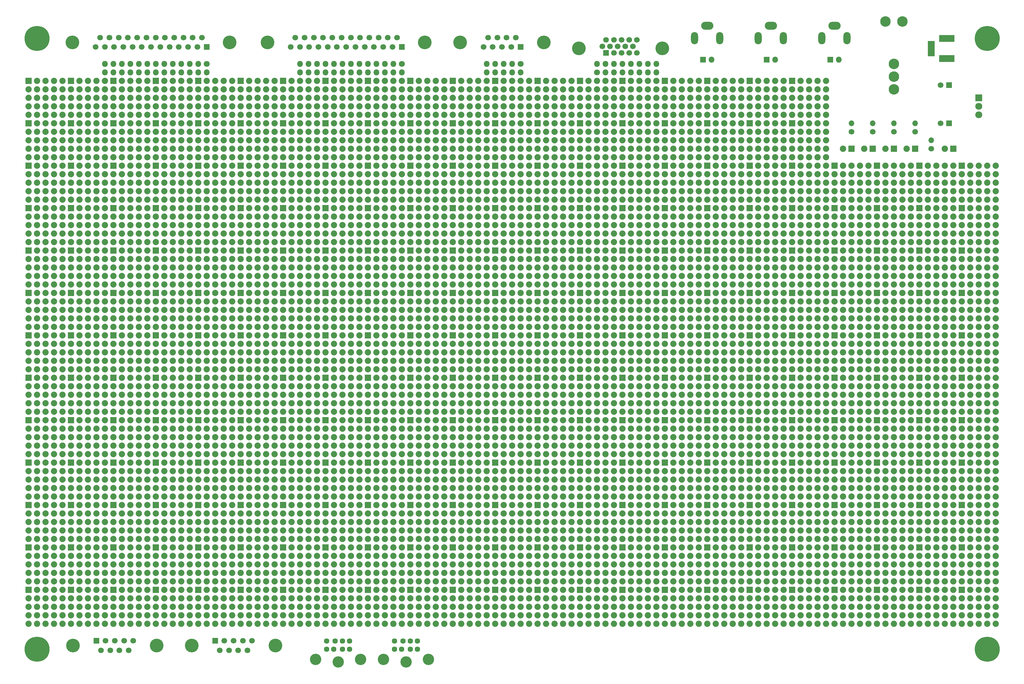
<source format=gbs>
%TF.GenerationSoftware,KiCad,Pcbnew,5.1.6*%
%TF.CreationDate,2020-08-16T02:17:22-06:00*%
%TF.ProjectId,20x30,32307833-302e-46b6-9963-61645f706362,rev?*%
%TF.SameCoordinates,Original*%
%TF.FileFunction,Soldermask,Bot*%
%TF.FilePolarity,Negative*%
%FSLAX46Y46*%
G04 Gerber Fmt 4.6, Leading zero omitted, Abs format (unit mm)*
G04 Created by KiCad (PCBNEW 5.1.6) date 2020-08-16 02:17:22*
%MOMM*%
%LPD*%
G01*
G04 APERTURE LIST*
%ADD10C,1.878000*%
%ADD11R,1.878000X1.878000*%
%ADD12C,1.700000*%
%ADD13O,1.700000X1.700000*%
%ADD14R,1.900000X1.900000*%
%ADD15C,1.900000*%
%ADD16R,1.800000X1.800000*%
%ADD17O,1.800000X1.800000*%
%ADD18R,4.600000X2.100000*%
%ADD19R,2.100000X4.600000*%
%ADD20C,1.624000*%
%ADD21C,3.402000*%
%ADD22C,1.800000*%
%ADD23R,1.700000X1.700000*%
%ADD24C,4.100000*%
%ADD25O,2.100000X2.005000*%
%ADD26R,2.100000X2.005000*%
%ADD27C,3.148000*%
%ADD28O,2.132000X3.656000*%
%ADD29O,3.656000X2.386000*%
%ADD30C,7.500000*%
G04 APERTURE END LIST*
D10*
%TO.C,PAD\u002A\u002A*%
X40640000Y-55880000D03*
X40640000Y-53340000D03*
X40640000Y-50800000D03*
X40640000Y-48260000D03*
X40640000Y-45720000D03*
X38100000Y-55880000D03*
X38100000Y-53340000D03*
X38100000Y-50800000D03*
X38100000Y-48260000D03*
X38100000Y-45720000D03*
X35560000Y-55880000D03*
X35560000Y-53340000D03*
X35560000Y-50800000D03*
X35560000Y-48260000D03*
X35560000Y-45720000D03*
X33020000Y-55880000D03*
X33020000Y-53340000D03*
X33020000Y-50800000D03*
X33020000Y-48260000D03*
X33020000Y-45720000D03*
X30480000Y-55880000D03*
X30480000Y-53340000D03*
X30480000Y-50800000D03*
X30480000Y-48260000D03*
D11*
X30480000Y-45720000D03*
%TD*%
D10*
%TO.C,PAD\u002A\u002A*%
X53340000Y-55880000D03*
X53340000Y-53340000D03*
X53340000Y-50800000D03*
X53340000Y-48260000D03*
X53340000Y-45720000D03*
X50800000Y-55880000D03*
X50800000Y-53340000D03*
X50800000Y-50800000D03*
X50800000Y-48260000D03*
X50800000Y-45720000D03*
X48260000Y-55880000D03*
X48260000Y-53340000D03*
X48260000Y-50800000D03*
X48260000Y-48260000D03*
X48260000Y-45720000D03*
X45720000Y-55880000D03*
X45720000Y-53340000D03*
X45720000Y-50800000D03*
X45720000Y-48260000D03*
X45720000Y-45720000D03*
X43180000Y-55880000D03*
X43180000Y-53340000D03*
X43180000Y-50800000D03*
X43180000Y-48260000D03*
D11*
X43180000Y-45720000D03*
%TD*%
D10*
%TO.C,PAD\u002A\u002A*%
X320040000Y-132080000D03*
X320040000Y-129540000D03*
X320040000Y-127000000D03*
X320040000Y-124460000D03*
X320040000Y-121920000D03*
X317500000Y-132080000D03*
X317500000Y-129540000D03*
X317500000Y-127000000D03*
X317500000Y-124460000D03*
X317500000Y-121920000D03*
X314960000Y-132080000D03*
X314960000Y-129540000D03*
X314960000Y-127000000D03*
X314960000Y-124460000D03*
X314960000Y-121920000D03*
X312420000Y-132080000D03*
X312420000Y-129540000D03*
X312420000Y-127000000D03*
X312420000Y-124460000D03*
X312420000Y-121920000D03*
X309880000Y-132080000D03*
X309880000Y-129540000D03*
X309880000Y-127000000D03*
X309880000Y-124460000D03*
D11*
X309880000Y-121920000D03*
%TD*%
D10*
%TO.C,PAD\u002A\u002A*%
X243840000Y-157480000D03*
X243840000Y-154940000D03*
X243840000Y-152400000D03*
X243840000Y-149860000D03*
X243840000Y-147320000D03*
X241300000Y-157480000D03*
X241300000Y-154940000D03*
X241300000Y-152400000D03*
X241300000Y-149860000D03*
X241300000Y-147320000D03*
X238760000Y-157480000D03*
X238760000Y-154940000D03*
X238760000Y-152400000D03*
X238760000Y-149860000D03*
X238760000Y-147320000D03*
X236220000Y-157480000D03*
X236220000Y-154940000D03*
X236220000Y-152400000D03*
X236220000Y-149860000D03*
X236220000Y-147320000D03*
X233680000Y-157480000D03*
X233680000Y-154940000D03*
X233680000Y-152400000D03*
X233680000Y-149860000D03*
D11*
X233680000Y-147320000D03*
%TD*%
D10*
%TO.C,PAD\u002A\u002A*%
X307340000Y-182880000D03*
X307340000Y-180340000D03*
X307340000Y-177800000D03*
X307340000Y-175260000D03*
X307340000Y-172720000D03*
X304800000Y-182880000D03*
X304800000Y-180340000D03*
X304800000Y-177800000D03*
X304800000Y-175260000D03*
X304800000Y-172720000D03*
X302260000Y-182880000D03*
X302260000Y-180340000D03*
X302260000Y-177800000D03*
X302260000Y-175260000D03*
X302260000Y-172720000D03*
X299720000Y-182880000D03*
X299720000Y-180340000D03*
X299720000Y-177800000D03*
X299720000Y-175260000D03*
X299720000Y-172720000D03*
X297180000Y-182880000D03*
X297180000Y-180340000D03*
X297180000Y-177800000D03*
X297180000Y-175260000D03*
D11*
X297180000Y-172720000D03*
%TD*%
D10*
%TO.C,PAD\u002A\u002A*%
X320040000Y-170180000D03*
X320040000Y-167640000D03*
X320040000Y-165100000D03*
X320040000Y-162560000D03*
X320040000Y-160020000D03*
X317500000Y-170180000D03*
X317500000Y-167640000D03*
X317500000Y-165100000D03*
X317500000Y-162560000D03*
X317500000Y-160020000D03*
X314960000Y-170180000D03*
X314960000Y-167640000D03*
X314960000Y-165100000D03*
X314960000Y-162560000D03*
X314960000Y-160020000D03*
X312420000Y-170180000D03*
X312420000Y-167640000D03*
X312420000Y-165100000D03*
X312420000Y-162560000D03*
X312420000Y-160020000D03*
X309880000Y-170180000D03*
X309880000Y-167640000D03*
X309880000Y-165100000D03*
X309880000Y-162560000D03*
D11*
X309880000Y-160020000D03*
%TD*%
D10*
%TO.C,PAD\u002A\u002A*%
X307340000Y-144780000D03*
X307340000Y-142240000D03*
X307340000Y-139700000D03*
X307340000Y-137160000D03*
X307340000Y-134620000D03*
X304800000Y-144780000D03*
X304800000Y-142240000D03*
X304800000Y-139700000D03*
X304800000Y-137160000D03*
X304800000Y-134620000D03*
X302260000Y-144780000D03*
X302260000Y-142240000D03*
X302260000Y-139700000D03*
X302260000Y-137160000D03*
X302260000Y-134620000D03*
X299720000Y-144780000D03*
X299720000Y-142240000D03*
X299720000Y-139700000D03*
X299720000Y-137160000D03*
X299720000Y-134620000D03*
X297180000Y-144780000D03*
X297180000Y-142240000D03*
X297180000Y-139700000D03*
X297180000Y-137160000D03*
D11*
X297180000Y-134620000D03*
%TD*%
D10*
%TO.C,PAD\u002A\u002A*%
X256540000Y-132080000D03*
X256540000Y-129540000D03*
X256540000Y-127000000D03*
X256540000Y-124460000D03*
X256540000Y-121920000D03*
X254000000Y-132080000D03*
X254000000Y-129540000D03*
X254000000Y-127000000D03*
X254000000Y-124460000D03*
X254000000Y-121920000D03*
X251460000Y-132080000D03*
X251460000Y-129540000D03*
X251460000Y-127000000D03*
X251460000Y-124460000D03*
X251460000Y-121920000D03*
X248920000Y-132080000D03*
X248920000Y-129540000D03*
X248920000Y-127000000D03*
X248920000Y-124460000D03*
X248920000Y-121920000D03*
X246380000Y-132080000D03*
X246380000Y-129540000D03*
X246380000Y-127000000D03*
X246380000Y-124460000D03*
D11*
X246380000Y-121920000D03*
%TD*%
D10*
%TO.C,PAD\u002A\u002A*%
X269240000Y-157480000D03*
X269240000Y-154940000D03*
X269240000Y-152400000D03*
X269240000Y-149860000D03*
X269240000Y-147320000D03*
X266700000Y-157480000D03*
X266700000Y-154940000D03*
X266700000Y-152400000D03*
X266700000Y-149860000D03*
X266700000Y-147320000D03*
X264160000Y-157480000D03*
X264160000Y-154940000D03*
X264160000Y-152400000D03*
X264160000Y-149860000D03*
X264160000Y-147320000D03*
X261620000Y-157480000D03*
X261620000Y-154940000D03*
X261620000Y-152400000D03*
X261620000Y-149860000D03*
X261620000Y-147320000D03*
X259080000Y-157480000D03*
X259080000Y-154940000D03*
X259080000Y-152400000D03*
X259080000Y-149860000D03*
D11*
X259080000Y-147320000D03*
%TD*%
D10*
%TO.C,PAD\u002A\u002A*%
X243840000Y-81280000D03*
X243840000Y-78740000D03*
X243840000Y-76200000D03*
X243840000Y-73660000D03*
X243840000Y-71120000D03*
X241300000Y-81280000D03*
X241300000Y-78740000D03*
X241300000Y-76200000D03*
X241300000Y-73660000D03*
X241300000Y-71120000D03*
X238760000Y-81280000D03*
X238760000Y-78740000D03*
X238760000Y-76200000D03*
X238760000Y-73660000D03*
X238760000Y-71120000D03*
X236220000Y-81280000D03*
X236220000Y-78740000D03*
X236220000Y-76200000D03*
X236220000Y-73660000D03*
X236220000Y-71120000D03*
X233680000Y-81280000D03*
X233680000Y-78740000D03*
X233680000Y-76200000D03*
X233680000Y-73660000D03*
D11*
X233680000Y-71120000D03*
%TD*%
D10*
%TO.C,PAD\u002A\u002A*%
X243840000Y-208280000D03*
X243840000Y-205740000D03*
X243840000Y-203200000D03*
X243840000Y-200660000D03*
X243840000Y-198120000D03*
X241300000Y-208280000D03*
X241300000Y-205740000D03*
X241300000Y-203200000D03*
X241300000Y-200660000D03*
X241300000Y-198120000D03*
X238760000Y-208280000D03*
X238760000Y-205740000D03*
X238760000Y-203200000D03*
X238760000Y-200660000D03*
X238760000Y-198120000D03*
X236220000Y-208280000D03*
X236220000Y-205740000D03*
X236220000Y-203200000D03*
X236220000Y-200660000D03*
X236220000Y-198120000D03*
X233680000Y-208280000D03*
X233680000Y-205740000D03*
X233680000Y-203200000D03*
X233680000Y-200660000D03*
D11*
X233680000Y-198120000D03*
%TD*%
D10*
%TO.C,PAD\u002A\u002A*%
X294640000Y-170180000D03*
X294640000Y-167640000D03*
X294640000Y-165100000D03*
X294640000Y-162560000D03*
X294640000Y-160020000D03*
X292100000Y-170180000D03*
X292100000Y-167640000D03*
X292100000Y-165100000D03*
X292100000Y-162560000D03*
X292100000Y-160020000D03*
X289560000Y-170180000D03*
X289560000Y-167640000D03*
X289560000Y-165100000D03*
X289560000Y-162560000D03*
X289560000Y-160020000D03*
X287020000Y-170180000D03*
X287020000Y-167640000D03*
X287020000Y-165100000D03*
X287020000Y-162560000D03*
X287020000Y-160020000D03*
X284480000Y-170180000D03*
X284480000Y-167640000D03*
X284480000Y-165100000D03*
X284480000Y-162560000D03*
D11*
X284480000Y-160020000D03*
%TD*%
D10*
%TO.C,PAD\u002A\u002A*%
X307340000Y-93980000D03*
X307340000Y-91440000D03*
X307340000Y-88900000D03*
X307340000Y-86360000D03*
X307340000Y-83820000D03*
X304800000Y-93980000D03*
X304800000Y-91440000D03*
X304800000Y-88900000D03*
X304800000Y-86360000D03*
X304800000Y-83820000D03*
X302260000Y-93980000D03*
X302260000Y-91440000D03*
X302260000Y-88900000D03*
X302260000Y-86360000D03*
X302260000Y-83820000D03*
X299720000Y-93980000D03*
X299720000Y-91440000D03*
X299720000Y-88900000D03*
X299720000Y-86360000D03*
X299720000Y-83820000D03*
X297180000Y-93980000D03*
X297180000Y-91440000D03*
X297180000Y-88900000D03*
X297180000Y-86360000D03*
D11*
X297180000Y-83820000D03*
%TD*%
D10*
%TO.C,PAD\u002A\u002A*%
X320040000Y-93980000D03*
X320040000Y-91440000D03*
X320040000Y-88900000D03*
X320040000Y-86360000D03*
X320040000Y-83820000D03*
X317500000Y-93980000D03*
X317500000Y-91440000D03*
X317500000Y-88900000D03*
X317500000Y-86360000D03*
X317500000Y-83820000D03*
X314960000Y-93980000D03*
X314960000Y-91440000D03*
X314960000Y-88900000D03*
X314960000Y-86360000D03*
X314960000Y-83820000D03*
X312420000Y-93980000D03*
X312420000Y-91440000D03*
X312420000Y-88900000D03*
X312420000Y-86360000D03*
X312420000Y-83820000D03*
X309880000Y-93980000D03*
X309880000Y-91440000D03*
X309880000Y-88900000D03*
X309880000Y-86360000D03*
D11*
X309880000Y-83820000D03*
%TD*%
D10*
%TO.C,PAD\u002A\u002A*%
X256540000Y-170180000D03*
X256540000Y-167640000D03*
X256540000Y-165100000D03*
X256540000Y-162560000D03*
X256540000Y-160020000D03*
X254000000Y-170180000D03*
X254000000Y-167640000D03*
X254000000Y-165100000D03*
X254000000Y-162560000D03*
X254000000Y-160020000D03*
X251460000Y-170180000D03*
X251460000Y-167640000D03*
X251460000Y-165100000D03*
X251460000Y-162560000D03*
X251460000Y-160020000D03*
X248920000Y-170180000D03*
X248920000Y-167640000D03*
X248920000Y-165100000D03*
X248920000Y-162560000D03*
X248920000Y-160020000D03*
X246380000Y-170180000D03*
X246380000Y-167640000D03*
X246380000Y-165100000D03*
X246380000Y-162560000D03*
D11*
X246380000Y-160020000D03*
%TD*%
D10*
%TO.C,PAD\u002A\u002A*%
X307340000Y-195580000D03*
X307340000Y-193040000D03*
X307340000Y-190500000D03*
X307340000Y-187960000D03*
X307340000Y-185420000D03*
X304800000Y-195580000D03*
X304800000Y-193040000D03*
X304800000Y-190500000D03*
X304800000Y-187960000D03*
X304800000Y-185420000D03*
X302260000Y-195580000D03*
X302260000Y-193040000D03*
X302260000Y-190500000D03*
X302260000Y-187960000D03*
X302260000Y-185420000D03*
X299720000Y-195580000D03*
X299720000Y-193040000D03*
X299720000Y-190500000D03*
X299720000Y-187960000D03*
X299720000Y-185420000D03*
X297180000Y-195580000D03*
X297180000Y-193040000D03*
X297180000Y-190500000D03*
X297180000Y-187960000D03*
D11*
X297180000Y-185420000D03*
%TD*%
D10*
%TO.C,PAD\u002A\u002A*%
X320040000Y-208280000D03*
X320040000Y-205740000D03*
X320040000Y-203200000D03*
X320040000Y-200660000D03*
X320040000Y-198120000D03*
X317500000Y-208280000D03*
X317500000Y-205740000D03*
X317500000Y-203200000D03*
X317500000Y-200660000D03*
X317500000Y-198120000D03*
X314960000Y-208280000D03*
X314960000Y-205740000D03*
X314960000Y-203200000D03*
X314960000Y-200660000D03*
X314960000Y-198120000D03*
X312420000Y-208280000D03*
X312420000Y-205740000D03*
X312420000Y-203200000D03*
X312420000Y-200660000D03*
X312420000Y-198120000D03*
X309880000Y-208280000D03*
X309880000Y-205740000D03*
X309880000Y-203200000D03*
X309880000Y-200660000D03*
D11*
X309880000Y-198120000D03*
%TD*%
D10*
%TO.C,PAD\u002A\u002A*%
X256540000Y-93980000D03*
X256540000Y-91440000D03*
X256540000Y-88900000D03*
X256540000Y-86360000D03*
X256540000Y-83820000D03*
X254000000Y-93980000D03*
X254000000Y-91440000D03*
X254000000Y-88900000D03*
X254000000Y-86360000D03*
X254000000Y-83820000D03*
X251460000Y-93980000D03*
X251460000Y-91440000D03*
X251460000Y-88900000D03*
X251460000Y-86360000D03*
X251460000Y-83820000D03*
X248920000Y-93980000D03*
X248920000Y-91440000D03*
X248920000Y-88900000D03*
X248920000Y-86360000D03*
X248920000Y-83820000D03*
X246380000Y-93980000D03*
X246380000Y-91440000D03*
X246380000Y-88900000D03*
X246380000Y-86360000D03*
D11*
X246380000Y-83820000D03*
%TD*%
D10*
%TO.C,PAD\u002A\u002A*%
X269240000Y-208280000D03*
X269240000Y-205740000D03*
X269240000Y-203200000D03*
X269240000Y-200660000D03*
X269240000Y-198120000D03*
X266700000Y-208280000D03*
X266700000Y-205740000D03*
X266700000Y-203200000D03*
X266700000Y-200660000D03*
X266700000Y-198120000D03*
X264160000Y-208280000D03*
X264160000Y-205740000D03*
X264160000Y-203200000D03*
X264160000Y-200660000D03*
X264160000Y-198120000D03*
X261620000Y-208280000D03*
X261620000Y-205740000D03*
X261620000Y-203200000D03*
X261620000Y-200660000D03*
X261620000Y-198120000D03*
X259080000Y-208280000D03*
X259080000Y-205740000D03*
X259080000Y-203200000D03*
X259080000Y-200660000D03*
D11*
X259080000Y-198120000D03*
%TD*%
D10*
%TO.C,PAD\u002A\u002A*%
X294640000Y-208280000D03*
X294640000Y-205740000D03*
X294640000Y-203200000D03*
X294640000Y-200660000D03*
X294640000Y-198120000D03*
X292100000Y-208280000D03*
X292100000Y-205740000D03*
X292100000Y-203200000D03*
X292100000Y-200660000D03*
X292100000Y-198120000D03*
X289560000Y-208280000D03*
X289560000Y-205740000D03*
X289560000Y-203200000D03*
X289560000Y-200660000D03*
X289560000Y-198120000D03*
X287020000Y-208280000D03*
X287020000Y-205740000D03*
X287020000Y-203200000D03*
X287020000Y-200660000D03*
X287020000Y-198120000D03*
X284480000Y-208280000D03*
X284480000Y-205740000D03*
X284480000Y-203200000D03*
X284480000Y-200660000D03*
D11*
X284480000Y-198120000D03*
%TD*%
D10*
%TO.C,PAD\u002A\u002A*%
X307340000Y-81280000D03*
X307340000Y-78740000D03*
X307340000Y-76200000D03*
X307340000Y-73660000D03*
X307340000Y-71120000D03*
X304800000Y-81280000D03*
X304800000Y-78740000D03*
X304800000Y-76200000D03*
X304800000Y-73660000D03*
X304800000Y-71120000D03*
X302260000Y-81280000D03*
X302260000Y-78740000D03*
X302260000Y-76200000D03*
X302260000Y-73660000D03*
X302260000Y-71120000D03*
X299720000Y-81280000D03*
X299720000Y-78740000D03*
X299720000Y-76200000D03*
X299720000Y-73660000D03*
X299720000Y-71120000D03*
X297180000Y-81280000D03*
X297180000Y-78740000D03*
X297180000Y-76200000D03*
X297180000Y-73660000D03*
D11*
X297180000Y-71120000D03*
%TD*%
D10*
%TO.C,PAD\u002A\u002A*%
X243840000Y-68580000D03*
X243840000Y-66040000D03*
X243840000Y-63500000D03*
X243840000Y-60960000D03*
X243840000Y-58420000D03*
X241300000Y-68580000D03*
X241300000Y-66040000D03*
X241300000Y-63500000D03*
X241300000Y-60960000D03*
X241300000Y-58420000D03*
X238760000Y-68580000D03*
X238760000Y-66040000D03*
X238760000Y-63500000D03*
X238760000Y-60960000D03*
X238760000Y-58420000D03*
X236220000Y-68580000D03*
X236220000Y-66040000D03*
X236220000Y-63500000D03*
X236220000Y-60960000D03*
X236220000Y-58420000D03*
X233680000Y-68580000D03*
X233680000Y-66040000D03*
X233680000Y-63500000D03*
X233680000Y-60960000D03*
D11*
X233680000Y-58420000D03*
%TD*%
D10*
%TO.C,PAD\u002A\u002A*%
X243840000Y-170180000D03*
X243840000Y-167640000D03*
X243840000Y-165100000D03*
X243840000Y-162560000D03*
X243840000Y-160020000D03*
X241300000Y-170180000D03*
X241300000Y-167640000D03*
X241300000Y-165100000D03*
X241300000Y-162560000D03*
X241300000Y-160020000D03*
X238760000Y-170180000D03*
X238760000Y-167640000D03*
X238760000Y-165100000D03*
X238760000Y-162560000D03*
X238760000Y-160020000D03*
X236220000Y-170180000D03*
X236220000Y-167640000D03*
X236220000Y-165100000D03*
X236220000Y-162560000D03*
X236220000Y-160020000D03*
X233680000Y-170180000D03*
X233680000Y-167640000D03*
X233680000Y-165100000D03*
X233680000Y-162560000D03*
D11*
X233680000Y-160020000D03*
%TD*%
D10*
%TO.C,PAD\u002A\u002A*%
X269240000Y-170180000D03*
X269240000Y-167640000D03*
X269240000Y-165100000D03*
X269240000Y-162560000D03*
X269240000Y-160020000D03*
X266700000Y-170180000D03*
X266700000Y-167640000D03*
X266700000Y-165100000D03*
X266700000Y-162560000D03*
X266700000Y-160020000D03*
X264160000Y-170180000D03*
X264160000Y-167640000D03*
X264160000Y-165100000D03*
X264160000Y-162560000D03*
X264160000Y-160020000D03*
X261620000Y-170180000D03*
X261620000Y-167640000D03*
X261620000Y-165100000D03*
X261620000Y-162560000D03*
X261620000Y-160020000D03*
X259080000Y-170180000D03*
X259080000Y-167640000D03*
X259080000Y-165100000D03*
X259080000Y-162560000D03*
D11*
X259080000Y-160020000D03*
%TD*%
D10*
%TO.C,PAD\u002A\u002A*%
X243840000Y-55880000D03*
X243840000Y-53340000D03*
X243840000Y-50800000D03*
X243840000Y-48260000D03*
X243840000Y-45720000D03*
X241300000Y-55880000D03*
X241300000Y-53340000D03*
X241300000Y-50800000D03*
X241300000Y-48260000D03*
X241300000Y-45720000D03*
X238760000Y-55880000D03*
X238760000Y-53340000D03*
X238760000Y-50800000D03*
X238760000Y-48260000D03*
X238760000Y-45720000D03*
X236220000Y-55880000D03*
X236220000Y-53340000D03*
X236220000Y-50800000D03*
X236220000Y-48260000D03*
X236220000Y-45720000D03*
X233680000Y-55880000D03*
X233680000Y-53340000D03*
X233680000Y-50800000D03*
X233680000Y-48260000D03*
D11*
X233680000Y-45720000D03*
%TD*%
D10*
%TO.C,PAD\u002A\u002A*%
X307340000Y-106680000D03*
X307340000Y-104140000D03*
X307340000Y-101600000D03*
X307340000Y-99060000D03*
X307340000Y-96520000D03*
X304800000Y-106680000D03*
X304800000Y-104140000D03*
X304800000Y-101600000D03*
X304800000Y-99060000D03*
X304800000Y-96520000D03*
X302260000Y-106680000D03*
X302260000Y-104140000D03*
X302260000Y-101600000D03*
X302260000Y-99060000D03*
X302260000Y-96520000D03*
X299720000Y-106680000D03*
X299720000Y-104140000D03*
X299720000Y-101600000D03*
X299720000Y-99060000D03*
X299720000Y-96520000D03*
X297180000Y-106680000D03*
X297180000Y-104140000D03*
X297180000Y-101600000D03*
X297180000Y-99060000D03*
D11*
X297180000Y-96520000D03*
%TD*%
D10*
%TO.C,PAD\u002A\u002A*%
X269240000Y-132080000D03*
X269240000Y-129540000D03*
X269240000Y-127000000D03*
X269240000Y-124460000D03*
X269240000Y-121920000D03*
X266700000Y-132080000D03*
X266700000Y-129540000D03*
X266700000Y-127000000D03*
X266700000Y-124460000D03*
X266700000Y-121920000D03*
X264160000Y-132080000D03*
X264160000Y-129540000D03*
X264160000Y-127000000D03*
X264160000Y-124460000D03*
X264160000Y-121920000D03*
X261620000Y-132080000D03*
X261620000Y-129540000D03*
X261620000Y-127000000D03*
X261620000Y-124460000D03*
X261620000Y-121920000D03*
X259080000Y-132080000D03*
X259080000Y-129540000D03*
X259080000Y-127000000D03*
X259080000Y-124460000D03*
D11*
X259080000Y-121920000D03*
%TD*%
D10*
%TO.C,PAD\u002A\u002A*%
X320040000Y-182880000D03*
X320040000Y-180340000D03*
X320040000Y-177800000D03*
X320040000Y-175260000D03*
X320040000Y-172720000D03*
X317500000Y-182880000D03*
X317500000Y-180340000D03*
X317500000Y-177800000D03*
X317500000Y-175260000D03*
X317500000Y-172720000D03*
X314960000Y-182880000D03*
X314960000Y-180340000D03*
X314960000Y-177800000D03*
X314960000Y-175260000D03*
X314960000Y-172720000D03*
X312420000Y-182880000D03*
X312420000Y-180340000D03*
X312420000Y-177800000D03*
X312420000Y-175260000D03*
X312420000Y-172720000D03*
X309880000Y-182880000D03*
X309880000Y-180340000D03*
X309880000Y-177800000D03*
X309880000Y-175260000D03*
D11*
X309880000Y-172720000D03*
%TD*%
D10*
%TO.C,PAD\u002A\u002A*%
X307340000Y-170180000D03*
X307340000Y-167640000D03*
X307340000Y-165100000D03*
X307340000Y-162560000D03*
X307340000Y-160020000D03*
X304800000Y-170180000D03*
X304800000Y-167640000D03*
X304800000Y-165100000D03*
X304800000Y-162560000D03*
X304800000Y-160020000D03*
X302260000Y-170180000D03*
X302260000Y-167640000D03*
X302260000Y-165100000D03*
X302260000Y-162560000D03*
X302260000Y-160020000D03*
X299720000Y-170180000D03*
X299720000Y-167640000D03*
X299720000Y-165100000D03*
X299720000Y-162560000D03*
X299720000Y-160020000D03*
X297180000Y-170180000D03*
X297180000Y-167640000D03*
X297180000Y-165100000D03*
X297180000Y-162560000D03*
D11*
X297180000Y-160020000D03*
%TD*%
D10*
%TO.C,PAD\u002A\u002A*%
X256540000Y-55880000D03*
X256540000Y-53340000D03*
X256540000Y-50800000D03*
X256540000Y-48260000D03*
X256540000Y-45720000D03*
X254000000Y-55880000D03*
X254000000Y-53340000D03*
X254000000Y-50800000D03*
X254000000Y-48260000D03*
X254000000Y-45720000D03*
X251460000Y-55880000D03*
X251460000Y-53340000D03*
X251460000Y-50800000D03*
X251460000Y-48260000D03*
X251460000Y-45720000D03*
X248920000Y-55880000D03*
X248920000Y-53340000D03*
X248920000Y-50800000D03*
X248920000Y-48260000D03*
X248920000Y-45720000D03*
X246380000Y-55880000D03*
X246380000Y-53340000D03*
X246380000Y-50800000D03*
X246380000Y-48260000D03*
D11*
X246380000Y-45720000D03*
%TD*%
D10*
%TO.C,PAD\u002A\u002A*%
X294640000Y-93980000D03*
X294640000Y-91440000D03*
X294640000Y-88900000D03*
X294640000Y-86360000D03*
X294640000Y-83820000D03*
X292100000Y-93980000D03*
X292100000Y-91440000D03*
X292100000Y-88900000D03*
X292100000Y-86360000D03*
X292100000Y-83820000D03*
X289560000Y-93980000D03*
X289560000Y-91440000D03*
X289560000Y-88900000D03*
X289560000Y-86360000D03*
X289560000Y-83820000D03*
X287020000Y-93980000D03*
X287020000Y-91440000D03*
X287020000Y-88900000D03*
X287020000Y-86360000D03*
X287020000Y-83820000D03*
X284480000Y-93980000D03*
X284480000Y-91440000D03*
X284480000Y-88900000D03*
X284480000Y-86360000D03*
D11*
X284480000Y-83820000D03*
%TD*%
D10*
%TO.C,PAD\u002A\u002A*%
X320040000Y-119380000D03*
X320040000Y-116840000D03*
X320040000Y-114300000D03*
X320040000Y-111760000D03*
X320040000Y-109220000D03*
X317500000Y-119380000D03*
X317500000Y-116840000D03*
X317500000Y-114300000D03*
X317500000Y-111760000D03*
X317500000Y-109220000D03*
X314960000Y-119380000D03*
X314960000Y-116840000D03*
X314960000Y-114300000D03*
X314960000Y-111760000D03*
X314960000Y-109220000D03*
X312420000Y-119380000D03*
X312420000Y-116840000D03*
X312420000Y-114300000D03*
X312420000Y-111760000D03*
X312420000Y-109220000D03*
X309880000Y-119380000D03*
X309880000Y-116840000D03*
X309880000Y-114300000D03*
X309880000Y-111760000D03*
D11*
X309880000Y-109220000D03*
%TD*%
D10*
%TO.C,PAD\u002A\u002A*%
X294640000Y-182880000D03*
X294640000Y-180340000D03*
X294640000Y-177800000D03*
X294640000Y-175260000D03*
X294640000Y-172720000D03*
X292100000Y-182880000D03*
X292100000Y-180340000D03*
X292100000Y-177800000D03*
X292100000Y-175260000D03*
X292100000Y-172720000D03*
X289560000Y-182880000D03*
X289560000Y-180340000D03*
X289560000Y-177800000D03*
X289560000Y-175260000D03*
X289560000Y-172720000D03*
X287020000Y-182880000D03*
X287020000Y-180340000D03*
X287020000Y-177800000D03*
X287020000Y-175260000D03*
X287020000Y-172720000D03*
X284480000Y-182880000D03*
X284480000Y-180340000D03*
X284480000Y-177800000D03*
X284480000Y-175260000D03*
D11*
X284480000Y-172720000D03*
%TD*%
D10*
%TO.C,PAD\u002A\u002A*%
X243840000Y-182880000D03*
X243840000Y-180340000D03*
X243840000Y-177800000D03*
X243840000Y-175260000D03*
X243840000Y-172720000D03*
X241300000Y-182880000D03*
X241300000Y-180340000D03*
X241300000Y-177800000D03*
X241300000Y-175260000D03*
X241300000Y-172720000D03*
X238760000Y-182880000D03*
X238760000Y-180340000D03*
X238760000Y-177800000D03*
X238760000Y-175260000D03*
X238760000Y-172720000D03*
X236220000Y-182880000D03*
X236220000Y-180340000D03*
X236220000Y-177800000D03*
X236220000Y-175260000D03*
X236220000Y-172720000D03*
X233680000Y-182880000D03*
X233680000Y-180340000D03*
X233680000Y-177800000D03*
X233680000Y-175260000D03*
D11*
X233680000Y-172720000D03*
%TD*%
D10*
%TO.C,PAD\u002A\u002A*%
X294640000Y-144780000D03*
X294640000Y-142240000D03*
X294640000Y-139700000D03*
X294640000Y-137160000D03*
X294640000Y-134620000D03*
X292100000Y-144780000D03*
X292100000Y-142240000D03*
X292100000Y-139700000D03*
X292100000Y-137160000D03*
X292100000Y-134620000D03*
X289560000Y-144780000D03*
X289560000Y-142240000D03*
X289560000Y-139700000D03*
X289560000Y-137160000D03*
X289560000Y-134620000D03*
X287020000Y-144780000D03*
X287020000Y-142240000D03*
X287020000Y-139700000D03*
X287020000Y-137160000D03*
X287020000Y-134620000D03*
X284480000Y-144780000D03*
X284480000Y-142240000D03*
X284480000Y-139700000D03*
X284480000Y-137160000D03*
D11*
X284480000Y-134620000D03*
%TD*%
D10*
%TO.C,PAD\u002A\u002A*%
X269240000Y-55880000D03*
X269240000Y-53340000D03*
X269240000Y-50800000D03*
X269240000Y-48260000D03*
X269240000Y-45720000D03*
X266700000Y-55880000D03*
X266700000Y-53340000D03*
X266700000Y-50800000D03*
X266700000Y-48260000D03*
X266700000Y-45720000D03*
X264160000Y-55880000D03*
X264160000Y-53340000D03*
X264160000Y-50800000D03*
X264160000Y-48260000D03*
X264160000Y-45720000D03*
X261620000Y-55880000D03*
X261620000Y-53340000D03*
X261620000Y-50800000D03*
X261620000Y-48260000D03*
X261620000Y-45720000D03*
X259080000Y-55880000D03*
X259080000Y-53340000D03*
X259080000Y-50800000D03*
X259080000Y-48260000D03*
D11*
X259080000Y-45720000D03*
%TD*%
D10*
%TO.C,PAD\u002A\u002A*%
X294640000Y-119380000D03*
X294640000Y-116840000D03*
X294640000Y-114300000D03*
X294640000Y-111760000D03*
X294640000Y-109220000D03*
X292100000Y-119380000D03*
X292100000Y-116840000D03*
X292100000Y-114300000D03*
X292100000Y-111760000D03*
X292100000Y-109220000D03*
X289560000Y-119380000D03*
X289560000Y-116840000D03*
X289560000Y-114300000D03*
X289560000Y-111760000D03*
X289560000Y-109220000D03*
X287020000Y-119380000D03*
X287020000Y-116840000D03*
X287020000Y-114300000D03*
X287020000Y-111760000D03*
X287020000Y-109220000D03*
X284480000Y-119380000D03*
X284480000Y-116840000D03*
X284480000Y-114300000D03*
X284480000Y-111760000D03*
D11*
X284480000Y-109220000D03*
%TD*%
D10*
%TO.C,PAD\u002A\u002A*%
X256540000Y-144780000D03*
X256540000Y-142240000D03*
X256540000Y-139700000D03*
X256540000Y-137160000D03*
X256540000Y-134620000D03*
X254000000Y-144780000D03*
X254000000Y-142240000D03*
X254000000Y-139700000D03*
X254000000Y-137160000D03*
X254000000Y-134620000D03*
X251460000Y-144780000D03*
X251460000Y-142240000D03*
X251460000Y-139700000D03*
X251460000Y-137160000D03*
X251460000Y-134620000D03*
X248920000Y-144780000D03*
X248920000Y-142240000D03*
X248920000Y-139700000D03*
X248920000Y-137160000D03*
X248920000Y-134620000D03*
X246380000Y-144780000D03*
X246380000Y-142240000D03*
X246380000Y-139700000D03*
X246380000Y-137160000D03*
D11*
X246380000Y-134620000D03*
%TD*%
D10*
%TO.C,PAD\u002A\u002A*%
X269240000Y-195580000D03*
X269240000Y-193040000D03*
X269240000Y-190500000D03*
X269240000Y-187960000D03*
X269240000Y-185420000D03*
X266700000Y-195580000D03*
X266700000Y-193040000D03*
X266700000Y-190500000D03*
X266700000Y-187960000D03*
X266700000Y-185420000D03*
X264160000Y-195580000D03*
X264160000Y-193040000D03*
X264160000Y-190500000D03*
X264160000Y-187960000D03*
X264160000Y-185420000D03*
X261620000Y-195580000D03*
X261620000Y-193040000D03*
X261620000Y-190500000D03*
X261620000Y-187960000D03*
X261620000Y-185420000D03*
X259080000Y-195580000D03*
X259080000Y-193040000D03*
X259080000Y-190500000D03*
X259080000Y-187960000D03*
D11*
X259080000Y-185420000D03*
%TD*%
D10*
%TO.C,PAD\u002A\u002A*%
X294640000Y-132080000D03*
X294640000Y-129540000D03*
X294640000Y-127000000D03*
X294640000Y-124460000D03*
X294640000Y-121920000D03*
X292100000Y-132080000D03*
X292100000Y-129540000D03*
X292100000Y-127000000D03*
X292100000Y-124460000D03*
X292100000Y-121920000D03*
X289560000Y-132080000D03*
X289560000Y-129540000D03*
X289560000Y-127000000D03*
X289560000Y-124460000D03*
X289560000Y-121920000D03*
X287020000Y-132080000D03*
X287020000Y-129540000D03*
X287020000Y-127000000D03*
X287020000Y-124460000D03*
X287020000Y-121920000D03*
X284480000Y-132080000D03*
X284480000Y-129540000D03*
X284480000Y-127000000D03*
X284480000Y-124460000D03*
D11*
X284480000Y-121920000D03*
%TD*%
D10*
%TO.C,PAD\u002A\u002A*%
X281940000Y-170180000D03*
X281940000Y-167640000D03*
X281940000Y-165100000D03*
X281940000Y-162560000D03*
X281940000Y-160020000D03*
X279400000Y-170180000D03*
X279400000Y-167640000D03*
X279400000Y-165100000D03*
X279400000Y-162560000D03*
X279400000Y-160020000D03*
X276860000Y-170180000D03*
X276860000Y-167640000D03*
X276860000Y-165100000D03*
X276860000Y-162560000D03*
X276860000Y-160020000D03*
X274320000Y-170180000D03*
X274320000Y-167640000D03*
X274320000Y-165100000D03*
X274320000Y-162560000D03*
X274320000Y-160020000D03*
X271780000Y-170180000D03*
X271780000Y-167640000D03*
X271780000Y-165100000D03*
X271780000Y-162560000D03*
D11*
X271780000Y-160020000D03*
%TD*%
D10*
%TO.C,PAD\u002A\u002A*%
X256540000Y-81280000D03*
X256540000Y-78740000D03*
X256540000Y-76200000D03*
X256540000Y-73660000D03*
X256540000Y-71120000D03*
X254000000Y-81280000D03*
X254000000Y-78740000D03*
X254000000Y-76200000D03*
X254000000Y-73660000D03*
X254000000Y-71120000D03*
X251460000Y-81280000D03*
X251460000Y-78740000D03*
X251460000Y-76200000D03*
X251460000Y-73660000D03*
X251460000Y-71120000D03*
X248920000Y-81280000D03*
X248920000Y-78740000D03*
X248920000Y-76200000D03*
X248920000Y-73660000D03*
X248920000Y-71120000D03*
X246380000Y-81280000D03*
X246380000Y-78740000D03*
X246380000Y-76200000D03*
X246380000Y-73660000D03*
D11*
X246380000Y-71120000D03*
%TD*%
D10*
%TO.C,PAD\u002A\u002A*%
X281940000Y-106680000D03*
X281940000Y-104140000D03*
X281940000Y-101600000D03*
X281940000Y-99060000D03*
X281940000Y-96520000D03*
X279400000Y-106680000D03*
X279400000Y-104140000D03*
X279400000Y-101600000D03*
X279400000Y-99060000D03*
X279400000Y-96520000D03*
X276860000Y-106680000D03*
X276860000Y-104140000D03*
X276860000Y-101600000D03*
X276860000Y-99060000D03*
X276860000Y-96520000D03*
X274320000Y-106680000D03*
X274320000Y-104140000D03*
X274320000Y-101600000D03*
X274320000Y-99060000D03*
X274320000Y-96520000D03*
X271780000Y-106680000D03*
X271780000Y-104140000D03*
X271780000Y-101600000D03*
X271780000Y-99060000D03*
D11*
X271780000Y-96520000D03*
%TD*%
D10*
%TO.C,PAD\u002A\u002A*%
X269240000Y-144780000D03*
X269240000Y-142240000D03*
X269240000Y-139700000D03*
X269240000Y-137160000D03*
X269240000Y-134620000D03*
X266700000Y-144780000D03*
X266700000Y-142240000D03*
X266700000Y-139700000D03*
X266700000Y-137160000D03*
X266700000Y-134620000D03*
X264160000Y-144780000D03*
X264160000Y-142240000D03*
X264160000Y-139700000D03*
X264160000Y-137160000D03*
X264160000Y-134620000D03*
X261620000Y-144780000D03*
X261620000Y-142240000D03*
X261620000Y-139700000D03*
X261620000Y-137160000D03*
X261620000Y-134620000D03*
X259080000Y-144780000D03*
X259080000Y-142240000D03*
X259080000Y-139700000D03*
X259080000Y-137160000D03*
D11*
X259080000Y-134620000D03*
%TD*%
D10*
%TO.C,PAD\u002A\u002A*%
X269240000Y-119380000D03*
X269240000Y-116840000D03*
X269240000Y-114300000D03*
X269240000Y-111760000D03*
X269240000Y-109220000D03*
X266700000Y-119380000D03*
X266700000Y-116840000D03*
X266700000Y-114300000D03*
X266700000Y-111760000D03*
X266700000Y-109220000D03*
X264160000Y-119380000D03*
X264160000Y-116840000D03*
X264160000Y-114300000D03*
X264160000Y-111760000D03*
X264160000Y-109220000D03*
X261620000Y-119380000D03*
X261620000Y-116840000D03*
X261620000Y-114300000D03*
X261620000Y-111760000D03*
X261620000Y-109220000D03*
X259080000Y-119380000D03*
X259080000Y-116840000D03*
X259080000Y-114300000D03*
X259080000Y-111760000D03*
D11*
X259080000Y-109220000D03*
%TD*%
D10*
%TO.C,PAD\u002A\u002A*%
X307340000Y-132080000D03*
X307340000Y-129540000D03*
X307340000Y-127000000D03*
X307340000Y-124460000D03*
X307340000Y-121920000D03*
X304800000Y-132080000D03*
X304800000Y-129540000D03*
X304800000Y-127000000D03*
X304800000Y-124460000D03*
X304800000Y-121920000D03*
X302260000Y-132080000D03*
X302260000Y-129540000D03*
X302260000Y-127000000D03*
X302260000Y-124460000D03*
X302260000Y-121920000D03*
X299720000Y-132080000D03*
X299720000Y-129540000D03*
X299720000Y-127000000D03*
X299720000Y-124460000D03*
X299720000Y-121920000D03*
X297180000Y-132080000D03*
X297180000Y-129540000D03*
X297180000Y-127000000D03*
X297180000Y-124460000D03*
D11*
X297180000Y-121920000D03*
%TD*%
D10*
%TO.C,PAD\u002A\u002A*%
X243840000Y-144780000D03*
X243840000Y-142240000D03*
X243840000Y-139700000D03*
X243840000Y-137160000D03*
X243840000Y-134620000D03*
X241300000Y-144780000D03*
X241300000Y-142240000D03*
X241300000Y-139700000D03*
X241300000Y-137160000D03*
X241300000Y-134620000D03*
X238760000Y-144780000D03*
X238760000Y-142240000D03*
X238760000Y-139700000D03*
X238760000Y-137160000D03*
X238760000Y-134620000D03*
X236220000Y-144780000D03*
X236220000Y-142240000D03*
X236220000Y-139700000D03*
X236220000Y-137160000D03*
X236220000Y-134620000D03*
X233680000Y-144780000D03*
X233680000Y-142240000D03*
X233680000Y-139700000D03*
X233680000Y-137160000D03*
D11*
X233680000Y-134620000D03*
%TD*%
D10*
%TO.C,PAD\u002A\u002A*%
X256540000Y-119380000D03*
X256540000Y-116840000D03*
X256540000Y-114300000D03*
X256540000Y-111760000D03*
X256540000Y-109220000D03*
X254000000Y-119380000D03*
X254000000Y-116840000D03*
X254000000Y-114300000D03*
X254000000Y-111760000D03*
X254000000Y-109220000D03*
X251460000Y-119380000D03*
X251460000Y-116840000D03*
X251460000Y-114300000D03*
X251460000Y-111760000D03*
X251460000Y-109220000D03*
X248920000Y-119380000D03*
X248920000Y-116840000D03*
X248920000Y-114300000D03*
X248920000Y-111760000D03*
X248920000Y-109220000D03*
X246380000Y-119380000D03*
X246380000Y-116840000D03*
X246380000Y-114300000D03*
X246380000Y-111760000D03*
D11*
X246380000Y-109220000D03*
%TD*%
D10*
%TO.C,PAD\u002A\u002A*%
X256540000Y-157480000D03*
X256540000Y-154940000D03*
X256540000Y-152400000D03*
X256540000Y-149860000D03*
X256540000Y-147320000D03*
X254000000Y-157480000D03*
X254000000Y-154940000D03*
X254000000Y-152400000D03*
X254000000Y-149860000D03*
X254000000Y-147320000D03*
X251460000Y-157480000D03*
X251460000Y-154940000D03*
X251460000Y-152400000D03*
X251460000Y-149860000D03*
X251460000Y-147320000D03*
X248920000Y-157480000D03*
X248920000Y-154940000D03*
X248920000Y-152400000D03*
X248920000Y-149860000D03*
X248920000Y-147320000D03*
X246380000Y-157480000D03*
X246380000Y-154940000D03*
X246380000Y-152400000D03*
X246380000Y-149860000D03*
D11*
X246380000Y-147320000D03*
%TD*%
D10*
%TO.C,PAD\u002A\u002A*%
X320040000Y-144780000D03*
X320040000Y-142240000D03*
X320040000Y-139700000D03*
X320040000Y-137160000D03*
X320040000Y-134620000D03*
X317500000Y-144780000D03*
X317500000Y-142240000D03*
X317500000Y-139700000D03*
X317500000Y-137160000D03*
X317500000Y-134620000D03*
X314960000Y-144780000D03*
X314960000Y-142240000D03*
X314960000Y-139700000D03*
X314960000Y-137160000D03*
X314960000Y-134620000D03*
X312420000Y-144780000D03*
X312420000Y-142240000D03*
X312420000Y-139700000D03*
X312420000Y-137160000D03*
X312420000Y-134620000D03*
X309880000Y-144780000D03*
X309880000Y-142240000D03*
X309880000Y-139700000D03*
X309880000Y-137160000D03*
D11*
X309880000Y-134620000D03*
%TD*%
D10*
%TO.C,PAD\u002A\u002A*%
X294640000Y-81280000D03*
X294640000Y-78740000D03*
X294640000Y-76200000D03*
X294640000Y-73660000D03*
X294640000Y-71120000D03*
X292100000Y-81280000D03*
X292100000Y-78740000D03*
X292100000Y-76200000D03*
X292100000Y-73660000D03*
X292100000Y-71120000D03*
X289560000Y-81280000D03*
X289560000Y-78740000D03*
X289560000Y-76200000D03*
X289560000Y-73660000D03*
X289560000Y-71120000D03*
X287020000Y-81280000D03*
X287020000Y-78740000D03*
X287020000Y-76200000D03*
X287020000Y-73660000D03*
X287020000Y-71120000D03*
X284480000Y-81280000D03*
X284480000Y-78740000D03*
X284480000Y-76200000D03*
X284480000Y-73660000D03*
D11*
X284480000Y-71120000D03*
%TD*%
D10*
%TO.C,PAD\u002A\u002A*%
X281940000Y-195580000D03*
X281940000Y-193040000D03*
X281940000Y-190500000D03*
X281940000Y-187960000D03*
X281940000Y-185420000D03*
X279400000Y-195580000D03*
X279400000Y-193040000D03*
X279400000Y-190500000D03*
X279400000Y-187960000D03*
X279400000Y-185420000D03*
X276860000Y-195580000D03*
X276860000Y-193040000D03*
X276860000Y-190500000D03*
X276860000Y-187960000D03*
X276860000Y-185420000D03*
X274320000Y-195580000D03*
X274320000Y-193040000D03*
X274320000Y-190500000D03*
X274320000Y-187960000D03*
X274320000Y-185420000D03*
X271780000Y-195580000D03*
X271780000Y-193040000D03*
X271780000Y-190500000D03*
X271780000Y-187960000D03*
D11*
X271780000Y-185420000D03*
%TD*%
D10*
%TO.C,PAD\u002A\u002A*%
X281940000Y-81280000D03*
X281940000Y-78740000D03*
X281940000Y-76200000D03*
X281940000Y-73660000D03*
X281940000Y-71120000D03*
X279400000Y-81280000D03*
X279400000Y-78740000D03*
X279400000Y-76200000D03*
X279400000Y-73660000D03*
X279400000Y-71120000D03*
X276860000Y-81280000D03*
X276860000Y-78740000D03*
X276860000Y-76200000D03*
X276860000Y-73660000D03*
X276860000Y-71120000D03*
X274320000Y-81280000D03*
X274320000Y-78740000D03*
X274320000Y-76200000D03*
X274320000Y-73660000D03*
X274320000Y-71120000D03*
X271780000Y-81280000D03*
X271780000Y-78740000D03*
X271780000Y-76200000D03*
X271780000Y-73660000D03*
D11*
X271780000Y-71120000D03*
%TD*%
D10*
%TO.C,PAD\u002A\u002A*%
X256540000Y-68580000D03*
X256540000Y-66040000D03*
X256540000Y-63500000D03*
X256540000Y-60960000D03*
X256540000Y-58420000D03*
X254000000Y-68580000D03*
X254000000Y-66040000D03*
X254000000Y-63500000D03*
X254000000Y-60960000D03*
X254000000Y-58420000D03*
X251460000Y-68580000D03*
X251460000Y-66040000D03*
X251460000Y-63500000D03*
X251460000Y-60960000D03*
X251460000Y-58420000D03*
X248920000Y-68580000D03*
X248920000Y-66040000D03*
X248920000Y-63500000D03*
X248920000Y-60960000D03*
X248920000Y-58420000D03*
X246380000Y-68580000D03*
X246380000Y-66040000D03*
X246380000Y-63500000D03*
X246380000Y-60960000D03*
D11*
X246380000Y-58420000D03*
%TD*%
D10*
%TO.C,PAD\u002A\u002A*%
X307340000Y-157480000D03*
X307340000Y-154940000D03*
X307340000Y-152400000D03*
X307340000Y-149860000D03*
X307340000Y-147320000D03*
X304800000Y-157480000D03*
X304800000Y-154940000D03*
X304800000Y-152400000D03*
X304800000Y-149860000D03*
X304800000Y-147320000D03*
X302260000Y-157480000D03*
X302260000Y-154940000D03*
X302260000Y-152400000D03*
X302260000Y-149860000D03*
X302260000Y-147320000D03*
X299720000Y-157480000D03*
X299720000Y-154940000D03*
X299720000Y-152400000D03*
X299720000Y-149860000D03*
X299720000Y-147320000D03*
X297180000Y-157480000D03*
X297180000Y-154940000D03*
X297180000Y-152400000D03*
X297180000Y-149860000D03*
D11*
X297180000Y-147320000D03*
%TD*%
D10*
%TO.C,PAD\u002A\u002A*%
X281940000Y-119380000D03*
X281940000Y-116840000D03*
X281940000Y-114300000D03*
X281940000Y-111760000D03*
X281940000Y-109220000D03*
X279400000Y-119380000D03*
X279400000Y-116840000D03*
X279400000Y-114300000D03*
X279400000Y-111760000D03*
X279400000Y-109220000D03*
X276860000Y-119380000D03*
X276860000Y-116840000D03*
X276860000Y-114300000D03*
X276860000Y-111760000D03*
X276860000Y-109220000D03*
X274320000Y-119380000D03*
X274320000Y-116840000D03*
X274320000Y-114300000D03*
X274320000Y-111760000D03*
X274320000Y-109220000D03*
X271780000Y-119380000D03*
X271780000Y-116840000D03*
X271780000Y-114300000D03*
X271780000Y-111760000D03*
D11*
X271780000Y-109220000D03*
%TD*%
D10*
%TO.C,PAD\u002A\u002A*%
X269240000Y-81280000D03*
X269240000Y-78740000D03*
X269240000Y-76200000D03*
X269240000Y-73660000D03*
X269240000Y-71120000D03*
X266700000Y-81280000D03*
X266700000Y-78740000D03*
X266700000Y-76200000D03*
X266700000Y-73660000D03*
X266700000Y-71120000D03*
X264160000Y-81280000D03*
X264160000Y-78740000D03*
X264160000Y-76200000D03*
X264160000Y-73660000D03*
X264160000Y-71120000D03*
X261620000Y-81280000D03*
X261620000Y-78740000D03*
X261620000Y-76200000D03*
X261620000Y-73660000D03*
X261620000Y-71120000D03*
X259080000Y-81280000D03*
X259080000Y-78740000D03*
X259080000Y-76200000D03*
X259080000Y-73660000D03*
D11*
X259080000Y-71120000D03*
%TD*%
D10*
%TO.C,PAD\u002A\u002A*%
X294640000Y-106680000D03*
X294640000Y-104140000D03*
X294640000Y-101600000D03*
X294640000Y-99060000D03*
X294640000Y-96520000D03*
X292100000Y-106680000D03*
X292100000Y-104140000D03*
X292100000Y-101600000D03*
X292100000Y-99060000D03*
X292100000Y-96520000D03*
X289560000Y-106680000D03*
X289560000Y-104140000D03*
X289560000Y-101600000D03*
X289560000Y-99060000D03*
X289560000Y-96520000D03*
X287020000Y-106680000D03*
X287020000Y-104140000D03*
X287020000Y-101600000D03*
X287020000Y-99060000D03*
X287020000Y-96520000D03*
X284480000Y-106680000D03*
X284480000Y-104140000D03*
X284480000Y-101600000D03*
X284480000Y-99060000D03*
D11*
X284480000Y-96520000D03*
%TD*%
D10*
%TO.C,PAD\u002A\u002A*%
X294640000Y-157480000D03*
X294640000Y-154940000D03*
X294640000Y-152400000D03*
X294640000Y-149860000D03*
X294640000Y-147320000D03*
X292100000Y-157480000D03*
X292100000Y-154940000D03*
X292100000Y-152400000D03*
X292100000Y-149860000D03*
X292100000Y-147320000D03*
X289560000Y-157480000D03*
X289560000Y-154940000D03*
X289560000Y-152400000D03*
X289560000Y-149860000D03*
X289560000Y-147320000D03*
X287020000Y-157480000D03*
X287020000Y-154940000D03*
X287020000Y-152400000D03*
X287020000Y-149860000D03*
X287020000Y-147320000D03*
X284480000Y-157480000D03*
X284480000Y-154940000D03*
X284480000Y-152400000D03*
X284480000Y-149860000D03*
D11*
X284480000Y-147320000D03*
%TD*%
D10*
%TO.C,PAD\u002A\u002A*%
X243840000Y-119380000D03*
X243840000Y-116840000D03*
X243840000Y-114300000D03*
X243840000Y-111760000D03*
X243840000Y-109220000D03*
X241300000Y-119380000D03*
X241300000Y-116840000D03*
X241300000Y-114300000D03*
X241300000Y-111760000D03*
X241300000Y-109220000D03*
X238760000Y-119380000D03*
X238760000Y-116840000D03*
X238760000Y-114300000D03*
X238760000Y-111760000D03*
X238760000Y-109220000D03*
X236220000Y-119380000D03*
X236220000Y-116840000D03*
X236220000Y-114300000D03*
X236220000Y-111760000D03*
X236220000Y-109220000D03*
X233680000Y-119380000D03*
X233680000Y-116840000D03*
X233680000Y-114300000D03*
X233680000Y-111760000D03*
D11*
X233680000Y-109220000D03*
%TD*%
D10*
%TO.C,PAD\u002A\u002A*%
X269240000Y-93980000D03*
X269240000Y-91440000D03*
X269240000Y-88900000D03*
X269240000Y-86360000D03*
X269240000Y-83820000D03*
X266700000Y-93980000D03*
X266700000Y-91440000D03*
X266700000Y-88900000D03*
X266700000Y-86360000D03*
X266700000Y-83820000D03*
X264160000Y-93980000D03*
X264160000Y-91440000D03*
X264160000Y-88900000D03*
X264160000Y-86360000D03*
X264160000Y-83820000D03*
X261620000Y-93980000D03*
X261620000Y-91440000D03*
X261620000Y-88900000D03*
X261620000Y-86360000D03*
X261620000Y-83820000D03*
X259080000Y-93980000D03*
X259080000Y-91440000D03*
X259080000Y-88900000D03*
X259080000Y-86360000D03*
D11*
X259080000Y-83820000D03*
%TD*%
D10*
%TO.C,PAD\u002A\u002A*%
X320040000Y-81280000D03*
X320040000Y-78740000D03*
X320040000Y-76200000D03*
X320040000Y-73660000D03*
X320040000Y-71120000D03*
X317500000Y-81280000D03*
X317500000Y-78740000D03*
X317500000Y-76200000D03*
X317500000Y-73660000D03*
X317500000Y-71120000D03*
X314960000Y-81280000D03*
X314960000Y-78740000D03*
X314960000Y-76200000D03*
X314960000Y-73660000D03*
X314960000Y-71120000D03*
X312420000Y-81280000D03*
X312420000Y-78740000D03*
X312420000Y-76200000D03*
X312420000Y-73660000D03*
X312420000Y-71120000D03*
X309880000Y-81280000D03*
X309880000Y-78740000D03*
X309880000Y-76200000D03*
X309880000Y-73660000D03*
D11*
X309880000Y-71120000D03*
%TD*%
D10*
%TO.C,PAD\u002A\u002A*%
X307340000Y-119380000D03*
X307340000Y-116840000D03*
X307340000Y-114300000D03*
X307340000Y-111760000D03*
X307340000Y-109220000D03*
X304800000Y-119380000D03*
X304800000Y-116840000D03*
X304800000Y-114300000D03*
X304800000Y-111760000D03*
X304800000Y-109220000D03*
X302260000Y-119380000D03*
X302260000Y-116840000D03*
X302260000Y-114300000D03*
X302260000Y-111760000D03*
X302260000Y-109220000D03*
X299720000Y-119380000D03*
X299720000Y-116840000D03*
X299720000Y-114300000D03*
X299720000Y-111760000D03*
X299720000Y-109220000D03*
X297180000Y-119380000D03*
X297180000Y-116840000D03*
X297180000Y-114300000D03*
X297180000Y-111760000D03*
D11*
X297180000Y-109220000D03*
%TD*%
D10*
%TO.C,PAD\u002A\u002A*%
X320040000Y-195580000D03*
X320040000Y-193040000D03*
X320040000Y-190500000D03*
X320040000Y-187960000D03*
X320040000Y-185420000D03*
X317500000Y-195580000D03*
X317500000Y-193040000D03*
X317500000Y-190500000D03*
X317500000Y-187960000D03*
X317500000Y-185420000D03*
X314960000Y-195580000D03*
X314960000Y-193040000D03*
X314960000Y-190500000D03*
X314960000Y-187960000D03*
X314960000Y-185420000D03*
X312420000Y-195580000D03*
X312420000Y-193040000D03*
X312420000Y-190500000D03*
X312420000Y-187960000D03*
X312420000Y-185420000D03*
X309880000Y-195580000D03*
X309880000Y-193040000D03*
X309880000Y-190500000D03*
X309880000Y-187960000D03*
D11*
X309880000Y-185420000D03*
%TD*%
D10*
%TO.C,PAD\u002A\u002A*%
X281940000Y-144780000D03*
X281940000Y-142240000D03*
X281940000Y-139700000D03*
X281940000Y-137160000D03*
X281940000Y-134620000D03*
X279400000Y-144780000D03*
X279400000Y-142240000D03*
X279400000Y-139700000D03*
X279400000Y-137160000D03*
X279400000Y-134620000D03*
X276860000Y-144780000D03*
X276860000Y-142240000D03*
X276860000Y-139700000D03*
X276860000Y-137160000D03*
X276860000Y-134620000D03*
X274320000Y-144780000D03*
X274320000Y-142240000D03*
X274320000Y-139700000D03*
X274320000Y-137160000D03*
X274320000Y-134620000D03*
X271780000Y-144780000D03*
X271780000Y-142240000D03*
X271780000Y-139700000D03*
X271780000Y-137160000D03*
D11*
X271780000Y-134620000D03*
%TD*%
D10*
%TO.C,PAD\u002A\u002A*%
X294640000Y-195580000D03*
X294640000Y-193040000D03*
X294640000Y-190500000D03*
X294640000Y-187960000D03*
X294640000Y-185420000D03*
X292100000Y-195580000D03*
X292100000Y-193040000D03*
X292100000Y-190500000D03*
X292100000Y-187960000D03*
X292100000Y-185420000D03*
X289560000Y-195580000D03*
X289560000Y-193040000D03*
X289560000Y-190500000D03*
X289560000Y-187960000D03*
X289560000Y-185420000D03*
X287020000Y-195580000D03*
X287020000Y-193040000D03*
X287020000Y-190500000D03*
X287020000Y-187960000D03*
X287020000Y-185420000D03*
X284480000Y-195580000D03*
X284480000Y-193040000D03*
X284480000Y-190500000D03*
X284480000Y-187960000D03*
D11*
X284480000Y-185420000D03*
%TD*%
D10*
%TO.C,PAD\u002A\u002A*%
X269240000Y-68580000D03*
X269240000Y-66040000D03*
X269240000Y-63500000D03*
X269240000Y-60960000D03*
X269240000Y-58420000D03*
X266700000Y-68580000D03*
X266700000Y-66040000D03*
X266700000Y-63500000D03*
X266700000Y-60960000D03*
X266700000Y-58420000D03*
X264160000Y-68580000D03*
X264160000Y-66040000D03*
X264160000Y-63500000D03*
X264160000Y-60960000D03*
X264160000Y-58420000D03*
X261620000Y-68580000D03*
X261620000Y-66040000D03*
X261620000Y-63500000D03*
X261620000Y-60960000D03*
X261620000Y-58420000D03*
X259080000Y-68580000D03*
X259080000Y-66040000D03*
X259080000Y-63500000D03*
X259080000Y-60960000D03*
D11*
X259080000Y-58420000D03*
%TD*%
D10*
%TO.C,PAD\u002A\u002A*%
X320040000Y-157480000D03*
X320040000Y-154940000D03*
X320040000Y-152400000D03*
X320040000Y-149860000D03*
X320040000Y-147320000D03*
X317500000Y-157480000D03*
X317500000Y-154940000D03*
X317500000Y-152400000D03*
X317500000Y-149860000D03*
X317500000Y-147320000D03*
X314960000Y-157480000D03*
X314960000Y-154940000D03*
X314960000Y-152400000D03*
X314960000Y-149860000D03*
X314960000Y-147320000D03*
X312420000Y-157480000D03*
X312420000Y-154940000D03*
X312420000Y-152400000D03*
X312420000Y-149860000D03*
X312420000Y-147320000D03*
X309880000Y-157480000D03*
X309880000Y-154940000D03*
X309880000Y-152400000D03*
X309880000Y-149860000D03*
D11*
X309880000Y-147320000D03*
%TD*%
D10*
%TO.C,PAD\u002A\u002A*%
X281940000Y-93980000D03*
X281940000Y-91440000D03*
X281940000Y-88900000D03*
X281940000Y-86360000D03*
X281940000Y-83820000D03*
X279400000Y-93980000D03*
X279400000Y-91440000D03*
X279400000Y-88900000D03*
X279400000Y-86360000D03*
X279400000Y-83820000D03*
X276860000Y-93980000D03*
X276860000Y-91440000D03*
X276860000Y-88900000D03*
X276860000Y-86360000D03*
X276860000Y-83820000D03*
X274320000Y-93980000D03*
X274320000Y-91440000D03*
X274320000Y-88900000D03*
X274320000Y-86360000D03*
X274320000Y-83820000D03*
X271780000Y-93980000D03*
X271780000Y-91440000D03*
X271780000Y-88900000D03*
X271780000Y-86360000D03*
D11*
X271780000Y-83820000D03*
%TD*%
D10*
%TO.C,PAD\u002A\u002A*%
X269240000Y-182880000D03*
X269240000Y-180340000D03*
X269240000Y-177800000D03*
X269240000Y-175260000D03*
X269240000Y-172720000D03*
X266700000Y-182880000D03*
X266700000Y-180340000D03*
X266700000Y-177800000D03*
X266700000Y-175260000D03*
X266700000Y-172720000D03*
X264160000Y-182880000D03*
X264160000Y-180340000D03*
X264160000Y-177800000D03*
X264160000Y-175260000D03*
X264160000Y-172720000D03*
X261620000Y-182880000D03*
X261620000Y-180340000D03*
X261620000Y-177800000D03*
X261620000Y-175260000D03*
X261620000Y-172720000D03*
X259080000Y-182880000D03*
X259080000Y-180340000D03*
X259080000Y-177800000D03*
X259080000Y-175260000D03*
D11*
X259080000Y-172720000D03*
%TD*%
D10*
%TO.C,PAD\u002A\u002A*%
X243840000Y-106680000D03*
X243840000Y-104140000D03*
X243840000Y-101600000D03*
X243840000Y-99060000D03*
X243840000Y-96520000D03*
X241300000Y-106680000D03*
X241300000Y-104140000D03*
X241300000Y-101600000D03*
X241300000Y-99060000D03*
X241300000Y-96520000D03*
X238760000Y-106680000D03*
X238760000Y-104140000D03*
X238760000Y-101600000D03*
X238760000Y-99060000D03*
X238760000Y-96520000D03*
X236220000Y-106680000D03*
X236220000Y-104140000D03*
X236220000Y-101600000D03*
X236220000Y-99060000D03*
X236220000Y-96520000D03*
X233680000Y-106680000D03*
X233680000Y-104140000D03*
X233680000Y-101600000D03*
X233680000Y-99060000D03*
D11*
X233680000Y-96520000D03*
%TD*%
D10*
%TO.C,PAD\u002A\u002A*%
X256540000Y-106680000D03*
X256540000Y-104140000D03*
X256540000Y-101600000D03*
X256540000Y-99060000D03*
X256540000Y-96520000D03*
X254000000Y-106680000D03*
X254000000Y-104140000D03*
X254000000Y-101600000D03*
X254000000Y-99060000D03*
X254000000Y-96520000D03*
X251460000Y-106680000D03*
X251460000Y-104140000D03*
X251460000Y-101600000D03*
X251460000Y-99060000D03*
X251460000Y-96520000D03*
X248920000Y-106680000D03*
X248920000Y-104140000D03*
X248920000Y-101600000D03*
X248920000Y-99060000D03*
X248920000Y-96520000D03*
X246380000Y-106680000D03*
X246380000Y-104140000D03*
X246380000Y-101600000D03*
X246380000Y-99060000D03*
D11*
X246380000Y-96520000D03*
%TD*%
D10*
%TO.C,PAD\u002A\u002A*%
X243840000Y-195580000D03*
X243840000Y-193040000D03*
X243840000Y-190500000D03*
X243840000Y-187960000D03*
X243840000Y-185420000D03*
X241300000Y-195580000D03*
X241300000Y-193040000D03*
X241300000Y-190500000D03*
X241300000Y-187960000D03*
X241300000Y-185420000D03*
X238760000Y-195580000D03*
X238760000Y-193040000D03*
X238760000Y-190500000D03*
X238760000Y-187960000D03*
X238760000Y-185420000D03*
X236220000Y-195580000D03*
X236220000Y-193040000D03*
X236220000Y-190500000D03*
X236220000Y-187960000D03*
X236220000Y-185420000D03*
X233680000Y-195580000D03*
X233680000Y-193040000D03*
X233680000Y-190500000D03*
X233680000Y-187960000D03*
D11*
X233680000Y-185420000D03*
%TD*%
D10*
%TO.C,PAD\u002A\u002A*%
X320040000Y-106680000D03*
X320040000Y-104140000D03*
X320040000Y-101600000D03*
X320040000Y-99060000D03*
X320040000Y-96520000D03*
X317500000Y-106680000D03*
X317500000Y-104140000D03*
X317500000Y-101600000D03*
X317500000Y-99060000D03*
X317500000Y-96520000D03*
X314960000Y-106680000D03*
X314960000Y-104140000D03*
X314960000Y-101600000D03*
X314960000Y-99060000D03*
X314960000Y-96520000D03*
X312420000Y-106680000D03*
X312420000Y-104140000D03*
X312420000Y-101600000D03*
X312420000Y-99060000D03*
X312420000Y-96520000D03*
X309880000Y-106680000D03*
X309880000Y-104140000D03*
X309880000Y-101600000D03*
X309880000Y-99060000D03*
D11*
X309880000Y-96520000D03*
%TD*%
D10*
%TO.C,PAD\u002A\u002A*%
X256540000Y-195580000D03*
X256540000Y-193040000D03*
X256540000Y-190500000D03*
X256540000Y-187960000D03*
X256540000Y-185420000D03*
X254000000Y-195580000D03*
X254000000Y-193040000D03*
X254000000Y-190500000D03*
X254000000Y-187960000D03*
X254000000Y-185420000D03*
X251460000Y-195580000D03*
X251460000Y-193040000D03*
X251460000Y-190500000D03*
X251460000Y-187960000D03*
X251460000Y-185420000D03*
X248920000Y-195580000D03*
X248920000Y-193040000D03*
X248920000Y-190500000D03*
X248920000Y-187960000D03*
X248920000Y-185420000D03*
X246380000Y-195580000D03*
X246380000Y-193040000D03*
X246380000Y-190500000D03*
X246380000Y-187960000D03*
D11*
X246380000Y-185420000D03*
%TD*%
D10*
%TO.C,PAD\u002A\u002A*%
X307340000Y-208280000D03*
X307340000Y-205740000D03*
X307340000Y-203200000D03*
X307340000Y-200660000D03*
X307340000Y-198120000D03*
X304800000Y-208280000D03*
X304800000Y-205740000D03*
X304800000Y-203200000D03*
X304800000Y-200660000D03*
X304800000Y-198120000D03*
X302260000Y-208280000D03*
X302260000Y-205740000D03*
X302260000Y-203200000D03*
X302260000Y-200660000D03*
X302260000Y-198120000D03*
X299720000Y-208280000D03*
X299720000Y-205740000D03*
X299720000Y-203200000D03*
X299720000Y-200660000D03*
X299720000Y-198120000D03*
X297180000Y-208280000D03*
X297180000Y-205740000D03*
X297180000Y-203200000D03*
X297180000Y-200660000D03*
D11*
X297180000Y-198120000D03*
%TD*%
D10*
%TO.C,PAD\u002A\u002A*%
X243840000Y-93980000D03*
X243840000Y-91440000D03*
X243840000Y-88900000D03*
X243840000Y-86360000D03*
X243840000Y-83820000D03*
X241300000Y-93980000D03*
X241300000Y-91440000D03*
X241300000Y-88900000D03*
X241300000Y-86360000D03*
X241300000Y-83820000D03*
X238760000Y-93980000D03*
X238760000Y-91440000D03*
X238760000Y-88900000D03*
X238760000Y-86360000D03*
X238760000Y-83820000D03*
X236220000Y-93980000D03*
X236220000Y-91440000D03*
X236220000Y-88900000D03*
X236220000Y-86360000D03*
X236220000Y-83820000D03*
X233680000Y-93980000D03*
X233680000Y-91440000D03*
X233680000Y-88900000D03*
X233680000Y-86360000D03*
D11*
X233680000Y-83820000D03*
%TD*%
D10*
%TO.C,PAD\u002A\u002A*%
X281940000Y-157480000D03*
X281940000Y-154940000D03*
X281940000Y-152400000D03*
X281940000Y-149860000D03*
X281940000Y-147320000D03*
X279400000Y-157480000D03*
X279400000Y-154940000D03*
X279400000Y-152400000D03*
X279400000Y-149860000D03*
X279400000Y-147320000D03*
X276860000Y-157480000D03*
X276860000Y-154940000D03*
X276860000Y-152400000D03*
X276860000Y-149860000D03*
X276860000Y-147320000D03*
X274320000Y-157480000D03*
X274320000Y-154940000D03*
X274320000Y-152400000D03*
X274320000Y-149860000D03*
X274320000Y-147320000D03*
X271780000Y-157480000D03*
X271780000Y-154940000D03*
X271780000Y-152400000D03*
X271780000Y-149860000D03*
D11*
X271780000Y-147320000D03*
%TD*%
D10*
%TO.C,PAD\u002A\u002A*%
X256540000Y-208280000D03*
X256540000Y-205740000D03*
X256540000Y-203200000D03*
X256540000Y-200660000D03*
X256540000Y-198120000D03*
X254000000Y-208280000D03*
X254000000Y-205740000D03*
X254000000Y-203200000D03*
X254000000Y-200660000D03*
X254000000Y-198120000D03*
X251460000Y-208280000D03*
X251460000Y-205740000D03*
X251460000Y-203200000D03*
X251460000Y-200660000D03*
X251460000Y-198120000D03*
X248920000Y-208280000D03*
X248920000Y-205740000D03*
X248920000Y-203200000D03*
X248920000Y-200660000D03*
X248920000Y-198120000D03*
X246380000Y-208280000D03*
X246380000Y-205740000D03*
X246380000Y-203200000D03*
X246380000Y-200660000D03*
D11*
X246380000Y-198120000D03*
%TD*%
D10*
%TO.C,PAD\u002A\u002A*%
X243840000Y-132080000D03*
X243840000Y-129540000D03*
X243840000Y-127000000D03*
X243840000Y-124460000D03*
X243840000Y-121920000D03*
X241300000Y-132080000D03*
X241300000Y-129540000D03*
X241300000Y-127000000D03*
X241300000Y-124460000D03*
X241300000Y-121920000D03*
X238760000Y-132080000D03*
X238760000Y-129540000D03*
X238760000Y-127000000D03*
X238760000Y-124460000D03*
X238760000Y-121920000D03*
X236220000Y-132080000D03*
X236220000Y-129540000D03*
X236220000Y-127000000D03*
X236220000Y-124460000D03*
X236220000Y-121920000D03*
X233680000Y-132080000D03*
X233680000Y-129540000D03*
X233680000Y-127000000D03*
X233680000Y-124460000D03*
D11*
X233680000Y-121920000D03*
%TD*%
D10*
%TO.C,PAD\u002A\u002A*%
X269240000Y-106680000D03*
X269240000Y-104140000D03*
X269240000Y-101600000D03*
X269240000Y-99060000D03*
X269240000Y-96520000D03*
X266700000Y-106680000D03*
X266700000Y-104140000D03*
X266700000Y-101600000D03*
X266700000Y-99060000D03*
X266700000Y-96520000D03*
X264160000Y-106680000D03*
X264160000Y-104140000D03*
X264160000Y-101600000D03*
X264160000Y-99060000D03*
X264160000Y-96520000D03*
X261620000Y-106680000D03*
X261620000Y-104140000D03*
X261620000Y-101600000D03*
X261620000Y-99060000D03*
X261620000Y-96520000D03*
X259080000Y-106680000D03*
X259080000Y-104140000D03*
X259080000Y-101600000D03*
X259080000Y-99060000D03*
D11*
X259080000Y-96520000D03*
%TD*%
D10*
%TO.C,PAD\u002A\u002A*%
X256540000Y-182880000D03*
X256540000Y-180340000D03*
X256540000Y-177800000D03*
X256540000Y-175260000D03*
X256540000Y-172720000D03*
X254000000Y-182880000D03*
X254000000Y-180340000D03*
X254000000Y-177800000D03*
X254000000Y-175260000D03*
X254000000Y-172720000D03*
X251460000Y-182880000D03*
X251460000Y-180340000D03*
X251460000Y-177800000D03*
X251460000Y-175260000D03*
X251460000Y-172720000D03*
X248920000Y-182880000D03*
X248920000Y-180340000D03*
X248920000Y-177800000D03*
X248920000Y-175260000D03*
X248920000Y-172720000D03*
X246380000Y-182880000D03*
X246380000Y-180340000D03*
X246380000Y-177800000D03*
X246380000Y-175260000D03*
D11*
X246380000Y-172720000D03*
%TD*%
D10*
%TO.C,PAD\u002A\u002A*%
X281940000Y-182880000D03*
X281940000Y-180340000D03*
X281940000Y-177800000D03*
X281940000Y-175260000D03*
X281940000Y-172720000D03*
X279400000Y-182880000D03*
X279400000Y-180340000D03*
X279400000Y-177800000D03*
X279400000Y-175260000D03*
X279400000Y-172720000D03*
X276860000Y-182880000D03*
X276860000Y-180340000D03*
X276860000Y-177800000D03*
X276860000Y-175260000D03*
X276860000Y-172720000D03*
X274320000Y-182880000D03*
X274320000Y-180340000D03*
X274320000Y-177800000D03*
X274320000Y-175260000D03*
X274320000Y-172720000D03*
X271780000Y-182880000D03*
X271780000Y-180340000D03*
X271780000Y-177800000D03*
X271780000Y-175260000D03*
D11*
X271780000Y-172720000D03*
%TD*%
D10*
%TO.C,PAD\u002A\u002A*%
X281940000Y-132080000D03*
X281940000Y-129540000D03*
X281940000Y-127000000D03*
X281940000Y-124460000D03*
X281940000Y-121920000D03*
X279400000Y-132080000D03*
X279400000Y-129540000D03*
X279400000Y-127000000D03*
X279400000Y-124460000D03*
X279400000Y-121920000D03*
X276860000Y-132080000D03*
X276860000Y-129540000D03*
X276860000Y-127000000D03*
X276860000Y-124460000D03*
X276860000Y-121920000D03*
X274320000Y-132080000D03*
X274320000Y-129540000D03*
X274320000Y-127000000D03*
X274320000Y-124460000D03*
X274320000Y-121920000D03*
X271780000Y-132080000D03*
X271780000Y-129540000D03*
X271780000Y-127000000D03*
X271780000Y-124460000D03*
D11*
X271780000Y-121920000D03*
%TD*%
D10*
%TO.C,PAD\u002A\u002A*%
X281940000Y-208280000D03*
X281940000Y-205740000D03*
X281940000Y-203200000D03*
X281940000Y-200660000D03*
X281940000Y-198120000D03*
X279400000Y-208280000D03*
X279400000Y-205740000D03*
X279400000Y-203200000D03*
X279400000Y-200660000D03*
X279400000Y-198120000D03*
X276860000Y-208280000D03*
X276860000Y-205740000D03*
X276860000Y-203200000D03*
X276860000Y-200660000D03*
X276860000Y-198120000D03*
X274320000Y-208280000D03*
X274320000Y-205740000D03*
X274320000Y-203200000D03*
X274320000Y-200660000D03*
X274320000Y-198120000D03*
X271780000Y-208280000D03*
X271780000Y-205740000D03*
X271780000Y-203200000D03*
X271780000Y-200660000D03*
D11*
X271780000Y-198120000D03*
%TD*%
D10*
%TO.C,PAD\u002A\u002A*%
X180340000Y-55880000D03*
X180340000Y-53340000D03*
X180340000Y-50800000D03*
X180340000Y-48260000D03*
X180340000Y-45720000D03*
X177800000Y-55880000D03*
X177800000Y-53340000D03*
X177800000Y-50800000D03*
X177800000Y-48260000D03*
X177800000Y-45720000D03*
X175260000Y-55880000D03*
X175260000Y-53340000D03*
X175260000Y-50800000D03*
X175260000Y-48260000D03*
X175260000Y-45720000D03*
X172720000Y-55880000D03*
X172720000Y-53340000D03*
X172720000Y-50800000D03*
X172720000Y-48260000D03*
X172720000Y-45720000D03*
X170180000Y-55880000D03*
X170180000Y-53340000D03*
X170180000Y-50800000D03*
X170180000Y-48260000D03*
D11*
X170180000Y-45720000D03*
%TD*%
D10*
%TO.C,PAD\u002A\u002A*%
X218440000Y-132080000D03*
X218440000Y-129540000D03*
X218440000Y-127000000D03*
X218440000Y-124460000D03*
X218440000Y-121920000D03*
X215900000Y-132080000D03*
X215900000Y-129540000D03*
X215900000Y-127000000D03*
X215900000Y-124460000D03*
X215900000Y-121920000D03*
X213360000Y-132080000D03*
X213360000Y-129540000D03*
X213360000Y-127000000D03*
X213360000Y-124460000D03*
X213360000Y-121920000D03*
X210820000Y-132080000D03*
X210820000Y-129540000D03*
X210820000Y-127000000D03*
X210820000Y-124460000D03*
X210820000Y-121920000D03*
X208280000Y-132080000D03*
X208280000Y-129540000D03*
X208280000Y-127000000D03*
X208280000Y-124460000D03*
D11*
X208280000Y-121920000D03*
%TD*%
D10*
%TO.C,PAD\u002A\u002A*%
X142240000Y-157480000D03*
X142240000Y-154940000D03*
X142240000Y-152400000D03*
X142240000Y-149860000D03*
X142240000Y-147320000D03*
X139700000Y-157480000D03*
X139700000Y-154940000D03*
X139700000Y-152400000D03*
X139700000Y-149860000D03*
X139700000Y-147320000D03*
X137160000Y-157480000D03*
X137160000Y-154940000D03*
X137160000Y-152400000D03*
X137160000Y-149860000D03*
X137160000Y-147320000D03*
X134620000Y-157480000D03*
X134620000Y-154940000D03*
X134620000Y-152400000D03*
X134620000Y-149860000D03*
X134620000Y-147320000D03*
X132080000Y-157480000D03*
X132080000Y-154940000D03*
X132080000Y-152400000D03*
X132080000Y-149860000D03*
D11*
X132080000Y-147320000D03*
%TD*%
D10*
%TO.C,PAD\u002A\u002A*%
X205740000Y-182880000D03*
X205740000Y-180340000D03*
X205740000Y-177800000D03*
X205740000Y-175260000D03*
X205740000Y-172720000D03*
X203200000Y-182880000D03*
X203200000Y-180340000D03*
X203200000Y-177800000D03*
X203200000Y-175260000D03*
X203200000Y-172720000D03*
X200660000Y-182880000D03*
X200660000Y-180340000D03*
X200660000Y-177800000D03*
X200660000Y-175260000D03*
X200660000Y-172720000D03*
X198120000Y-182880000D03*
X198120000Y-180340000D03*
X198120000Y-177800000D03*
X198120000Y-175260000D03*
X198120000Y-172720000D03*
X195580000Y-182880000D03*
X195580000Y-180340000D03*
X195580000Y-177800000D03*
X195580000Y-175260000D03*
D11*
X195580000Y-172720000D03*
%TD*%
D10*
%TO.C,PAD\u002A\u002A*%
X218440000Y-170180000D03*
X218440000Y-167640000D03*
X218440000Y-165100000D03*
X218440000Y-162560000D03*
X218440000Y-160020000D03*
X215900000Y-170180000D03*
X215900000Y-167640000D03*
X215900000Y-165100000D03*
X215900000Y-162560000D03*
X215900000Y-160020000D03*
X213360000Y-170180000D03*
X213360000Y-167640000D03*
X213360000Y-165100000D03*
X213360000Y-162560000D03*
X213360000Y-160020000D03*
X210820000Y-170180000D03*
X210820000Y-167640000D03*
X210820000Y-165100000D03*
X210820000Y-162560000D03*
X210820000Y-160020000D03*
X208280000Y-170180000D03*
X208280000Y-167640000D03*
X208280000Y-165100000D03*
X208280000Y-162560000D03*
D11*
X208280000Y-160020000D03*
%TD*%
D10*
%TO.C,PAD\u002A\u002A*%
X205740000Y-144780000D03*
X205740000Y-142240000D03*
X205740000Y-139700000D03*
X205740000Y-137160000D03*
X205740000Y-134620000D03*
X203200000Y-144780000D03*
X203200000Y-142240000D03*
X203200000Y-139700000D03*
X203200000Y-137160000D03*
X203200000Y-134620000D03*
X200660000Y-144780000D03*
X200660000Y-142240000D03*
X200660000Y-139700000D03*
X200660000Y-137160000D03*
X200660000Y-134620000D03*
X198120000Y-144780000D03*
X198120000Y-142240000D03*
X198120000Y-139700000D03*
X198120000Y-137160000D03*
X198120000Y-134620000D03*
X195580000Y-144780000D03*
X195580000Y-142240000D03*
X195580000Y-139700000D03*
X195580000Y-137160000D03*
D11*
X195580000Y-134620000D03*
%TD*%
D10*
%TO.C,PAD\u002A\u002A*%
X154940000Y-132080000D03*
X154940000Y-129540000D03*
X154940000Y-127000000D03*
X154940000Y-124460000D03*
X154940000Y-121920000D03*
X152400000Y-132080000D03*
X152400000Y-129540000D03*
X152400000Y-127000000D03*
X152400000Y-124460000D03*
X152400000Y-121920000D03*
X149860000Y-132080000D03*
X149860000Y-129540000D03*
X149860000Y-127000000D03*
X149860000Y-124460000D03*
X149860000Y-121920000D03*
X147320000Y-132080000D03*
X147320000Y-129540000D03*
X147320000Y-127000000D03*
X147320000Y-124460000D03*
X147320000Y-121920000D03*
X144780000Y-132080000D03*
X144780000Y-129540000D03*
X144780000Y-127000000D03*
X144780000Y-124460000D03*
D11*
X144780000Y-121920000D03*
%TD*%
D10*
%TO.C,PAD\u002A\u002A*%
X167640000Y-157480000D03*
X167640000Y-154940000D03*
X167640000Y-152400000D03*
X167640000Y-149860000D03*
X167640000Y-147320000D03*
X165100000Y-157480000D03*
X165100000Y-154940000D03*
X165100000Y-152400000D03*
X165100000Y-149860000D03*
X165100000Y-147320000D03*
X162560000Y-157480000D03*
X162560000Y-154940000D03*
X162560000Y-152400000D03*
X162560000Y-149860000D03*
X162560000Y-147320000D03*
X160020000Y-157480000D03*
X160020000Y-154940000D03*
X160020000Y-152400000D03*
X160020000Y-149860000D03*
X160020000Y-147320000D03*
X157480000Y-157480000D03*
X157480000Y-154940000D03*
X157480000Y-152400000D03*
X157480000Y-149860000D03*
D11*
X157480000Y-147320000D03*
%TD*%
D10*
%TO.C,PAD\u002A\u002A*%
X142240000Y-81280000D03*
X142240000Y-78740000D03*
X142240000Y-76200000D03*
X142240000Y-73660000D03*
X142240000Y-71120000D03*
X139700000Y-81280000D03*
X139700000Y-78740000D03*
X139700000Y-76200000D03*
X139700000Y-73660000D03*
X139700000Y-71120000D03*
X137160000Y-81280000D03*
X137160000Y-78740000D03*
X137160000Y-76200000D03*
X137160000Y-73660000D03*
X137160000Y-71120000D03*
X134620000Y-81280000D03*
X134620000Y-78740000D03*
X134620000Y-76200000D03*
X134620000Y-73660000D03*
X134620000Y-71120000D03*
X132080000Y-81280000D03*
X132080000Y-78740000D03*
X132080000Y-76200000D03*
X132080000Y-73660000D03*
D11*
X132080000Y-71120000D03*
%TD*%
D10*
%TO.C,PAD\u002A\u002A*%
X142240000Y-208280000D03*
X142240000Y-205740000D03*
X142240000Y-203200000D03*
X142240000Y-200660000D03*
X142240000Y-198120000D03*
X139700000Y-208280000D03*
X139700000Y-205740000D03*
X139700000Y-203200000D03*
X139700000Y-200660000D03*
X139700000Y-198120000D03*
X137160000Y-208280000D03*
X137160000Y-205740000D03*
X137160000Y-203200000D03*
X137160000Y-200660000D03*
X137160000Y-198120000D03*
X134620000Y-208280000D03*
X134620000Y-205740000D03*
X134620000Y-203200000D03*
X134620000Y-200660000D03*
X134620000Y-198120000D03*
X132080000Y-208280000D03*
X132080000Y-205740000D03*
X132080000Y-203200000D03*
X132080000Y-200660000D03*
D11*
X132080000Y-198120000D03*
%TD*%
D10*
%TO.C,PAD\u002A\u002A*%
X193040000Y-170180000D03*
X193040000Y-167640000D03*
X193040000Y-165100000D03*
X193040000Y-162560000D03*
X193040000Y-160020000D03*
X190500000Y-170180000D03*
X190500000Y-167640000D03*
X190500000Y-165100000D03*
X190500000Y-162560000D03*
X190500000Y-160020000D03*
X187960000Y-170180000D03*
X187960000Y-167640000D03*
X187960000Y-165100000D03*
X187960000Y-162560000D03*
X187960000Y-160020000D03*
X185420000Y-170180000D03*
X185420000Y-167640000D03*
X185420000Y-165100000D03*
X185420000Y-162560000D03*
X185420000Y-160020000D03*
X182880000Y-170180000D03*
X182880000Y-167640000D03*
X182880000Y-165100000D03*
X182880000Y-162560000D03*
D11*
X182880000Y-160020000D03*
%TD*%
D10*
%TO.C,PAD\u002A\u002A*%
X205740000Y-93980000D03*
X205740000Y-91440000D03*
X205740000Y-88900000D03*
X205740000Y-86360000D03*
X205740000Y-83820000D03*
X203200000Y-93980000D03*
X203200000Y-91440000D03*
X203200000Y-88900000D03*
X203200000Y-86360000D03*
X203200000Y-83820000D03*
X200660000Y-93980000D03*
X200660000Y-91440000D03*
X200660000Y-88900000D03*
X200660000Y-86360000D03*
X200660000Y-83820000D03*
X198120000Y-93980000D03*
X198120000Y-91440000D03*
X198120000Y-88900000D03*
X198120000Y-86360000D03*
X198120000Y-83820000D03*
X195580000Y-93980000D03*
X195580000Y-91440000D03*
X195580000Y-88900000D03*
X195580000Y-86360000D03*
D11*
X195580000Y-83820000D03*
%TD*%
D10*
%TO.C,PAD\u002A\u002A*%
X218440000Y-93980000D03*
X218440000Y-91440000D03*
X218440000Y-88900000D03*
X218440000Y-86360000D03*
X218440000Y-83820000D03*
X215900000Y-93980000D03*
X215900000Y-91440000D03*
X215900000Y-88900000D03*
X215900000Y-86360000D03*
X215900000Y-83820000D03*
X213360000Y-93980000D03*
X213360000Y-91440000D03*
X213360000Y-88900000D03*
X213360000Y-86360000D03*
X213360000Y-83820000D03*
X210820000Y-93980000D03*
X210820000Y-91440000D03*
X210820000Y-88900000D03*
X210820000Y-86360000D03*
X210820000Y-83820000D03*
X208280000Y-93980000D03*
X208280000Y-91440000D03*
X208280000Y-88900000D03*
X208280000Y-86360000D03*
D11*
X208280000Y-83820000D03*
%TD*%
D10*
%TO.C,PAD\u002A\u002A*%
X154940000Y-170180000D03*
X154940000Y-167640000D03*
X154940000Y-165100000D03*
X154940000Y-162560000D03*
X154940000Y-160020000D03*
X152400000Y-170180000D03*
X152400000Y-167640000D03*
X152400000Y-165100000D03*
X152400000Y-162560000D03*
X152400000Y-160020000D03*
X149860000Y-170180000D03*
X149860000Y-167640000D03*
X149860000Y-165100000D03*
X149860000Y-162560000D03*
X149860000Y-160020000D03*
X147320000Y-170180000D03*
X147320000Y-167640000D03*
X147320000Y-165100000D03*
X147320000Y-162560000D03*
X147320000Y-160020000D03*
X144780000Y-170180000D03*
X144780000Y-167640000D03*
X144780000Y-165100000D03*
X144780000Y-162560000D03*
D11*
X144780000Y-160020000D03*
%TD*%
D10*
%TO.C,PAD\u002A\u002A*%
X205740000Y-195580000D03*
X205740000Y-193040000D03*
X205740000Y-190500000D03*
X205740000Y-187960000D03*
X205740000Y-185420000D03*
X203200000Y-195580000D03*
X203200000Y-193040000D03*
X203200000Y-190500000D03*
X203200000Y-187960000D03*
X203200000Y-185420000D03*
X200660000Y-195580000D03*
X200660000Y-193040000D03*
X200660000Y-190500000D03*
X200660000Y-187960000D03*
X200660000Y-185420000D03*
X198120000Y-195580000D03*
X198120000Y-193040000D03*
X198120000Y-190500000D03*
X198120000Y-187960000D03*
X198120000Y-185420000D03*
X195580000Y-195580000D03*
X195580000Y-193040000D03*
X195580000Y-190500000D03*
X195580000Y-187960000D03*
D11*
X195580000Y-185420000D03*
%TD*%
D10*
%TO.C,PAD\u002A\u002A*%
X231140000Y-208280000D03*
X231140000Y-205740000D03*
X231140000Y-203200000D03*
X231140000Y-200660000D03*
X231140000Y-198120000D03*
X228600000Y-208280000D03*
X228600000Y-205740000D03*
X228600000Y-203200000D03*
X228600000Y-200660000D03*
X228600000Y-198120000D03*
X226060000Y-208280000D03*
X226060000Y-205740000D03*
X226060000Y-203200000D03*
X226060000Y-200660000D03*
X226060000Y-198120000D03*
X223520000Y-208280000D03*
X223520000Y-205740000D03*
X223520000Y-203200000D03*
X223520000Y-200660000D03*
X223520000Y-198120000D03*
X220980000Y-208280000D03*
X220980000Y-205740000D03*
X220980000Y-203200000D03*
X220980000Y-200660000D03*
D11*
X220980000Y-198120000D03*
%TD*%
D10*
%TO.C,PAD\u002A\u002A*%
X218440000Y-208280000D03*
X218440000Y-205740000D03*
X218440000Y-203200000D03*
X218440000Y-200660000D03*
X218440000Y-198120000D03*
X215900000Y-208280000D03*
X215900000Y-205740000D03*
X215900000Y-203200000D03*
X215900000Y-200660000D03*
X215900000Y-198120000D03*
X213360000Y-208280000D03*
X213360000Y-205740000D03*
X213360000Y-203200000D03*
X213360000Y-200660000D03*
X213360000Y-198120000D03*
X210820000Y-208280000D03*
X210820000Y-205740000D03*
X210820000Y-203200000D03*
X210820000Y-200660000D03*
X210820000Y-198120000D03*
X208280000Y-208280000D03*
X208280000Y-205740000D03*
X208280000Y-203200000D03*
X208280000Y-200660000D03*
D11*
X208280000Y-198120000D03*
%TD*%
D10*
%TO.C,PAD\u002A\u002A*%
X231140000Y-144780000D03*
X231140000Y-142240000D03*
X231140000Y-139700000D03*
X231140000Y-137160000D03*
X231140000Y-134620000D03*
X228600000Y-144780000D03*
X228600000Y-142240000D03*
X228600000Y-139700000D03*
X228600000Y-137160000D03*
X228600000Y-134620000D03*
X226060000Y-144780000D03*
X226060000Y-142240000D03*
X226060000Y-139700000D03*
X226060000Y-137160000D03*
X226060000Y-134620000D03*
X223520000Y-144780000D03*
X223520000Y-142240000D03*
X223520000Y-139700000D03*
X223520000Y-137160000D03*
X223520000Y-134620000D03*
X220980000Y-144780000D03*
X220980000Y-142240000D03*
X220980000Y-139700000D03*
X220980000Y-137160000D03*
D11*
X220980000Y-134620000D03*
%TD*%
D10*
%TO.C,PAD\u002A\u002A*%
X154940000Y-93980000D03*
X154940000Y-91440000D03*
X154940000Y-88900000D03*
X154940000Y-86360000D03*
X154940000Y-83820000D03*
X152400000Y-93980000D03*
X152400000Y-91440000D03*
X152400000Y-88900000D03*
X152400000Y-86360000D03*
X152400000Y-83820000D03*
X149860000Y-93980000D03*
X149860000Y-91440000D03*
X149860000Y-88900000D03*
X149860000Y-86360000D03*
X149860000Y-83820000D03*
X147320000Y-93980000D03*
X147320000Y-91440000D03*
X147320000Y-88900000D03*
X147320000Y-86360000D03*
X147320000Y-83820000D03*
X144780000Y-93980000D03*
X144780000Y-91440000D03*
X144780000Y-88900000D03*
X144780000Y-86360000D03*
D11*
X144780000Y-83820000D03*
%TD*%
D10*
%TO.C,PAD\u002A\u002A*%
X231140000Y-81280000D03*
X231140000Y-78740000D03*
X231140000Y-76200000D03*
X231140000Y-73660000D03*
X231140000Y-71120000D03*
X228600000Y-81280000D03*
X228600000Y-78740000D03*
X228600000Y-76200000D03*
X228600000Y-73660000D03*
X228600000Y-71120000D03*
X226060000Y-81280000D03*
X226060000Y-78740000D03*
X226060000Y-76200000D03*
X226060000Y-73660000D03*
X226060000Y-71120000D03*
X223520000Y-81280000D03*
X223520000Y-78740000D03*
X223520000Y-76200000D03*
X223520000Y-73660000D03*
X223520000Y-71120000D03*
X220980000Y-81280000D03*
X220980000Y-78740000D03*
X220980000Y-76200000D03*
X220980000Y-73660000D03*
D11*
X220980000Y-71120000D03*
%TD*%
D10*
%TO.C,PAD\u002A\u002A*%
X167640000Y-208280000D03*
X167640000Y-205740000D03*
X167640000Y-203200000D03*
X167640000Y-200660000D03*
X167640000Y-198120000D03*
X165100000Y-208280000D03*
X165100000Y-205740000D03*
X165100000Y-203200000D03*
X165100000Y-200660000D03*
X165100000Y-198120000D03*
X162560000Y-208280000D03*
X162560000Y-205740000D03*
X162560000Y-203200000D03*
X162560000Y-200660000D03*
X162560000Y-198120000D03*
X160020000Y-208280000D03*
X160020000Y-205740000D03*
X160020000Y-203200000D03*
X160020000Y-200660000D03*
X160020000Y-198120000D03*
X157480000Y-208280000D03*
X157480000Y-205740000D03*
X157480000Y-203200000D03*
X157480000Y-200660000D03*
D11*
X157480000Y-198120000D03*
%TD*%
D10*
%TO.C,PAD\u002A\u002A*%
X231140000Y-55880000D03*
X231140000Y-53340000D03*
X231140000Y-50800000D03*
X231140000Y-48260000D03*
X231140000Y-45720000D03*
X228600000Y-55880000D03*
X228600000Y-53340000D03*
X228600000Y-50800000D03*
X228600000Y-48260000D03*
X228600000Y-45720000D03*
X226060000Y-55880000D03*
X226060000Y-53340000D03*
X226060000Y-50800000D03*
X226060000Y-48260000D03*
X226060000Y-45720000D03*
X223520000Y-55880000D03*
X223520000Y-53340000D03*
X223520000Y-50800000D03*
X223520000Y-48260000D03*
X223520000Y-45720000D03*
X220980000Y-55880000D03*
X220980000Y-53340000D03*
X220980000Y-50800000D03*
X220980000Y-48260000D03*
D11*
X220980000Y-45720000D03*
%TD*%
D10*
%TO.C,PAD\u002A\u002A*%
X193040000Y-208280000D03*
X193040000Y-205740000D03*
X193040000Y-203200000D03*
X193040000Y-200660000D03*
X193040000Y-198120000D03*
X190500000Y-208280000D03*
X190500000Y-205740000D03*
X190500000Y-203200000D03*
X190500000Y-200660000D03*
X190500000Y-198120000D03*
X187960000Y-208280000D03*
X187960000Y-205740000D03*
X187960000Y-203200000D03*
X187960000Y-200660000D03*
X187960000Y-198120000D03*
X185420000Y-208280000D03*
X185420000Y-205740000D03*
X185420000Y-203200000D03*
X185420000Y-200660000D03*
X185420000Y-198120000D03*
X182880000Y-208280000D03*
X182880000Y-205740000D03*
X182880000Y-203200000D03*
X182880000Y-200660000D03*
D11*
X182880000Y-198120000D03*
%TD*%
D10*
%TO.C,PAD\u002A\u002A*%
X231140000Y-106680000D03*
X231140000Y-104140000D03*
X231140000Y-101600000D03*
X231140000Y-99060000D03*
X231140000Y-96520000D03*
X228600000Y-106680000D03*
X228600000Y-104140000D03*
X228600000Y-101600000D03*
X228600000Y-99060000D03*
X228600000Y-96520000D03*
X226060000Y-106680000D03*
X226060000Y-104140000D03*
X226060000Y-101600000D03*
X226060000Y-99060000D03*
X226060000Y-96520000D03*
X223520000Y-106680000D03*
X223520000Y-104140000D03*
X223520000Y-101600000D03*
X223520000Y-99060000D03*
X223520000Y-96520000D03*
X220980000Y-106680000D03*
X220980000Y-104140000D03*
X220980000Y-101600000D03*
X220980000Y-99060000D03*
D11*
X220980000Y-96520000D03*
%TD*%
D10*
%TO.C,PAD\u002A\u002A*%
X205740000Y-81280000D03*
X205740000Y-78740000D03*
X205740000Y-76200000D03*
X205740000Y-73660000D03*
X205740000Y-71120000D03*
X203200000Y-81280000D03*
X203200000Y-78740000D03*
X203200000Y-76200000D03*
X203200000Y-73660000D03*
X203200000Y-71120000D03*
X200660000Y-81280000D03*
X200660000Y-78740000D03*
X200660000Y-76200000D03*
X200660000Y-73660000D03*
X200660000Y-71120000D03*
X198120000Y-81280000D03*
X198120000Y-78740000D03*
X198120000Y-76200000D03*
X198120000Y-73660000D03*
X198120000Y-71120000D03*
X195580000Y-81280000D03*
X195580000Y-78740000D03*
X195580000Y-76200000D03*
X195580000Y-73660000D03*
D11*
X195580000Y-71120000D03*
%TD*%
D10*
%TO.C,PAD\u002A\u002A*%
X142240000Y-68580000D03*
X142240000Y-66040000D03*
X142240000Y-63500000D03*
X142240000Y-60960000D03*
X142240000Y-58420000D03*
X139700000Y-68580000D03*
X139700000Y-66040000D03*
X139700000Y-63500000D03*
X139700000Y-60960000D03*
X139700000Y-58420000D03*
X137160000Y-68580000D03*
X137160000Y-66040000D03*
X137160000Y-63500000D03*
X137160000Y-60960000D03*
X137160000Y-58420000D03*
X134620000Y-68580000D03*
X134620000Y-66040000D03*
X134620000Y-63500000D03*
X134620000Y-60960000D03*
X134620000Y-58420000D03*
X132080000Y-68580000D03*
X132080000Y-66040000D03*
X132080000Y-63500000D03*
X132080000Y-60960000D03*
D11*
X132080000Y-58420000D03*
%TD*%
D10*
%TO.C,PAD\u002A\u002A*%
X142240000Y-170180000D03*
X142240000Y-167640000D03*
X142240000Y-165100000D03*
X142240000Y-162560000D03*
X142240000Y-160020000D03*
X139700000Y-170180000D03*
X139700000Y-167640000D03*
X139700000Y-165100000D03*
X139700000Y-162560000D03*
X139700000Y-160020000D03*
X137160000Y-170180000D03*
X137160000Y-167640000D03*
X137160000Y-165100000D03*
X137160000Y-162560000D03*
X137160000Y-160020000D03*
X134620000Y-170180000D03*
X134620000Y-167640000D03*
X134620000Y-165100000D03*
X134620000Y-162560000D03*
X134620000Y-160020000D03*
X132080000Y-170180000D03*
X132080000Y-167640000D03*
X132080000Y-165100000D03*
X132080000Y-162560000D03*
D11*
X132080000Y-160020000D03*
%TD*%
D10*
%TO.C,PAD\u002A\u002A*%
X167640000Y-170180000D03*
X167640000Y-167640000D03*
X167640000Y-165100000D03*
X167640000Y-162560000D03*
X167640000Y-160020000D03*
X165100000Y-170180000D03*
X165100000Y-167640000D03*
X165100000Y-165100000D03*
X165100000Y-162560000D03*
X165100000Y-160020000D03*
X162560000Y-170180000D03*
X162560000Y-167640000D03*
X162560000Y-165100000D03*
X162560000Y-162560000D03*
X162560000Y-160020000D03*
X160020000Y-170180000D03*
X160020000Y-167640000D03*
X160020000Y-165100000D03*
X160020000Y-162560000D03*
X160020000Y-160020000D03*
X157480000Y-170180000D03*
X157480000Y-167640000D03*
X157480000Y-165100000D03*
X157480000Y-162560000D03*
D11*
X157480000Y-160020000D03*
%TD*%
D10*
%TO.C,PAD\u002A\u002A*%
X142240000Y-55880000D03*
X142240000Y-53340000D03*
X142240000Y-50800000D03*
X142240000Y-48260000D03*
X142240000Y-45720000D03*
X139700000Y-55880000D03*
X139700000Y-53340000D03*
X139700000Y-50800000D03*
X139700000Y-48260000D03*
X139700000Y-45720000D03*
X137160000Y-55880000D03*
X137160000Y-53340000D03*
X137160000Y-50800000D03*
X137160000Y-48260000D03*
X137160000Y-45720000D03*
X134620000Y-55880000D03*
X134620000Y-53340000D03*
X134620000Y-50800000D03*
X134620000Y-48260000D03*
X134620000Y-45720000D03*
X132080000Y-55880000D03*
X132080000Y-53340000D03*
X132080000Y-50800000D03*
X132080000Y-48260000D03*
D11*
X132080000Y-45720000D03*
%TD*%
D10*
%TO.C,PAD\u002A\u002A*%
X205740000Y-106680000D03*
X205740000Y-104140000D03*
X205740000Y-101600000D03*
X205740000Y-99060000D03*
X205740000Y-96520000D03*
X203200000Y-106680000D03*
X203200000Y-104140000D03*
X203200000Y-101600000D03*
X203200000Y-99060000D03*
X203200000Y-96520000D03*
X200660000Y-106680000D03*
X200660000Y-104140000D03*
X200660000Y-101600000D03*
X200660000Y-99060000D03*
X200660000Y-96520000D03*
X198120000Y-106680000D03*
X198120000Y-104140000D03*
X198120000Y-101600000D03*
X198120000Y-99060000D03*
X198120000Y-96520000D03*
X195580000Y-106680000D03*
X195580000Y-104140000D03*
X195580000Y-101600000D03*
X195580000Y-99060000D03*
D11*
X195580000Y-96520000D03*
%TD*%
D10*
%TO.C,PAD\u002A\u002A*%
X167640000Y-132080000D03*
X167640000Y-129540000D03*
X167640000Y-127000000D03*
X167640000Y-124460000D03*
X167640000Y-121920000D03*
X165100000Y-132080000D03*
X165100000Y-129540000D03*
X165100000Y-127000000D03*
X165100000Y-124460000D03*
X165100000Y-121920000D03*
X162560000Y-132080000D03*
X162560000Y-129540000D03*
X162560000Y-127000000D03*
X162560000Y-124460000D03*
X162560000Y-121920000D03*
X160020000Y-132080000D03*
X160020000Y-129540000D03*
X160020000Y-127000000D03*
X160020000Y-124460000D03*
X160020000Y-121920000D03*
X157480000Y-132080000D03*
X157480000Y-129540000D03*
X157480000Y-127000000D03*
X157480000Y-124460000D03*
D11*
X157480000Y-121920000D03*
%TD*%
D10*
%TO.C,PAD\u002A\u002A*%
X218440000Y-182880000D03*
X218440000Y-180340000D03*
X218440000Y-177800000D03*
X218440000Y-175260000D03*
X218440000Y-172720000D03*
X215900000Y-182880000D03*
X215900000Y-180340000D03*
X215900000Y-177800000D03*
X215900000Y-175260000D03*
X215900000Y-172720000D03*
X213360000Y-182880000D03*
X213360000Y-180340000D03*
X213360000Y-177800000D03*
X213360000Y-175260000D03*
X213360000Y-172720000D03*
X210820000Y-182880000D03*
X210820000Y-180340000D03*
X210820000Y-177800000D03*
X210820000Y-175260000D03*
X210820000Y-172720000D03*
X208280000Y-182880000D03*
X208280000Y-180340000D03*
X208280000Y-177800000D03*
X208280000Y-175260000D03*
D11*
X208280000Y-172720000D03*
%TD*%
D10*
%TO.C,PAD\u002A\u002A*%
X205740000Y-55880000D03*
X205740000Y-53340000D03*
X205740000Y-50800000D03*
X205740000Y-48260000D03*
X205740000Y-45720000D03*
X203200000Y-55880000D03*
X203200000Y-53340000D03*
X203200000Y-50800000D03*
X203200000Y-48260000D03*
X203200000Y-45720000D03*
X200660000Y-55880000D03*
X200660000Y-53340000D03*
X200660000Y-50800000D03*
X200660000Y-48260000D03*
X200660000Y-45720000D03*
X198120000Y-55880000D03*
X198120000Y-53340000D03*
X198120000Y-50800000D03*
X198120000Y-48260000D03*
X198120000Y-45720000D03*
X195580000Y-55880000D03*
X195580000Y-53340000D03*
X195580000Y-50800000D03*
X195580000Y-48260000D03*
D11*
X195580000Y-45720000D03*
%TD*%
D10*
%TO.C,PAD\u002A\u002A*%
X205740000Y-170180000D03*
X205740000Y-167640000D03*
X205740000Y-165100000D03*
X205740000Y-162560000D03*
X205740000Y-160020000D03*
X203200000Y-170180000D03*
X203200000Y-167640000D03*
X203200000Y-165100000D03*
X203200000Y-162560000D03*
X203200000Y-160020000D03*
X200660000Y-170180000D03*
X200660000Y-167640000D03*
X200660000Y-165100000D03*
X200660000Y-162560000D03*
X200660000Y-160020000D03*
X198120000Y-170180000D03*
X198120000Y-167640000D03*
X198120000Y-165100000D03*
X198120000Y-162560000D03*
X198120000Y-160020000D03*
X195580000Y-170180000D03*
X195580000Y-167640000D03*
X195580000Y-165100000D03*
X195580000Y-162560000D03*
D11*
X195580000Y-160020000D03*
%TD*%
D10*
%TO.C,PAD\u002A\u002A*%
X154940000Y-55880000D03*
X154940000Y-53340000D03*
X154940000Y-50800000D03*
X154940000Y-48260000D03*
X154940000Y-45720000D03*
X152400000Y-55880000D03*
X152400000Y-53340000D03*
X152400000Y-50800000D03*
X152400000Y-48260000D03*
X152400000Y-45720000D03*
X149860000Y-55880000D03*
X149860000Y-53340000D03*
X149860000Y-50800000D03*
X149860000Y-48260000D03*
X149860000Y-45720000D03*
X147320000Y-55880000D03*
X147320000Y-53340000D03*
X147320000Y-50800000D03*
X147320000Y-48260000D03*
X147320000Y-45720000D03*
X144780000Y-55880000D03*
X144780000Y-53340000D03*
X144780000Y-50800000D03*
X144780000Y-48260000D03*
D11*
X144780000Y-45720000D03*
%TD*%
D10*
%TO.C,PAD\u002A\u002A*%
X193040000Y-93980000D03*
X193040000Y-91440000D03*
X193040000Y-88900000D03*
X193040000Y-86360000D03*
X193040000Y-83820000D03*
X190500000Y-93980000D03*
X190500000Y-91440000D03*
X190500000Y-88900000D03*
X190500000Y-86360000D03*
X190500000Y-83820000D03*
X187960000Y-93980000D03*
X187960000Y-91440000D03*
X187960000Y-88900000D03*
X187960000Y-86360000D03*
X187960000Y-83820000D03*
X185420000Y-93980000D03*
X185420000Y-91440000D03*
X185420000Y-88900000D03*
X185420000Y-86360000D03*
X185420000Y-83820000D03*
X182880000Y-93980000D03*
X182880000Y-91440000D03*
X182880000Y-88900000D03*
X182880000Y-86360000D03*
D11*
X182880000Y-83820000D03*
%TD*%
D10*
%TO.C,PAD\u002A\u002A*%
X218440000Y-119380000D03*
X218440000Y-116840000D03*
X218440000Y-114300000D03*
X218440000Y-111760000D03*
X218440000Y-109220000D03*
X215900000Y-119380000D03*
X215900000Y-116840000D03*
X215900000Y-114300000D03*
X215900000Y-111760000D03*
X215900000Y-109220000D03*
X213360000Y-119380000D03*
X213360000Y-116840000D03*
X213360000Y-114300000D03*
X213360000Y-111760000D03*
X213360000Y-109220000D03*
X210820000Y-119380000D03*
X210820000Y-116840000D03*
X210820000Y-114300000D03*
X210820000Y-111760000D03*
X210820000Y-109220000D03*
X208280000Y-119380000D03*
X208280000Y-116840000D03*
X208280000Y-114300000D03*
X208280000Y-111760000D03*
D11*
X208280000Y-109220000D03*
%TD*%
D10*
%TO.C,PAD\u002A\u002A*%
X231140000Y-68580000D03*
X231140000Y-66040000D03*
X231140000Y-63500000D03*
X231140000Y-60960000D03*
X231140000Y-58420000D03*
X228600000Y-68580000D03*
X228600000Y-66040000D03*
X228600000Y-63500000D03*
X228600000Y-60960000D03*
X228600000Y-58420000D03*
X226060000Y-68580000D03*
X226060000Y-66040000D03*
X226060000Y-63500000D03*
X226060000Y-60960000D03*
X226060000Y-58420000D03*
X223520000Y-68580000D03*
X223520000Y-66040000D03*
X223520000Y-63500000D03*
X223520000Y-60960000D03*
X223520000Y-58420000D03*
X220980000Y-68580000D03*
X220980000Y-66040000D03*
X220980000Y-63500000D03*
X220980000Y-60960000D03*
D11*
X220980000Y-58420000D03*
%TD*%
D10*
%TO.C,PAD\u002A\u002A*%
X193040000Y-182880000D03*
X193040000Y-180340000D03*
X193040000Y-177800000D03*
X193040000Y-175260000D03*
X193040000Y-172720000D03*
X190500000Y-182880000D03*
X190500000Y-180340000D03*
X190500000Y-177800000D03*
X190500000Y-175260000D03*
X190500000Y-172720000D03*
X187960000Y-182880000D03*
X187960000Y-180340000D03*
X187960000Y-177800000D03*
X187960000Y-175260000D03*
X187960000Y-172720000D03*
X185420000Y-182880000D03*
X185420000Y-180340000D03*
X185420000Y-177800000D03*
X185420000Y-175260000D03*
X185420000Y-172720000D03*
X182880000Y-182880000D03*
X182880000Y-180340000D03*
X182880000Y-177800000D03*
X182880000Y-175260000D03*
D11*
X182880000Y-172720000D03*
%TD*%
D10*
%TO.C,PAD\u002A\u002A*%
X142240000Y-182880000D03*
X142240000Y-180340000D03*
X142240000Y-177800000D03*
X142240000Y-175260000D03*
X142240000Y-172720000D03*
X139700000Y-182880000D03*
X139700000Y-180340000D03*
X139700000Y-177800000D03*
X139700000Y-175260000D03*
X139700000Y-172720000D03*
X137160000Y-182880000D03*
X137160000Y-180340000D03*
X137160000Y-177800000D03*
X137160000Y-175260000D03*
X137160000Y-172720000D03*
X134620000Y-182880000D03*
X134620000Y-180340000D03*
X134620000Y-177800000D03*
X134620000Y-175260000D03*
X134620000Y-172720000D03*
X132080000Y-182880000D03*
X132080000Y-180340000D03*
X132080000Y-177800000D03*
X132080000Y-175260000D03*
D11*
X132080000Y-172720000D03*
%TD*%
D10*
%TO.C,PAD\u002A\u002A*%
X193040000Y-144780000D03*
X193040000Y-142240000D03*
X193040000Y-139700000D03*
X193040000Y-137160000D03*
X193040000Y-134620000D03*
X190500000Y-144780000D03*
X190500000Y-142240000D03*
X190500000Y-139700000D03*
X190500000Y-137160000D03*
X190500000Y-134620000D03*
X187960000Y-144780000D03*
X187960000Y-142240000D03*
X187960000Y-139700000D03*
X187960000Y-137160000D03*
X187960000Y-134620000D03*
X185420000Y-144780000D03*
X185420000Y-142240000D03*
X185420000Y-139700000D03*
X185420000Y-137160000D03*
X185420000Y-134620000D03*
X182880000Y-144780000D03*
X182880000Y-142240000D03*
X182880000Y-139700000D03*
X182880000Y-137160000D03*
D11*
X182880000Y-134620000D03*
%TD*%
D10*
%TO.C,PAD\u002A\u002A*%
X231140000Y-195580000D03*
X231140000Y-193040000D03*
X231140000Y-190500000D03*
X231140000Y-187960000D03*
X231140000Y-185420000D03*
X228600000Y-195580000D03*
X228600000Y-193040000D03*
X228600000Y-190500000D03*
X228600000Y-187960000D03*
X228600000Y-185420000D03*
X226060000Y-195580000D03*
X226060000Y-193040000D03*
X226060000Y-190500000D03*
X226060000Y-187960000D03*
X226060000Y-185420000D03*
X223520000Y-195580000D03*
X223520000Y-193040000D03*
X223520000Y-190500000D03*
X223520000Y-187960000D03*
X223520000Y-185420000D03*
X220980000Y-195580000D03*
X220980000Y-193040000D03*
X220980000Y-190500000D03*
X220980000Y-187960000D03*
D11*
X220980000Y-185420000D03*
%TD*%
D10*
%TO.C,PAD\u002A\u002A*%
X167640000Y-55880000D03*
X167640000Y-53340000D03*
X167640000Y-50800000D03*
X167640000Y-48260000D03*
X167640000Y-45720000D03*
X165100000Y-55880000D03*
X165100000Y-53340000D03*
X165100000Y-50800000D03*
X165100000Y-48260000D03*
X165100000Y-45720000D03*
X162560000Y-55880000D03*
X162560000Y-53340000D03*
X162560000Y-50800000D03*
X162560000Y-48260000D03*
X162560000Y-45720000D03*
X160020000Y-55880000D03*
X160020000Y-53340000D03*
X160020000Y-50800000D03*
X160020000Y-48260000D03*
X160020000Y-45720000D03*
X157480000Y-55880000D03*
X157480000Y-53340000D03*
X157480000Y-50800000D03*
X157480000Y-48260000D03*
D11*
X157480000Y-45720000D03*
%TD*%
D10*
%TO.C,PAD\u002A\u002A*%
X193040000Y-119380000D03*
X193040000Y-116840000D03*
X193040000Y-114300000D03*
X193040000Y-111760000D03*
X193040000Y-109220000D03*
X190500000Y-119380000D03*
X190500000Y-116840000D03*
X190500000Y-114300000D03*
X190500000Y-111760000D03*
X190500000Y-109220000D03*
X187960000Y-119380000D03*
X187960000Y-116840000D03*
X187960000Y-114300000D03*
X187960000Y-111760000D03*
X187960000Y-109220000D03*
X185420000Y-119380000D03*
X185420000Y-116840000D03*
X185420000Y-114300000D03*
X185420000Y-111760000D03*
X185420000Y-109220000D03*
X182880000Y-119380000D03*
X182880000Y-116840000D03*
X182880000Y-114300000D03*
X182880000Y-111760000D03*
D11*
X182880000Y-109220000D03*
%TD*%
D10*
%TO.C,PAD\u002A\u002A*%
X218440000Y-68580000D03*
X218440000Y-66040000D03*
X218440000Y-63500000D03*
X218440000Y-60960000D03*
X218440000Y-58420000D03*
X215900000Y-68580000D03*
X215900000Y-66040000D03*
X215900000Y-63500000D03*
X215900000Y-60960000D03*
X215900000Y-58420000D03*
X213360000Y-68580000D03*
X213360000Y-66040000D03*
X213360000Y-63500000D03*
X213360000Y-60960000D03*
X213360000Y-58420000D03*
X210820000Y-68580000D03*
X210820000Y-66040000D03*
X210820000Y-63500000D03*
X210820000Y-60960000D03*
X210820000Y-58420000D03*
X208280000Y-68580000D03*
X208280000Y-66040000D03*
X208280000Y-63500000D03*
X208280000Y-60960000D03*
D11*
X208280000Y-58420000D03*
%TD*%
D10*
%TO.C,PAD\u002A\u002A*%
X154940000Y-144780000D03*
X154940000Y-142240000D03*
X154940000Y-139700000D03*
X154940000Y-137160000D03*
X154940000Y-134620000D03*
X152400000Y-144780000D03*
X152400000Y-142240000D03*
X152400000Y-139700000D03*
X152400000Y-137160000D03*
X152400000Y-134620000D03*
X149860000Y-144780000D03*
X149860000Y-142240000D03*
X149860000Y-139700000D03*
X149860000Y-137160000D03*
X149860000Y-134620000D03*
X147320000Y-144780000D03*
X147320000Y-142240000D03*
X147320000Y-139700000D03*
X147320000Y-137160000D03*
X147320000Y-134620000D03*
X144780000Y-144780000D03*
X144780000Y-142240000D03*
X144780000Y-139700000D03*
X144780000Y-137160000D03*
D11*
X144780000Y-134620000D03*
%TD*%
D10*
%TO.C,PAD\u002A\u002A*%
X167640000Y-195580000D03*
X167640000Y-193040000D03*
X167640000Y-190500000D03*
X167640000Y-187960000D03*
X167640000Y-185420000D03*
X165100000Y-195580000D03*
X165100000Y-193040000D03*
X165100000Y-190500000D03*
X165100000Y-187960000D03*
X165100000Y-185420000D03*
X162560000Y-195580000D03*
X162560000Y-193040000D03*
X162560000Y-190500000D03*
X162560000Y-187960000D03*
X162560000Y-185420000D03*
X160020000Y-195580000D03*
X160020000Y-193040000D03*
X160020000Y-190500000D03*
X160020000Y-187960000D03*
X160020000Y-185420000D03*
X157480000Y-195580000D03*
X157480000Y-193040000D03*
X157480000Y-190500000D03*
X157480000Y-187960000D03*
D11*
X157480000Y-185420000D03*
%TD*%
D10*
%TO.C,PAD\u002A\u002A*%
X193040000Y-68580000D03*
X193040000Y-66040000D03*
X193040000Y-63500000D03*
X193040000Y-60960000D03*
X193040000Y-58420000D03*
X190500000Y-68580000D03*
X190500000Y-66040000D03*
X190500000Y-63500000D03*
X190500000Y-60960000D03*
X190500000Y-58420000D03*
X187960000Y-68580000D03*
X187960000Y-66040000D03*
X187960000Y-63500000D03*
X187960000Y-60960000D03*
X187960000Y-58420000D03*
X185420000Y-68580000D03*
X185420000Y-66040000D03*
X185420000Y-63500000D03*
X185420000Y-60960000D03*
X185420000Y-58420000D03*
X182880000Y-68580000D03*
X182880000Y-66040000D03*
X182880000Y-63500000D03*
X182880000Y-60960000D03*
D11*
X182880000Y-58420000D03*
%TD*%
D10*
%TO.C,PAD\u002A\u002A*%
X193040000Y-132080000D03*
X193040000Y-129540000D03*
X193040000Y-127000000D03*
X193040000Y-124460000D03*
X193040000Y-121920000D03*
X190500000Y-132080000D03*
X190500000Y-129540000D03*
X190500000Y-127000000D03*
X190500000Y-124460000D03*
X190500000Y-121920000D03*
X187960000Y-132080000D03*
X187960000Y-129540000D03*
X187960000Y-127000000D03*
X187960000Y-124460000D03*
X187960000Y-121920000D03*
X185420000Y-132080000D03*
X185420000Y-129540000D03*
X185420000Y-127000000D03*
X185420000Y-124460000D03*
X185420000Y-121920000D03*
X182880000Y-132080000D03*
X182880000Y-129540000D03*
X182880000Y-127000000D03*
X182880000Y-124460000D03*
D11*
X182880000Y-121920000D03*
%TD*%
D10*
%TO.C,PAD\u002A\u002A*%
X231140000Y-132080000D03*
X231140000Y-129540000D03*
X231140000Y-127000000D03*
X231140000Y-124460000D03*
X231140000Y-121920000D03*
X228600000Y-132080000D03*
X228600000Y-129540000D03*
X228600000Y-127000000D03*
X228600000Y-124460000D03*
X228600000Y-121920000D03*
X226060000Y-132080000D03*
X226060000Y-129540000D03*
X226060000Y-127000000D03*
X226060000Y-124460000D03*
X226060000Y-121920000D03*
X223520000Y-132080000D03*
X223520000Y-129540000D03*
X223520000Y-127000000D03*
X223520000Y-124460000D03*
X223520000Y-121920000D03*
X220980000Y-132080000D03*
X220980000Y-129540000D03*
X220980000Y-127000000D03*
X220980000Y-124460000D03*
D11*
X220980000Y-121920000D03*
%TD*%
D10*
%TO.C,PAD\u002A\u002A*%
X180340000Y-170180000D03*
X180340000Y-167640000D03*
X180340000Y-165100000D03*
X180340000Y-162560000D03*
X180340000Y-160020000D03*
X177800000Y-170180000D03*
X177800000Y-167640000D03*
X177800000Y-165100000D03*
X177800000Y-162560000D03*
X177800000Y-160020000D03*
X175260000Y-170180000D03*
X175260000Y-167640000D03*
X175260000Y-165100000D03*
X175260000Y-162560000D03*
X175260000Y-160020000D03*
X172720000Y-170180000D03*
X172720000Y-167640000D03*
X172720000Y-165100000D03*
X172720000Y-162560000D03*
X172720000Y-160020000D03*
X170180000Y-170180000D03*
X170180000Y-167640000D03*
X170180000Y-165100000D03*
X170180000Y-162560000D03*
D11*
X170180000Y-160020000D03*
%TD*%
D10*
%TO.C,PAD\u002A\u002A*%
X154940000Y-81280000D03*
X154940000Y-78740000D03*
X154940000Y-76200000D03*
X154940000Y-73660000D03*
X154940000Y-71120000D03*
X152400000Y-81280000D03*
X152400000Y-78740000D03*
X152400000Y-76200000D03*
X152400000Y-73660000D03*
X152400000Y-71120000D03*
X149860000Y-81280000D03*
X149860000Y-78740000D03*
X149860000Y-76200000D03*
X149860000Y-73660000D03*
X149860000Y-71120000D03*
X147320000Y-81280000D03*
X147320000Y-78740000D03*
X147320000Y-76200000D03*
X147320000Y-73660000D03*
X147320000Y-71120000D03*
X144780000Y-81280000D03*
X144780000Y-78740000D03*
X144780000Y-76200000D03*
X144780000Y-73660000D03*
D11*
X144780000Y-71120000D03*
%TD*%
D10*
%TO.C,PAD\u002A\u002A*%
X180340000Y-106680000D03*
X180340000Y-104140000D03*
X180340000Y-101600000D03*
X180340000Y-99060000D03*
X180340000Y-96520000D03*
X177800000Y-106680000D03*
X177800000Y-104140000D03*
X177800000Y-101600000D03*
X177800000Y-99060000D03*
X177800000Y-96520000D03*
X175260000Y-106680000D03*
X175260000Y-104140000D03*
X175260000Y-101600000D03*
X175260000Y-99060000D03*
X175260000Y-96520000D03*
X172720000Y-106680000D03*
X172720000Y-104140000D03*
X172720000Y-101600000D03*
X172720000Y-99060000D03*
X172720000Y-96520000D03*
X170180000Y-106680000D03*
X170180000Y-104140000D03*
X170180000Y-101600000D03*
X170180000Y-99060000D03*
D11*
X170180000Y-96520000D03*
%TD*%
D10*
%TO.C,PAD\u002A\u002A*%
X167640000Y-144780000D03*
X167640000Y-142240000D03*
X167640000Y-139700000D03*
X167640000Y-137160000D03*
X167640000Y-134620000D03*
X165100000Y-144780000D03*
X165100000Y-142240000D03*
X165100000Y-139700000D03*
X165100000Y-137160000D03*
X165100000Y-134620000D03*
X162560000Y-144780000D03*
X162560000Y-142240000D03*
X162560000Y-139700000D03*
X162560000Y-137160000D03*
X162560000Y-134620000D03*
X160020000Y-144780000D03*
X160020000Y-142240000D03*
X160020000Y-139700000D03*
X160020000Y-137160000D03*
X160020000Y-134620000D03*
X157480000Y-144780000D03*
X157480000Y-142240000D03*
X157480000Y-139700000D03*
X157480000Y-137160000D03*
D11*
X157480000Y-134620000D03*
%TD*%
D10*
%TO.C,PAD\u002A\u002A*%
X167640000Y-119380000D03*
X167640000Y-116840000D03*
X167640000Y-114300000D03*
X167640000Y-111760000D03*
X167640000Y-109220000D03*
X165100000Y-119380000D03*
X165100000Y-116840000D03*
X165100000Y-114300000D03*
X165100000Y-111760000D03*
X165100000Y-109220000D03*
X162560000Y-119380000D03*
X162560000Y-116840000D03*
X162560000Y-114300000D03*
X162560000Y-111760000D03*
X162560000Y-109220000D03*
X160020000Y-119380000D03*
X160020000Y-116840000D03*
X160020000Y-114300000D03*
X160020000Y-111760000D03*
X160020000Y-109220000D03*
X157480000Y-119380000D03*
X157480000Y-116840000D03*
X157480000Y-114300000D03*
X157480000Y-111760000D03*
D11*
X157480000Y-109220000D03*
%TD*%
D10*
%TO.C,PAD\u002A\u002A*%
X205740000Y-132080000D03*
X205740000Y-129540000D03*
X205740000Y-127000000D03*
X205740000Y-124460000D03*
X205740000Y-121920000D03*
X203200000Y-132080000D03*
X203200000Y-129540000D03*
X203200000Y-127000000D03*
X203200000Y-124460000D03*
X203200000Y-121920000D03*
X200660000Y-132080000D03*
X200660000Y-129540000D03*
X200660000Y-127000000D03*
X200660000Y-124460000D03*
X200660000Y-121920000D03*
X198120000Y-132080000D03*
X198120000Y-129540000D03*
X198120000Y-127000000D03*
X198120000Y-124460000D03*
X198120000Y-121920000D03*
X195580000Y-132080000D03*
X195580000Y-129540000D03*
X195580000Y-127000000D03*
X195580000Y-124460000D03*
D11*
X195580000Y-121920000D03*
%TD*%
D10*
%TO.C,PAD\u002A\u002A*%
X142240000Y-144780000D03*
X142240000Y-142240000D03*
X142240000Y-139700000D03*
X142240000Y-137160000D03*
X142240000Y-134620000D03*
X139700000Y-144780000D03*
X139700000Y-142240000D03*
X139700000Y-139700000D03*
X139700000Y-137160000D03*
X139700000Y-134620000D03*
X137160000Y-144780000D03*
X137160000Y-142240000D03*
X137160000Y-139700000D03*
X137160000Y-137160000D03*
X137160000Y-134620000D03*
X134620000Y-144780000D03*
X134620000Y-142240000D03*
X134620000Y-139700000D03*
X134620000Y-137160000D03*
X134620000Y-134620000D03*
X132080000Y-144780000D03*
X132080000Y-142240000D03*
X132080000Y-139700000D03*
X132080000Y-137160000D03*
D11*
X132080000Y-134620000D03*
%TD*%
D10*
%TO.C,PAD\u002A\u002A*%
X154940000Y-119380000D03*
X154940000Y-116840000D03*
X154940000Y-114300000D03*
X154940000Y-111760000D03*
X154940000Y-109220000D03*
X152400000Y-119380000D03*
X152400000Y-116840000D03*
X152400000Y-114300000D03*
X152400000Y-111760000D03*
X152400000Y-109220000D03*
X149860000Y-119380000D03*
X149860000Y-116840000D03*
X149860000Y-114300000D03*
X149860000Y-111760000D03*
X149860000Y-109220000D03*
X147320000Y-119380000D03*
X147320000Y-116840000D03*
X147320000Y-114300000D03*
X147320000Y-111760000D03*
X147320000Y-109220000D03*
X144780000Y-119380000D03*
X144780000Y-116840000D03*
X144780000Y-114300000D03*
X144780000Y-111760000D03*
D11*
X144780000Y-109220000D03*
%TD*%
D10*
%TO.C,PAD\u002A\u002A*%
X154940000Y-157480000D03*
X154940000Y-154940000D03*
X154940000Y-152400000D03*
X154940000Y-149860000D03*
X154940000Y-147320000D03*
X152400000Y-157480000D03*
X152400000Y-154940000D03*
X152400000Y-152400000D03*
X152400000Y-149860000D03*
X152400000Y-147320000D03*
X149860000Y-157480000D03*
X149860000Y-154940000D03*
X149860000Y-152400000D03*
X149860000Y-149860000D03*
X149860000Y-147320000D03*
X147320000Y-157480000D03*
X147320000Y-154940000D03*
X147320000Y-152400000D03*
X147320000Y-149860000D03*
X147320000Y-147320000D03*
X144780000Y-157480000D03*
X144780000Y-154940000D03*
X144780000Y-152400000D03*
X144780000Y-149860000D03*
D11*
X144780000Y-147320000D03*
%TD*%
D10*
%TO.C,PAD\u002A\u002A*%
X218440000Y-144780000D03*
X218440000Y-142240000D03*
X218440000Y-139700000D03*
X218440000Y-137160000D03*
X218440000Y-134620000D03*
X215900000Y-144780000D03*
X215900000Y-142240000D03*
X215900000Y-139700000D03*
X215900000Y-137160000D03*
X215900000Y-134620000D03*
X213360000Y-144780000D03*
X213360000Y-142240000D03*
X213360000Y-139700000D03*
X213360000Y-137160000D03*
X213360000Y-134620000D03*
X210820000Y-144780000D03*
X210820000Y-142240000D03*
X210820000Y-139700000D03*
X210820000Y-137160000D03*
X210820000Y-134620000D03*
X208280000Y-144780000D03*
X208280000Y-142240000D03*
X208280000Y-139700000D03*
X208280000Y-137160000D03*
D11*
X208280000Y-134620000D03*
%TD*%
D10*
%TO.C,PAD\u002A\u002A*%
X193040000Y-81280000D03*
X193040000Y-78740000D03*
X193040000Y-76200000D03*
X193040000Y-73660000D03*
X193040000Y-71120000D03*
X190500000Y-81280000D03*
X190500000Y-78740000D03*
X190500000Y-76200000D03*
X190500000Y-73660000D03*
X190500000Y-71120000D03*
X187960000Y-81280000D03*
X187960000Y-78740000D03*
X187960000Y-76200000D03*
X187960000Y-73660000D03*
X187960000Y-71120000D03*
X185420000Y-81280000D03*
X185420000Y-78740000D03*
X185420000Y-76200000D03*
X185420000Y-73660000D03*
X185420000Y-71120000D03*
X182880000Y-81280000D03*
X182880000Y-78740000D03*
X182880000Y-76200000D03*
X182880000Y-73660000D03*
D11*
X182880000Y-71120000D03*
%TD*%
D10*
%TO.C,PAD\u002A\u002A*%
X180340000Y-195580000D03*
X180340000Y-193040000D03*
X180340000Y-190500000D03*
X180340000Y-187960000D03*
X180340000Y-185420000D03*
X177800000Y-195580000D03*
X177800000Y-193040000D03*
X177800000Y-190500000D03*
X177800000Y-187960000D03*
X177800000Y-185420000D03*
X175260000Y-195580000D03*
X175260000Y-193040000D03*
X175260000Y-190500000D03*
X175260000Y-187960000D03*
X175260000Y-185420000D03*
X172720000Y-195580000D03*
X172720000Y-193040000D03*
X172720000Y-190500000D03*
X172720000Y-187960000D03*
X172720000Y-185420000D03*
X170180000Y-195580000D03*
X170180000Y-193040000D03*
X170180000Y-190500000D03*
X170180000Y-187960000D03*
D11*
X170180000Y-185420000D03*
%TD*%
D10*
%TO.C,PAD\u002A\u002A*%
X180340000Y-81280000D03*
X180340000Y-78740000D03*
X180340000Y-76200000D03*
X180340000Y-73660000D03*
X180340000Y-71120000D03*
X177800000Y-81280000D03*
X177800000Y-78740000D03*
X177800000Y-76200000D03*
X177800000Y-73660000D03*
X177800000Y-71120000D03*
X175260000Y-81280000D03*
X175260000Y-78740000D03*
X175260000Y-76200000D03*
X175260000Y-73660000D03*
X175260000Y-71120000D03*
X172720000Y-81280000D03*
X172720000Y-78740000D03*
X172720000Y-76200000D03*
X172720000Y-73660000D03*
X172720000Y-71120000D03*
X170180000Y-81280000D03*
X170180000Y-78740000D03*
X170180000Y-76200000D03*
X170180000Y-73660000D03*
D11*
X170180000Y-71120000D03*
%TD*%
D10*
%TO.C,PAD\u002A\u002A*%
X154940000Y-68580000D03*
X154940000Y-66040000D03*
X154940000Y-63500000D03*
X154940000Y-60960000D03*
X154940000Y-58420000D03*
X152400000Y-68580000D03*
X152400000Y-66040000D03*
X152400000Y-63500000D03*
X152400000Y-60960000D03*
X152400000Y-58420000D03*
X149860000Y-68580000D03*
X149860000Y-66040000D03*
X149860000Y-63500000D03*
X149860000Y-60960000D03*
X149860000Y-58420000D03*
X147320000Y-68580000D03*
X147320000Y-66040000D03*
X147320000Y-63500000D03*
X147320000Y-60960000D03*
X147320000Y-58420000D03*
X144780000Y-68580000D03*
X144780000Y-66040000D03*
X144780000Y-63500000D03*
X144780000Y-60960000D03*
D11*
X144780000Y-58420000D03*
%TD*%
D10*
%TO.C,PAD\u002A\u002A*%
X205740000Y-157480000D03*
X205740000Y-154940000D03*
X205740000Y-152400000D03*
X205740000Y-149860000D03*
X205740000Y-147320000D03*
X203200000Y-157480000D03*
X203200000Y-154940000D03*
X203200000Y-152400000D03*
X203200000Y-149860000D03*
X203200000Y-147320000D03*
X200660000Y-157480000D03*
X200660000Y-154940000D03*
X200660000Y-152400000D03*
X200660000Y-149860000D03*
X200660000Y-147320000D03*
X198120000Y-157480000D03*
X198120000Y-154940000D03*
X198120000Y-152400000D03*
X198120000Y-149860000D03*
X198120000Y-147320000D03*
X195580000Y-157480000D03*
X195580000Y-154940000D03*
X195580000Y-152400000D03*
X195580000Y-149860000D03*
D11*
X195580000Y-147320000D03*
%TD*%
D10*
%TO.C,PAD\u002A\u002A*%
X180340000Y-119380000D03*
X180340000Y-116840000D03*
X180340000Y-114300000D03*
X180340000Y-111760000D03*
X180340000Y-109220000D03*
X177800000Y-119380000D03*
X177800000Y-116840000D03*
X177800000Y-114300000D03*
X177800000Y-111760000D03*
X177800000Y-109220000D03*
X175260000Y-119380000D03*
X175260000Y-116840000D03*
X175260000Y-114300000D03*
X175260000Y-111760000D03*
X175260000Y-109220000D03*
X172720000Y-119380000D03*
X172720000Y-116840000D03*
X172720000Y-114300000D03*
X172720000Y-111760000D03*
X172720000Y-109220000D03*
X170180000Y-119380000D03*
X170180000Y-116840000D03*
X170180000Y-114300000D03*
X170180000Y-111760000D03*
D11*
X170180000Y-109220000D03*
%TD*%
D10*
%TO.C,PAD\u002A\u002A*%
X167640000Y-81280000D03*
X167640000Y-78740000D03*
X167640000Y-76200000D03*
X167640000Y-73660000D03*
X167640000Y-71120000D03*
X165100000Y-81280000D03*
X165100000Y-78740000D03*
X165100000Y-76200000D03*
X165100000Y-73660000D03*
X165100000Y-71120000D03*
X162560000Y-81280000D03*
X162560000Y-78740000D03*
X162560000Y-76200000D03*
X162560000Y-73660000D03*
X162560000Y-71120000D03*
X160020000Y-81280000D03*
X160020000Y-78740000D03*
X160020000Y-76200000D03*
X160020000Y-73660000D03*
X160020000Y-71120000D03*
X157480000Y-81280000D03*
X157480000Y-78740000D03*
X157480000Y-76200000D03*
X157480000Y-73660000D03*
D11*
X157480000Y-71120000D03*
%TD*%
D10*
%TO.C,PAD\u002A\u002A*%
X231140000Y-170180000D03*
X231140000Y-167640000D03*
X231140000Y-165100000D03*
X231140000Y-162560000D03*
X231140000Y-160020000D03*
X228600000Y-170180000D03*
X228600000Y-167640000D03*
X228600000Y-165100000D03*
X228600000Y-162560000D03*
X228600000Y-160020000D03*
X226060000Y-170180000D03*
X226060000Y-167640000D03*
X226060000Y-165100000D03*
X226060000Y-162560000D03*
X226060000Y-160020000D03*
X223520000Y-170180000D03*
X223520000Y-167640000D03*
X223520000Y-165100000D03*
X223520000Y-162560000D03*
X223520000Y-160020000D03*
X220980000Y-170180000D03*
X220980000Y-167640000D03*
X220980000Y-165100000D03*
X220980000Y-162560000D03*
D11*
X220980000Y-160020000D03*
%TD*%
D10*
%TO.C,PAD\u002A\u002A*%
X205740000Y-68580000D03*
X205740000Y-66040000D03*
X205740000Y-63500000D03*
X205740000Y-60960000D03*
X205740000Y-58420000D03*
X203200000Y-68580000D03*
X203200000Y-66040000D03*
X203200000Y-63500000D03*
X203200000Y-60960000D03*
X203200000Y-58420000D03*
X200660000Y-68580000D03*
X200660000Y-66040000D03*
X200660000Y-63500000D03*
X200660000Y-60960000D03*
X200660000Y-58420000D03*
X198120000Y-68580000D03*
X198120000Y-66040000D03*
X198120000Y-63500000D03*
X198120000Y-60960000D03*
X198120000Y-58420000D03*
X195580000Y-68580000D03*
X195580000Y-66040000D03*
X195580000Y-63500000D03*
X195580000Y-60960000D03*
D11*
X195580000Y-58420000D03*
%TD*%
D10*
%TO.C,PAD\u002A\u002A*%
X193040000Y-106680000D03*
X193040000Y-104140000D03*
X193040000Y-101600000D03*
X193040000Y-99060000D03*
X193040000Y-96520000D03*
X190500000Y-106680000D03*
X190500000Y-104140000D03*
X190500000Y-101600000D03*
X190500000Y-99060000D03*
X190500000Y-96520000D03*
X187960000Y-106680000D03*
X187960000Y-104140000D03*
X187960000Y-101600000D03*
X187960000Y-99060000D03*
X187960000Y-96520000D03*
X185420000Y-106680000D03*
X185420000Y-104140000D03*
X185420000Y-101600000D03*
X185420000Y-99060000D03*
X185420000Y-96520000D03*
X182880000Y-106680000D03*
X182880000Y-104140000D03*
X182880000Y-101600000D03*
X182880000Y-99060000D03*
D11*
X182880000Y-96520000D03*
%TD*%
D10*
%TO.C,PAD\u002A\u002A*%
X193040000Y-157480000D03*
X193040000Y-154940000D03*
X193040000Y-152400000D03*
X193040000Y-149860000D03*
X193040000Y-147320000D03*
X190500000Y-157480000D03*
X190500000Y-154940000D03*
X190500000Y-152400000D03*
X190500000Y-149860000D03*
X190500000Y-147320000D03*
X187960000Y-157480000D03*
X187960000Y-154940000D03*
X187960000Y-152400000D03*
X187960000Y-149860000D03*
X187960000Y-147320000D03*
X185420000Y-157480000D03*
X185420000Y-154940000D03*
X185420000Y-152400000D03*
X185420000Y-149860000D03*
X185420000Y-147320000D03*
X182880000Y-157480000D03*
X182880000Y-154940000D03*
X182880000Y-152400000D03*
X182880000Y-149860000D03*
D11*
X182880000Y-147320000D03*
%TD*%
D10*
%TO.C,PAD\u002A\u002A*%
X142240000Y-119380000D03*
X142240000Y-116840000D03*
X142240000Y-114300000D03*
X142240000Y-111760000D03*
X142240000Y-109220000D03*
X139700000Y-119380000D03*
X139700000Y-116840000D03*
X139700000Y-114300000D03*
X139700000Y-111760000D03*
X139700000Y-109220000D03*
X137160000Y-119380000D03*
X137160000Y-116840000D03*
X137160000Y-114300000D03*
X137160000Y-111760000D03*
X137160000Y-109220000D03*
X134620000Y-119380000D03*
X134620000Y-116840000D03*
X134620000Y-114300000D03*
X134620000Y-111760000D03*
X134620000Y-109220000D03*
X132080000Y-119380000D03*
X132080000Y-116840000D03*
X132080000Y-114300000D03*
X132080000Y-111760000D03*
D11*
X132080000Y-109220000D03*
%TD*%
D10*
%TO.C,PAD\u002A\u002A*%
X167640000Y-93980000D03*
X167640000Y-91440000D03*
X167640000Y-88900000D03*
X167640000Y-86360000D03*
X167640000Y-83820000D03*
X165100000Y-93980000D03*
X165100000Y-91440000D03*
X165100000Y-88900000D03*
X165100000Y-86360000D03*
X165100000Y-83820000D03*
X162560000Y-93980000D03*
X162560000Y-91440000D03*
X162560000Y-88900000D03*
X162560000Y-86360000D03*
X162560000Y-83820000D03*
X160020000Y-93980000D03*
X160020000Y-91440000D03*
X160020000Y-88900000D03*
X160020000Y-86360000D03*
X160020000Y-83820000D03*
X157480000Y-93980000D03*
X157480000Y-91440000D03*
X157480000Y-88900000D03*
X157480000Y-86360000D03*
D11*
X157480000Y-83820000D03*
%TD*%
D10*
%TO.C,PAD\u002A\u002A*%
X218440000Y-81280000D03*
X218440000Y-78740000D03*
X218440000Y-76200000D03*
X218440000Y-73660000D03*
X218440000Y-71120000D03*
X215900000Y-81280000D03*
X215900000Y-78740000D03*
X215900000Y-76200000D03*
X215900000Y-73660000D03*
X215900000Y-71120000D03*
X213360000Y-81280000D03*
X213360000Y-78740000D03*
X213360000Y-76200000D03*
X213360000Y-73660000D03*
X213360000Y-71120000D03*
X210820000Y-81280000D03*
X210820000Y-78740000D03*
X210820000Y-76200000D03*
X210820000Y-73660000D03*
X210820000Y-71120000D03*
X208280000Y-81280000D03*
X208280000Y-78740000D03*
X208280000Y-76200000D03*
X208280000Y-73660000D03*
D11*
X208280000Y-71120000D03*
%TD*%
D10*
%TO.C,PAD\u002A\u002A*%
X205740000Y-119380000D03*
X205740000Y-116840000D03*
X205740000Y-114300000D03*
X205740000Y-111760000D03*
X205740000Y-109220000D03*
X203200000Y-119380000D03*
X203200000Y-116840000D03*
X203200000Y-114300000D03*
X203200000Y-111760000D03*
X203200000Y-109220000D03*
X200660000Y-119380000D03*
X200660000Y-116840000D03*
X200660000Y-114300000D03*
X200660000Y-111760000D03*
X200660000Y-109220000D03*
X198120000Y-119380000D03*
X198120000Y-116840000D03*
X198120000Y-114300000D03*
X198120000Y-111760000D03*
X198120000Y-109220000D03*
X195580000Y-119380000D03*
X195580000Y-116840000D03*
X195580000Y-114300000D03*
X195580000Y-111760000D03*
D11*
X195580000Y-109220000D03*
%TD*%
D10*
%TO.C,PAD\u002A\u002A*%
X218440000Y-195580000D03*
X218440000Y-193040000D03*
X218440000Y-190500000D03*
X218440000Y-187960000D03*
X218440000Y-185420000D03*
X215900000Y-195580000D03*
X215900000Y-193040000D03*
X215900000Y-190500000D03*
X215900000Y-187960000D03*
X215900000Y-185420000D03*
X213360000Y-195580000D03*
X213360000Y-193040000D03*
X213360000Y-190500000D03*
X213360000Y-187960000D03*
X213360000Y-185420000D03*
X210820000Y-195580000D03*
X210820000Y-193040000D03*
X210820000Y-190500000D03*
X210820000Y-187960000D03*
X210820000Y-185420000D03*
X208280000Y-195580000D03*
X208280000Y-193040000D03*
X208280000Y-190500000D03*
X208280000Y-187960000D03*
D11*
X208280000Y-185420000D03*
%TD*%
D10*
%TO.C,PAD\u002A\u002A*%
X218440000Y-55880000D03*
X218440000Y-53340000D03*
X218440000Y-50800000D03*
X218440000Y-48260000D03*
X218440000Y-45720000D03*
X215900000Y-55880000D03*
X215900000Y-53340000D03*
X215900000Y-50800000D03*
X215900000Y-48260000D03*
X215900000Y-45720000D03*
X213360000Y-55880000D03*
X213360000Y-53340000D03*
X213360000Y-50800000D03*
X213360000Y-48260000D03*
X213360000Y-45720000D03*
X210820000Y-55880000D03*
X210820000Y-53340000D03*
X210820000Y-50800000D03*
X210820000Y-48260000D03*
X210820000Y-45720000D03*
X208280000Y-55880000D03*
X208280000Y-53340000D03*
X208280000Y-50800000D03*
X208280000Y-48260000D03*
D11*
X208280000Y-45720000D03*
%TD*%
D10*
%TO.C,PAD\u002A\u002A*%
X180340000Y-144780000D03*
X180340000Y-142240000D03*
X180340000Y-139700000D03*
X180340000Y-137160000D03*
X180340000Y-134620000D03*
X177800000Y-144780000D03*
X177800000Y-142240000D03*
X177800000Y-139700000D03*
X177800000Y-137160000D03*
X177800000Y-134620000D03*
X175260000Y-144780000D03*
X175260000Y-142240000D03*
X175260000Y-139700000D03*
X175260000Y-137160000D03*
X175260000Y-134620000D03*
X172720000Y-144780000D03*
X172720000Y-142240000D03*
X172720000Y-139700000D03*
X172720000Y-137160000D03*
X172720000Y-134620000D03*
X170180000Y-144780000D03*
X170180000Y-142240000D03*
X170180000Y-139700000D03*
X170180000Y-137160000D03*
D11*
X170180000Y-134620000D03*
%TD*%
D10*
%TO.C,PAD\u002A\u002A*%
X193040000Y-195580000D03*
X193040000Y-193040000D03*
X193040000Y-190500000D03*
X193040000Y-187960000D03*
X193040000Y-185420000D03*
X190500000Y-195580000D03*
X190500000Y-193040000D03*
X190500000Y-190500000D03*
X190500000Y-187960000D03*
X190500000Y-185420000D03*
X187960000Y-195580000D03*
X187960000Y-193040000D03*
X187960000Y-190500000D03*
X187960000Y-187960000D03*
X187960000Y-185420000D03*
X185420000Y-195580000D03*
X185420000Y-193040000D03*
X185420000Y-190500000D03*
X185420000Y-187960000D03*
X185420000Y-185420000D03*
X182880000Y-195580000D03*
X182880000Y-193040000D03*
X182880000Y-190500000D03*
X182880000Y-187960000D03*
D11*
X182880000Y-185420000D03*
%TD*%
D10*
%TO.C,PAD\u002A\u002A*%
X167640000Y-68580000D03*
X167640000Y-66040000D03*
X167640000Y-63500000D03*
X167640000Y-60960000D03*
X167640000Y-58420000D03*
X165100000Y-68580000D03*
X165100000Y-66040000D03*
X165100000Y-63500000D03*
X165100000Y-60960000D03*
X165100000Y-58420000D03*
X162560000Y-68580000D03*
X162560000Y-66040000D03*
X162560000Y-63500000D03*
X162560000Y-60960000D03*
X162560000Y-58420000D03*
X160020000Y-68580000D03*
X160020000Y-66040000D03*
X160020000Y-63500000D03*
X160020000Y-60960000D03*
X160020000Y-58420000D03*
X157480000Y-68580000D03*
X157480000Y-66040000D03*
X157480000Y-63500000D03*
X157480000Y-60960000D03*
D11*
X157480000Y-58420000D03*
%TD*%
D10*
%TO.C,PAD\u002A\u002A*%
X231140000Y-93980000D03*
X231140000Y-91440000D03*
X231140000Y-88900000D03*
X231140000Y-86360000D03*
X231140000Y-83820000D03*
X228600000Y-93980000D03*
X228600000Y-91440000D03*
X228600000Y-88900000D03*
X228600000Y-86360000D03*
X228600000Y-83820000D03*
X226060000Y-93980000D03*
X226060000Y-91440000D03*
X226060000Y-88900000D03*
X226060000Y-86360000D03*
X226060000Y-83820000D03*
X223520000Y-93980000D03*
X223520000Y-91440000D03*
X223520000Y-88900000D03*
X223520000Y-86360000D03*
X223520000Y-83820000D03*
X220980000Y-93980000D03*
X220980000Y-91440000D03*
X220980000Y-88900000D03*
X220980000Y-86360000D03*
D11*
X220980000Y-83820000D03*
%TD*%
D10*
%TO.C,PAD\u002A\u002A*%
X218440000Y-157480000D03*
X218440000Y-154940000D03*
X218440000Y-152400000D03*
X218440000Y-149860000D03*
X218440000Y-147320000D03*
X215900000Y-157480000D03*
X215900000Y-154940000D03*
X215900000Y-152400000D03*
X215900000Y-149860000D03*
X215900000Y-147320000D03*
X213360000Y-157480000D03*
X213360000Y-154940000D03*
X213360000Y-152400000D03*
X213360000Y-149860000D03*
X213360000Y-147320000D03*
X210820000Y-157480000D03*
X210820000Y-154940000D03*
X210820000Y-152400000D03*
X210820000Y-149860000D03*
X210820000Y-147320000D03*
X208280000Y-157480000D03*
X208280000Y-154940000D03*
X208280000Y-152400000D03*
X208280000Y-149860000D03*
D11*
X208280000Y-147320000D03*
%TD*%
D10*
%TO.C,PAD\u002A\u002A*%
X180340000Y-93980000D03*
X180340000Y-91440000D03*
X180340000Y-88900000D03*
X180340000Y-86360000D03*
X180340000Y-83820000D03*
X177800000Y-93980000D03*
X177800000Y-91440000D03*
X177800000Y-88900000D03*
X177800000Y-86360000D03*
X177800000Y-83820000D03*
X175260000Y-93980000D03*
X175260000Y-91440000D03*
X175260000Y-88900000D03*
X175260000Y-86360000D03*
X175260000Y-83820000D03*
X172720000Y-93980000D03*
X172720000Y-91440000D03*
X172720000Y-88900000D03*
X172720000Y-86360000D03*
X172720000Y-83820000D03*
X170180000Y-93980000D03*
X170180000Y-91440000D03*
X170180000Y-88900000D03*
X170180000Y-86360000D03*
D11*
X170180000Y-83820000D03*
%TD*%
D10*
%TO.C,PAD\u002A\u002A*%
X167640000Y-182880000D03*
X167640000Y-180340000D03*
X167640000Y-177800000D03*
X167640000Y-175260000D03*
X167640000Y-172720000D03*
X165100000Y-182880000D03*
X165100000Y-180340000D03*
X165100000Y-177800000D03*
X165100000Y-175260000D03*
X165100000Y-172720000D03*
X162560000Y-182880000D03*
X162560000Y-180340000D03*
X162560000Y-177800000D03*
X162560000Y-175260000D03*
X162560000Y-172720000D03*
X160020000Y-182880000D03*
X160020000Y-180340000D03*
X160020000Y-177800000D03*
X160020000Y-175260000D03*
X160020000Y-172720000D03*
X157480000Y-182880000D03*
X157480000Y-180340000D03*
X157480000Y-177800000D03*
X157480000Y-175260000D03*
D11*
X157480000Y-172720000D03*
%TD*%
D10*
%TO.C,PAD\u002A\u002A*%
X231140000Y-182880000D03*
X231140000Y-180340000D03*
X231140000Y-177800000D03*
X231140000Y-175260000D03*
X231140000Y-172720000D03*
X228600000Y-182880000D03*
X228600000Y-180340000D03*
X228600000Y-177800000D03*
X228600000Y-175260000D03*
X228600000Y-172720000D03*
X226060000Y-182880000D03*
X226060000Y-180340000D03*
X226060000Y-177800000D03*
X226060000Y-175260000D03*
X226060000Y-172720000D03*
X223520000Y-182880000D03*
X223520000Y-180340000D03*
X223520000Y-177800000D03*
X223520000Y-175260000D03*
X223520000Y-172720000D03*
X220980000Y-182880000D03*
X220980000Y-180340000D03*
X220980000Y-177800000D03*
X220980000Y-175260000D03*
D11*
X220980000Y-172720000D03*
%TD*%
D10*
%TO.C,PAD\u002A\u002A*%
X142240000Y-106680000D03*
X142240000Y-104140000D03*
X142240000Y-101600000D03*
X142240000Y-99060000D03*
X142240000Y-96520000D03*
X139700000Y-106680000D03*
X139700000Y-104140000D03*
X139700000Y-101600000D03*
X139700000Y-99060000D03*
X139700000Y-96520000D03*
X137160000Y-106680000D03*
X137160000Y-104140000D03*
X137160000Y-101600000D03*
X137160000Y-99060000D03*
X137160000Y-96520000D03*
X134620000Y-106680000D03*
X134620000Y-104140000D03*
X134620000Y-101600000D03*
X134620000Y-99060000D03*
X134620000Y-96520000D03*
X132080000Y-106680000D03*
X132080000Y-104140000D03*
X132080000Y-101600000D03*
X132080000Y-99060000D03*
D11*
X132080000Y-96520000D03*
%TD*%
D10*
%TO.C,PAD\u002A\u002A*%
X154940000Y-106680000D03*
X154940000Y-104140000D03*
X154940000Y-101600000D03*
X154940000Y-99060000D03*
X154940000Y-96520000D03*
X152400000Y-106680000D03*
X152400000Y-104140000D03*
X152400000Y-101600000D03*
X152400000Y-99060000D03*
X152400000Y-96520000D03*
X149860000Y-106680000D03*
X149860000Y-104140000D03*
X149860000Y-101600000D03*
X149860000Y-99060000D03*
X149860000Y-96520000D03*
X147320000Y-106680000D03*
X147320000Y-104140000D03*
X147320000Y-101600000D03*
X147320000Y-99060000D03*
X147320000Y-96520000D03*
X144780000Y-106680000D03*
X144780000Y-104140000D03*
X144780000Y-101600000D03*
X144780000Y-99060000D03*
D11*
X144780000Y-96520000D03*
%TD*%
D10*
%TO.C,PAD\u002A\u002A*%
X142240000Y-195580000D03*
X142240000Y-193040000D03*
X142240000Y-190500000D03*
X142240000Y-187960000D03*
X142240000Y-185420000D03*
X139700000Y-195580000D03*
X139700000Y-193040000D03*
X139700000Y-190500000D03*
X139700000Y-187960000D03*
X139700000Y-185420000D03*
X137160000Y-195580000D03*
X137160000Y-193040000D03*
X137160000Y-190500000D03*
X137160000Y-187960000D03*
X137160000Y-185420000D03*
X134620000Y-195580000D03*
X134620000Y-193040000D03*
X134620000Y-190500000D03*
X134620000Y-187960000D03*
X134620000Y-185420000D03*
X132080000Y-195580000D03*
X132080000Y-193040000D03*
X132080000Y-190500000D03*
X132080000Y-187960000D03*
D11*
X132080000Y-185420000D03*
%TD*%
D10*
%TO.C,PAD\u002A\u002A*%
X218440000Y-106680000D03*
X218440000Y-104140000D03*
X218440000Y-101600000D03*
X218440000Y-99060000D03*
X218440000Y-96520000D03*
X215900000Y-106680000D03*
X215900000Y-104140000D03*
X215900000Y-101600000D03*
X215900000Y-99060000D03*
X215900000Y-96520000D03*
X213360000Y-106680000D03*
X213360000Y-104140000D03*
X213360000Y-101600000D03*
X213360000Y-99060000D03*
X213360000Y-96520000D03*
X210820000Y-106680000D03*
X210820000Y-104140000D03*
X210820000Y-101600000D03*
X210820000Y-99060000D03*
X210820000Y-96520000D03*
X208280000Y-106680000D03*
X208280000Y-104140000D03*
X208280000Y-101600000D03*
X208280000Y-99060000D03*
D11*
X208280000Y-96520000D03*
%TD*%
D10*
%TO.C,PAD\u002A\u002A*%
X193040000Y-55880000D03*
X193040000Y-53340000D03*
X193040000Y-50800000D03*
X193040000Y-48260000D03*
X193040000Y-45720000D03*
X190500000Y-55880000D03*
X190500000Y-53340000D03*
X190500000Y-50800000D03*
X190500000Y-48260000D03*
X190500000Y-45720000D03*
X187960000Y-55880000D03*
X187960000Y-53340000D03*
X187960000Y-50800000D03*
X187960000Y-48260000D03*
X187960000Y-45720000D03*
X185420000Y-55880000D03*
X185420000Y-53340000D03*
X185420000Y-50800000D03*
X185420000Y-48260000D03*
X185420000Y-45720000D03*
X182880000Y-55880000D03*
X182880000Y-53340000D03*
X182880000Y-50800000D03*
X182880000Y-48260000D03*
D11*
X182880000Y-45720000D03*
%TD*%
D10*
%TO.C,PAD\u002A\u002A*%
X154940000Y-195580000D03*
X154940000Y-193040000D03*
X154940000Y-190500000D03*
X154940000Y-187960000D03*
X154940000Y-185420000D03*
X152400000Y-195580000D03*
X152400000Y-193040000D03*
X152400000Y-190500000D03*
X152400000Y-187960000D03*
X152400000Y-185420000D03*
X149860000Y-195580000D03*
X149860000Y-193040000D03*
X149860000Y-190500000D03*
X149860000Y-187960000D03*
X149860000Y-185420000D03*
X147320000Y-195580000D03*
X147320000Y-193040000D03*
X147320000Y-190500000D03*
X147320000Y-187960000D03*
X147320000Y-185420000D03*
X144780000Y-195580000D03*
X144780000Y-193040000D03*
X144780000Y-190500000D03*
X144780000Y-187960000D03*
D11*
X144780000Y-185420000D03*
%TD*%
D10*
%TO.C,PAD\u002A\u002A*%
X231140000Y-119380000D03*
X231140000Y-116840000D03*
X231140000Y-114300000D03*
X231140000Y-111760000D03*
X231140000Y-109220000D03*
X228600000Y-119380000D03*
X228600000Y-116840000D03*
X228600000Y-114300000D03*
X228600000Y-111760000D03*
X228600000Y-109220000D03*
X226060000Y-119380000D03*
X226060000Y-116840000D03*
X226060000Y-114300000D03*
X226060000Y-111760000D03*
X226060000Y-109220000D03*
X223520000Y-119380000D03*
X223520000Y-116840000D03*
X223520000Y-114300000D03*
X223520000Y-111760000D03*
X223520000Y-109220000D03*
X220980000Y-119380000D03*
X220980000Y-116840000D03*
X220980000Y-114300000D03*
X220980000Y-111760000D03*
D11*
X220980000Y-109220000D03*
%TD*%
D10*
%TO.C,PAD\u002A\u002A*%
X205740000Y-208280000D03*
X205740000Y-205740000D03*
X205740000Y-203200000D03*
X205740000Y-200660000D03*
X205740000Y-198120000D03*
X203200000Y-208280000D03*
X203200000Y-205740000D03*
X203200000Y-203200000D03*
X203200000Y-200660000D03*
X203200000Y-198120000D03*
X200660000Y-208280000D03*
X200660000Y-205740000D03*
X200660000Y-203200000D03*
X200660000Y-200660000D03*
X200660000Y-198120000D03*
X198120000Y-208280000D03*
X198120000Y-205740000D03*
X198120000Y-203200000D03*
X198120000Y-200660000D03*
X198120000Y-198120000D03*
X195580000Y-208280000D03*
X195580000Y-205740000D03*
X195580000Y-203200000D03*
X195580000Y-200660000D03*
D11*
X195580000Y-198120000D03*
%TD*%
D10*
%TO.C,PAD\u002A\u002A*%
X142240000Y-93980000D03*
X142240000Y-91440000D03*
X142240000Y-88900000D03*
X142240000Y-86360000D03*
X142240000Y-83820000D03*
X139700000Y-93980000D03*
X139700000Y-91440000D03*
X139700000Y-88900000D03*
X139700000Y-86360000D03*
X139700000Y-83820000D03*
X137160000Y-93980000D03*
X137160000Y-91440000D03*
X137160000Y-88900000D03*
X137160000Y-86360000D03*
X137160000Y-83820000D03*
X134620000Y-93980000D03*
X134620000Y-91440000D03*
X134620000Y-88900000D03*
X134620000Y-86360000D03*
X134620000Y-83820000D03*
X132080000Y-93980000D03*
X132080000Y-91440000D03*
X132080000Y-88900000D03*
X132080000Y-86360000D03*
D11*
X132080000Y-83820000D03*
%TD*%
D10*
%TO.C,PAD\u002A\u002A*%
X180340000Y-157480000D03*
X180340000Y-154940000D03*
X180340000Y-152400000D03*
X180340000Y-149860000D03*
X180340000Y-147320000D03*
X177800000Y-157480000D03*
X177800000Y-154940000D03*
X177800000Y-152400000D03*
X177800000Y-149860000D03*
X177800000Y-147320000D03*
X175260000Y-157480000D03*
X175260000Y-154940000D03*
X175260000Y-152400000D03*
X175260000Y-149860000D03*
X175260000Y-147320000D03*
X172720000Y-157480000D03*
X172720000Y-154940000D03*
X172720000Y-152400000D03*
X172720000Y-149860000D03*
X172720000Y-147320000D03*
X170180000Y-157480000D03*
X170180000Y-154940000D03*
X170180000Y-152400000D03*
X170180000Y-149860000D03*
D11*
X170180000Y-147320000D03*
%TD*%
D10*
%TO.C,PAD\u002A\u002A*%
X154940000Y-208280000D03*
X154940000Y-205740000D03*
X154940000Y-203200000D03*
X154940000Y-200660000D03*
X154940000Y-198120000D03*
X152400000Y-208280000D03*
X152400000Y-205740000D03*
X152400000Y-203200000D03*
X152400000Y-200660000D03*
X152400000Y-198120000D03*
X149860000Y-208280000D03*
X149860000Y-205740000D03*
X149860000Y-203200000D03*
X149860000Y-200660000D03*
X149860000Y-198120000D03*
X147320000Y-208280000D03*
X147320000Y-205740000D03*
X147320000Y-203200000D03*
X147320000Y-200660000D03*
X147320000Y-198120000D03*
X144780000Y-208280000D03*
X144780000Y-205740000D03*
X144780000Y-203200000D03*
X144780000Y-200660000D03*
D11*
X144780000Y-198120000D03*
%TD*%
D10*
%TO.C,PAD\u002A\u002A*%
X142240000Y-132080000D03*
X142240000Y-129540000D03*
X142240000Y-127000000D03*
X142240000Y-124460000D03*
X142240000Y-121920000D03*
X139700000Y-132080000D03*
X139700000Y-129540000D03*
X139700000Y-127000000D03*
X139700000Y-124460000D03*
X139700000Y-121920000D03*
X137160000Y-132080000D03*
X137160000Y-129540000D03*
X137160000Y-127000000D03*
X137160000Y-124460000D03*
X137160000Y-121920000D03*
X134620000Y-132080000D03*
X134620000Y-129540000D03*
X134620000Y-127000000D03*
X134620000Y-124460000D03*
X134620000Y-121920000D03*
X132080000Y-132080000D03*
X132080000Y-129540000D03*
X132080000Y-127000000D03*
X132080000Y-124460000D03*
D11*
X132080000Y-121920000D03*
%TD*%
D10*
%TO.C,PAD\u002A\u002A*%
X180340000Y-68580000D03*
X180340000Y-66040000D03*
X180340000Y-63500000D03*
X180340000Y-60960000D03*
X180340000Y-58420000D03*
X177800000Y-68580000D03*
X177800000Y-66040000D03*
X177800000Y-63500000D03*
X177800000Y-60960000D03*
X177800000Y-58420000D03*
X175260000Y-68580000D03*
X175260000Y-66040000D03*
X175260000Y-63500000D03*
X175260000Y-60960000D03*
X175260000Y-58420000D03*
X172720000Y-68580000D03*
X172720000Y-66040000D03*
X172720000Y-63500000D03*
X172720000Y-60960000D03*
X172720000Y-58420000D03*
X170180000Y-68580000D03*
X170180000Y-66040000D03*
X170180000Y-63500000D03*
X170180000Y-60960000D03*
D11*
X170180000Y-58420000D03*
%TD*%
D10*
%TO.C,PAD\u002A\u002A*%
X231140000Y-157480000D03*
X231140000Y-154940000D03*
X231140000Y-152400000D03*
X231140000Y-149860000D03*
X231140000Y-147320000D03*
X228600000Y-157480000D03*
X228600000Y-154940000D03*
X228600000Y-152400000D03*
X228600000Y-149860000D03*
X228600000Y-147320000D03*
X226060000Y-157480000D03*
X226060000Y-154940000D03*
X226060000Y-152400000D03*
X226060000Y-149860000D03*
X226060000Y-147320000D03*
X223520000Y-157480000D03*
X223520000Y-154940000D03*
X223520000Y-152400000D03*
X223520000Y-149860000D03*
X223520000Y-147320000D03*
X220980000Y-157480000D03*
X220980000Y-154940000D03*
X220980000Y-152400000D03*
X220980000Y-149860000D03*
D11*
X220980000Y-147320000D03*
%TD*%
D10*
%TO.C,PAD\u002A\u002A*%
X167640000Y-106680000D03*
X167640000Y-104140000D03*
X167640000Y-101600000D03*
X167640000Y-99060000D03*
X167640000Y-96520000D03*
X165100000Y-106680000D03*
X165100000Y-104140000D03*
X165100000Y-101600000D03*
X165100000Y-99060000D03*
X165100000Y-96520000D03*
X162560000Y-106680000D03*
X162560000Y-104140000D03*
X162560000Y-101600000D03*
X162560000Y-99060000D03*
X162560000Y-96520000D03*
X160020000Y-106680000D03*
X160020000Y-104140000D03*
X160020000Y-101600000D03*
X160020000Y-99060000D03*
X160020000Y-96520000D03*
X157480000Y-106680000D03*
X157480000Y-104140000D03*
X157480000Y-101600000D03*
X157480000Y-99060000D03*
D11*
X157480000Y-96520000D03*
%TD*%
D10*
%TO.C,PAD\u002A\u002A*%
X154940000Y-182880000D03*
X154940000Y-180340000D03*
X154940000Y-177800000D03*
X154940000Y-175260000D03*
X154940000Y-172720000D03*
X152400000Y-182880000D03*
X152400000Y-180340000D03*
X152400000Y-177800000D03*
X152400000Y-175260000D03*
X152400000Y-172720000D03*
X149860000Y-182880000D03*
X149860000Y-180340000D03*
X149860000Y-177800000D03*
X149860000Y-175260000D03*
X149860000Y-172720000D03*
X147320000Y-182880000D03*
X147320000Y-180340000D03*
X147320000Y-177800000D03*
X147320000Y-175260000D03*
X147320000Y-172720000D03*
X144780000Y-182880000D03*
X144780000Y-180340000D03*
X144780000Y-177800000D03*
X144780000Y-175260000D03*
D11*
X144780000Y-172720000D03*
%TD*%
D10*
%TO.C,PAD\u002A\u002A*%
X180340000Y-182880000D03*
X180340000Y-180340000D03*
X180340000Y-177800000D03*
X180340000Y-175260000D03*
X180340000Y-172720000D03*
X177800000Y-182880000D03*
X177800000Y-180340000D03*
X177800000Y-177800000D03*
X177800000Y-175260000D03*
X177800000Y-172720000D03*
X175260000Y-182880000D03*
X175260000Y-180340000D03*
X175260000Y-177800000D03*
X175260000Y-175260000D03*
X175260000Y-172720000D03*
X172720000Y-182880000D03*
X172720000Y-180340000D03*
X172720000Y-177800000D03*
X172720000Y-175260000D03*
X172720000Y-172720000D03*
X170180000Y-182880000D03*
X170180000Y-180340000D03*
X170180000Y-177800000D03*
X170180000Y-175260000D03*
D11*
X170180000Y-172720000D03*
%TD*%
D10*
%TO.C,PAD\u002A\u002A*%
X180340000Y-132080000D03*
X180340000Y-129540000D03*
X180340000Y-127000000D03*
X180340000Y-124460000D03*
X180340000Y-121920000D03*
X177800000Y-132080000D03*
X177800000Y-129540000D03*
X177800000Y-127000000D03*
X177800000Y-124460000D03*
X177800000Y-121920000D03*
X175260000Y-132080000D03*
X175260000Y-129540000D03*
X175260000Y-127000000D03*
X175260000Y-124460000D03*
X175260000Y-121920000D03*
X172720000Y-132080000D03*
X172720000Y-129540000D03*
X172720000Y-127000000D03*
X172720000Y-124460000D03*
X172720000Y-121920000D03*
X170180000Y-132080000D03*
X170180000Y-129540000D03*
X170180000Y-127000000D03*
X170180000Y-124460000D03*
D11*
X170180000Y-121920000D03*
%TD*%
D10*
%TO.C,PAD\u002A\u002A*%
X180340000Y-208280000D03*
X180340000Y-205740000D03*
X180340000Y-203200000D03*
X180340000Y-200660000D03*
X180340000Y-198120000D03*
X177800000Y-208280000D03*
X177800000Y-205740000D03*
X177800000Y-203200000D03*
X177800000Y-200660000D03*
X177800000Y-198120000D03*
X175260000Y-208280000D03*
X175260000Y-205740000D03*
X175260000Y-203200000D03*
X175260000Y-200660000D03*
X175260000Y-198120000D03*
X172720000Y-208280000D03*
X172720000Y-205740000D03*
X172720000Y-203200000D03*
X172720000Y-200660000D03*
X172720000Y-198120000D03*
X170180000Y-208280000D03*
X170180000Y-205740000D03*
X170180000Y-203200000D03*
X170180000Y-200660000D03*
D11*
X170180000Y-198120000D03*
%TD*%
D10*
%TO.C,PAD\u002A\u002A*%
X91440000Y-157480000D03*
X91440000Y-154940000D03*
X91440000Y-152400000D03*
X91440000Y-149860000D03*
X91440000Y-147320000D03*
X88900000Y-157480000D03*
X88900000Y-154940000D03*
X88900000Y-152400000D03*
X88900000Y-149860000D03*
X88900000Y-147320000D03*
X86360000Y-157480000D03*
X86360000Y-154940000D03*
X86360000Y-152400000D03*
X86360000Y-149860000D03*
X86360000Y-147320000D03*
X83820000Y-157480000D03*
X83820000Y-154940000D03*
X83820000Y-152400000D03*
X83820000Y-149860000D03*
X83820000Y-147320000D03*
X81280000Y-157480000D03*
X81280000Y-154940000D03*
X81280000Y-152400000D03*
X81280000Y-149860000D03*
D11*
X81280000Y-147320000D03*
%TD*%
D10*
%TO.C,PAD\u002A\u002A*%
X116840000Y-157480000D03*
X116840000Y-154940000D03*
X116840000Y-152400000D03*
X116840000Y-149860000D03*
X116840000Y-147320000D03*
X114300000Y-157480000D03*
X114300000Y-154940000D03*
X114300000Y-152400000D03*
X114300000Y-149860000D03*
X114300000Y-147320000D03*
X111760000Y-157480000D03*
X111760000Y-154940000D03*
X111760000Y-152400000D03*
X111760000Y-149860000D03*
X111760000Y-147320000D03*
X109220000Y-157480000D03*
X109220000Y-154940000D03*
X109220000Y-152400000D03*
X109220000Y-149860000D03*
X109220000Y-147320000D03*
X106680000Y-157480000D03*
X106680000Y-154940000D03*
X106680000Y-152400000D03*
X106680000Y-149860000D03*
D11*
X106680000Y-147320000D03*
%TD*%
D10*
%TO.C,PAD\u002A\u002A*%
X91440000Y-208280000D03*
X91440000Y-205740000D03*
X91440000Y-203200000D03*
X91440000Y-200660000D03*
X91440000Y-198120000D03*
X88900000Y-208280000D03*
X88900000Y-205740000D03*
X88900000Y-203200000D03*
X88900000Y-200660000D03*
X88900000Y-198120000D03*
X86360000Y-208280000D03*
X86360000Y-205740000D03*
X86360000Y-203200000D03*
X86360000Y-200660000D03*
X86360000Y-198120000D03*
X83820000Y-208280000D03*
X83820000Y-205740000D03*
X83820000Y-203200000D03*
X83820000Y-200660000D03*
X83820000Y-198120000D03*
X81280000Y-208280000D03*
X81280000Y-205740000D03*
X81280000Y-203200000D03*
X81280000Y-200660000D03*
D11*
X81280000Y-198120000D03*
%TD*%
D10*
%TO.C,PAD\u002A\u002A*%
X104140000Y-170180000D03*
X104140000Y-167640000D03*
X104140000Y-165100000D03*
X104140000Y-162560000D03*
X104140000Y-160020000D03*
X101600000Y-170180000D03*
X101600000Y-167640000D03*
X101600000Y-165100000D03*
X101600000Y-162560000D03*
X101600000Y-160020000D03*
X99060000Y-170180000D03*
X99060000Y-167640000D03*
X99060000Y-165100000D03*
X99060000Y-162560000D03*
X99060000Y-160020000D03*
X96520000Y-170180000D03*
X96520000Y-167640000D03*
X96520000Y-165100000D03*
X96520000Y-162560000D03*
X96520000Y-160020000D03*
X93980000Y-170180000D03*
X93980000Y-167640000D03*
X93980000Y-165100000D03*
X93980000Y-162560000D03*
D11*
X93980000Y-160020000D03*
%TD*%
D10*
%TO.C,PAD\u002A\u002A*%
X116840000Y-208280000D03*
X116840000Y-205740000D03*
X116840000Y-203200000D03*
X116840000Y-200660000D03*
X116840000Y-198120000D03*
X114300000Y-208280000D03*
X114300000Y-205740000D03*
X114300000Y-203200000D03*
X114300000Y-200660000D03*
X114300000Y-198120000D03*
X111760000Y-208280000D03*
X111760000Y-205740000D03*
X111760000Y-203200000D03*
X111760000Y-200660000D03*
X111760000Y-198120000D03*
X109220000Y-208280000D03*
X109220000Y-205740000D03*
X109220000Y-203200000D03*
X109220000Y-200660000D03*
X109220000Y-198120000D03*
X106680000Y-208280000D03*
X106680000Y-205740000D03*
X106680000Y-203200000D03*
X106680000Y-200660000D03*
D11*
X106680000Y-198120000D03*
%TD*%
D10*
%TO.C,PAD\u002A\u002A*%
X91440000Y-170180000D03*
X91440000Y-167640000D03*
X91440000Y-165100000D03*
X91440000Y-162560000D03*
X91440000Y-160020000D03*
X88900000Y-170180000D03*
X88900000Y-167640000D03*
X88900000Y-165100000D03*
X88900000Y-162560000D03*
X88900000Y-160020000D03*
X86360000Y-170180000D03*
X86360000Y-167640000D03*
X86360000Y-165100000D03*
X86360000Y-162560000D03*
X86360000Y-160020000D03*
X83820000Y-170180000D03*
X83820000Y-167640000D03*
X83820000Y-165100000D03*
X83820000Y-162560000D03*
X83820000Y-160020000D03*
X81280000Y-170180000D03*
X81280000Y-167640000D03*
X81280000Y-165100000D03*
X81280000Y-162560000D03*
D11*
X81280000Y-160020000D03*
%TD*%
D10*
%TO.C,PAD\u002A\u002A*%
X116840000Y-170180000D03*
X116840000Y-167640000D03*
X116840000Y-165100000D03*
X116840000Y-162560000D03*
X116840000Y-160020000D03*
X114300000Y-170180000D03*
X114300000Y-167640000D03*
X114300000Y-165100000D03*
X114300000Y-162560000D03*
X114300000Y-160020000D03*
X111760000Y-170180000D03*
X111760000Y-167640000D03*
X111760000Y-165100000D03*
X111760000Y-162560000D03*
X111760000Y-160020000D03*
X109220000Y-170180000D03*
X109220000Y-167640000D03*
X109220000Y-165100000D03*
X109220000Y-162560000D03*
X109220000Y-160020000D03*
X106680000Y-170180000D03*
X106680000Y-167640000D03*
X106680000Y-165100000D03*
X106680000Y-162560000D03*
D11*
X106680000Y-160020000D03*
%TD*%
D10*
%TO.C,PAD\u002A\u002A*%
X91440000Y-182880000D03*
X91440000Y-180340000D03*
X91440000Y-177800000D03*
X91440000Y-175260000D03*
X91440000Y-172720000D03*
X88900000Y-182880000D03*
X88900000Y-180340000D03*
X88900000Y-177800000D03*
X88900000Y-175260000D03*
X88900000Y-172720000D03*
X86360000Y-182880000D03*
X86360000Y-180340000D03*
X86360000Y-177800000D03*
X86360000Y-175260000D03*
X86360000Y-172720000D03*
X83820000Y-182880000D03*
X83820000Y-180340000D03*
X83820000Y-177800000D03*
X83820000Y-175260000D03*
X83820000Y-172720000D03*
X81280000Y-182880000D03*
X81280000Y-180340000D03*
X81280000Y-177800000D03*
X81280000Y-175260000D03*
D11*
X81280000Y-172720000D03*
%TD*%
D10*
%TO.C,PAD\u002A\u002A*%
X116840000Y-195580000D03*
X116840000Y-193040000D03*
X116840000Y-190500000D03*
X116840000Y-187960000D03*
X116840000Y-185420000D03*
X114300000Y-195580000D03*
X114300000Y-193040000D03*
X114300000Y-190500000D03*
X114300000Y-187960000D03*
X114300000Y-185420000D03*
X111760000Y-195580000D03*
X111760000Y-193040000D03*
X111760000Y-190500000D03*
X111760000Y-187960000D03*
X111760000Y-185420000D03*
X109220000Y-195580000D03*
X109220000Y-193040000D03*
X109220000Y-190500000D03*
X109220000Y-187960000D03*
X109220000Y-185420000D03*
X106680000Y-195580000D03*
X106680000Y-193040000D03*
X106680000Y-190500000D03*
X106680000Y-187960000D03*
D11*
X106680000Y-185420000D03*
%TD*%
D10*
%TO.C,PAD\u002A\u002A*%
X129540000Y-170180000D03*
X129540000Y-167640000D03*
X129540000Y-165100000D03*
X129540000Y-162560000D03*
X129540000Y-160020000D03*
X127000000Y-170180000D03*
X127000000Y-167640000D03*
X127000000Y-165100000D03*
X127000000Y-162560000D03*
X127000000Y-160020000D03*
X124460000Y-170180000D03*
X124460000Y-167640000D03*
X124460000Y-165100000D03*
X124460000Y-162560000D03*
X124460000Y-160020000D03*
X121920000Y-170180000D03*
X121920000Y-167640000D03*
X121920000Y-165100000D03*
X121920000Y-162560000D03*
X121920000Y-160020000D03*
X119380000Y-170180000D03*
X119380000Y-167640000D03*
X119380000Y-165100000D03*
X119380000Y-162560000D03*
D11*
X119380000Y-160020000D03*
%TD*%
D10*
%TO.C,PAD\u002A\u002A*%
X104140000Y-157480000D03*
X104140000Y-154940000D03*
X104140000Y-152400000D03*
X104140000Y-149860000D03*
X104140000Y-147320000D03*
X101600000Y-157480000D03*
X101600000Y-154940000D03*
X101600000Y-152400000D03*
X101600000Y-149860000D03*
X101600000Y-147320000D03*
X99060000Y-157480000D03*
X99060000Y-154940000D03*
X99060000Y-152400000D03*
X99060000Y-149860000D03*
X99060000Y-147320000D03*
X96520000Y-157480000D03*
X96520000Y-154940000D03*
X96520000Y-152400000D03*
X96520000Y-149860000D03*
X96520000Y-147320000D03*
X93980000Y-157480000D03*
X93980000Y-154940000D03*
X93980000Y-152400000D03*
X93980000Y-149860000D03*
D11*
X93980000Y-147320000D03*
%TD*%
D10*
%TO.C,PAD\u002A\u002A*%
X129540000Y-195580000D03*
X129540000Y-193040000D03*
X129540000Y-190500000D03*
X129540000Y-187960000D03*
X129540000Y-185420000D03*
X127000000Y-195580000D03*
X127000000Y-193040000D03*
X127000000Y-190500000D03*
X127000000Y-187960000D03*
X127000000Y-185420000D03*
X124460000Y-195580000D03*
X124460000Y-193040000D03*
X124460000Y-190500000D03*
X124460000Y-187960000D03*
X124460000Y-185420000D03*
X121920000Y-195580000D03*
X121920000Y-193040000D03*
X121920000Y-190500000D03*
X121920000Y-187960000D03*
X121920000Y-185420000D03*
X119380000Y-195580000D03*
X119380000Y-193040000D03*
X119380000Y-190500000D03*
X119380000Y-187960000D03*
D11*
X119380000Y-185420000D03*
%TD*%
D10*
%TO.C,PAD\u002A\u002A*%
X116840000Y-182880000D03*
X116840000Y-180340000D03*
X116840000Y-177800000D03*
X116840000Y-175260000D03*
X116840000Y-172720000D03*
X114300000Y-182880000D03*
X114300000Y-180340000D03*
X114300000Y-177800000D03*
X114300000Y-175260000D03*
X114300000Y-172720000D03*
X111760000Y-182880000D03*
X111760000Y-180340000D03*
X111760000Y-177800000D03*
X111760000Y-175260000D03*
X111760000Y-172720000D03*
X109220000Y-182880000D03*
X109220000Y-180340000D03*
X109220000Y-177800000D03*
X109220000Y-175260000D03*
X109220000Y-172720000D03*
X106680000Y-182880000D03*
X106680000Y-180340000D03*
X106680000Y-177800000D03*
X106680000Y-175260000D03*
D11*
X106680000Y-172720000D03*
%TD*%
D10*
%TO.C,PAD\u002A\u002A*%
X91440000Y-195580000D03*
X91440000Y-193040000D03*
X91440000Y-190500000D03*
X91440000Y-187960000D03*
X91440000Y-185420000D03*
X88900000Y-195580000D03*
X88900000Y-193040000D03*
X88900000Y-190500000D03*
X88900000Y-187960000D03*
X88900000Y-185420000D03*
X86360000Y-195580000D03*
X86360000Y-193040000D03*
X86360000Y-190500000D03*
X86360000Y-187960000D03*
X86360000Y-185420000D03*
X83820000Y-195580000D03*
X83820000Y-193040000D03*
X83820000Y-190500000D03*
X83820000Y-187960000D03*
X83820000Y-185420000D03*
X81280000Y-195580000D03*
X81280000Y-193040000D03*
X81280000Y-190500000D03*
X81280000Y-187960000D03*
D11*
X81280000Y-185420000D03*
%TD*%
D10*
%TO.C,PAD\u002A\u002A*%
X104140000Y-195580000D03*
X104140000Y-193040000D03*
X104140000Y-190500000D03*
X104140000Y-187960000D03*
X104140000Y-185420000D03*
X101600000Y-195580000D03*
X101600000Y-193040000D03*
X101600000Y-190500000D03*
X101600000Y-187960000D03*
X101600000Y-185420000D03*
X99060000Y-195580000D03*
X99060000Y-193040000D03*
X99060000Y-190500000D03*
X99060000Y-187960000D03*
X99060000Y-185420000D03*
X96520000Y-195580000D03*
X96520000Y-193040000D03*
X96520000Y-190500000D03*
X96520000Y-187960000D03*
X96520000Y-185420000D03*
X93980000Y-195580000D03*
X93980000Y-193040000D03*
X93980000Y-190500000D03*
X93980000Y-187960000D03*
D11*
X93980000Y-185420000D03*
%TD*%
D10*
%TO.C,PAD\u002A\u002A*%
X129540000Y-157480000D03*
X129540000Y-154940000D03*
X129540000Y-152400000D03*
X129540000Y-149860000D03*
X129540000Y-147320000D03*
X127000000Y-157480000D03*
X127000000Y-154940000D03*
X127000000Y-152400000D03*
X127000000Y-149860000D03*
X127000000Y-147320000D03*
X124460000Y-157480000D03*
X124460000Y-154940000D03*
X124460000Y-152400000D03*
X124460000Y-149860000D03*
X124460000Y-147320000D03*
X121920000Y-157480000D03*
X121920000Y-154940000D03*
X121920000Y-152400000D03*
X121920000Y-149860000D03*
X121920000Y-147320000D03*
X119380000Y-157480000D03*
X119380000Y-154940000D03*
X119380000Y-152400000D03*
X119380000Y-149860000D03*
D11*
X119380000Y-147320000D03*
%TD*%
D10*
%TO.C,PAD\u002A\u002A*%
X104140000Y-208280000D03*
X104140000Y-205740000D03*
X104140000Y-203200000D03*
X104140000Y-200660000D03*
X104140000Y-198120000D03*
X101600000Y-208280000D03*
X101600000Y-205740000D03*
X101600000Y-203200000D03*
X101600000Y-200660000D03*
X101600000Y-198120000D03*
X99060000Y-208280000D03*
X99060000Y-205740000D03*
X99060000Y-203200000D03*
X99060000Y-200660000D03*
X99060000Y-198120000D03*
X96520000Y-208280000D03*
X96520000Y-205740000D03*
X96520000Y-203200000D03*
X96520000Y-200660000D03*
X96520000Y-198120000D03*
X93980000Y-208280000D03*
X93980000Y-205740000D03*
X93980000Y-203200000D03*
X93980000Y-200660000D03*
D11*
X93980000Y-198120000D03*
%TD*%
D10*
%TO.C,PAD\u002A\u002A*%
X104140000Y-182880000D03*
X104140000Y-180340000D03*
X104140000Y-177800000D03*
X104140000Y-175260000D03*
X104140000Y-172720000D03*
X101600000Y-182880000D03*
X101600000Y-180340000D03*
X101600000Y-177800000D03*
X101600000Y-175260000D03*
X101600000Y-172720000D03*
X99060000Y-182880000D03*
X99060000Y-180340000D03*
X99060000Y-177800000D03*
X99060000Y-175260000D03*
X99060000Y-172720000D03*
X96520000Y-182880000D03*
X96520000Y-180340000D03*
X96520000Y-177800000D03*
X96520000Y-175260000D03*
X96520000Y-172720000D03*
X93980000Y-182880000D03*
X93980000Y-180340000D03*
X93980000Y-177800000D03*
X93980000Y-175260000D03*
D11*
X93980000Y-172720000D03*
%TD*%
D10*
%TO.C,PAD\u002A\u002A*%
X129540000Y-182880000D03*
X129540000Y-180340000D03*
X129540000Y-177800000D03*
X129540000Y-175260000D03*
X129540000Y-172720000D03*
X127000000Y-182880000D03*
X127000000Y-180340000D03*
X127000000Y-177800000D03*
X127000000Y-175260000D03*
X127000000Y-172720000D03*
X124460000Y-182880000D03*
X124460000Y-180340000D03*
X124460000Y-177800000D03*
X124460000Y-175260000D03*
X124460000Y-172720000D03*
X121920000Y-182880000D03*
X121920000Y-180340000D03*
X121920000Y-177800000D03*
X121920000Y-175260000D03*
X121920000Y-172720000D03*
X119380000Y-182880000D03*
X119380000Y-180340000D03*
X119380000Y-177800000D03*
X119380000Y-175260000D03*
D11*
X119380000Y-172720000D03*
%TD*%
D10*
%TO.C,PAD\u002A\u002A*%
X129540000Y-208280000D03*
X129540000Y-205740000D03*
X129540000Y-203200000D03*
X129540000Y-200660000D03*
X129540000Y-198120000D03*
X127000000Y-208280000D03*
X127000000Y-205740000D03*
X127000000Y-203200000D03*
X127000000Y-200660000D03*
X127000000Y-198120000D03*
X124460000Y-208280000D03*
X124460000Y-205740000D03*
X124460000Y-203200000D03*
X124460000Y-200660000D03*
X124460000Y-198120000D03*
X121920000Y-208280000D03*
X121920000Y-205740000D03*
X121920000Y-203200000D03*
X121920000Y-200660000D03*
X121920000Y-198120000D03*
X119380000Y-208280000D03*
X119380000Y-205740000D03*
X119380000Y-203200000D03*
X119380000Y-200660000D03*
D11*
X119380000Y-198120000D03*
%TD*%
D10*
%TO.C,PAD\u002A\u002A*%
X78740000Y-208280000D03*
X78740000Y-205740000D03*
X78740000Y-203200000D03*
X78740000Y-200660000D03*
X78740000Y-198120000D03*
X76200000Y-208280000D03*
X76200000Y-205740000D03*
X76200000Y-203200000D03*
X76200000Y-200660000D03*
X76200000Y-198120000D03*
X73660000Y-208280000D03*
X73660000Y-205740000D03*
X73660000Y-203200000D03*
X73660000Y-200660000D03*
X73660000Y-198120000D03*
X71120000Y-208280000D03*
X71120000Y-205740000D03*
X71120000Y-203200000D03*
X71120000Y-200660000D03*
X71120000Y-198120000D03*
X68580000Y-208280000D03*
X68580000Y-205740000D03*
X68580000Y-203200000D03*
X68580000Y-200660000D03*
D11*
X68580000Y-198120000D03*
%TD*%
D10*
%TO.C,PAD\u002A\u002A*%
X66040000Y-208280000D03*
X66040000Y-205740000D03*
X66040000Y-203200000D03*
X66040000Y-200660000D03*
X66040000Y-198120000D03*
X63500000Y-208280000D03*
X63500000Y-205740000D03*
X63500000Y-203200000D03*
X63500000Y-200660000D03*
X63500000Y-198120000D03*
X60960000Y-208280000D03*
X60960000Y-205740000D03*
X60960000Y-203200000D03*
X60960000Y-200660000D03*
X60960000Y-198120000D03*
X58420000Y-208280000D03*
X58420000Y-205740000D03*
X58420000Y-203200000D03*
X58420000Y-200660000D03*
X58420000Y-198120000D03*
X55880000Y-208280000D03*
X55880000Y-205740000D03*
X55880000Y-203200000D03*
X55880000Y-200660000D03*
D11*
X55880000Y-198120000D03*
%TD*%
D10*
%TO.C,PAD\u002A\u002A*%
X53340000Y-208280000D03*
X53340000Y-205740000D03*
X53340000Y-203200000D03*
X53340000Y-200660000D03*
X53340000Y-198120000D03*
X50800000Y-208280000D03*
X50800000Y-205740000D03*
X50800000Y-203200000D03*
X50800000Y-200660000D03*
X50800000Y-198120000D03*
X48260000Y-208280000D03*
X48260000Y-205740000D03*
X48260000Y-203200000D03*
X48260000Y-200660000D03*
X48260000Y-198120000D03*
X45720000Y-208280000D03*
X45720000Y-205740000D03*
X45720000Y-203200000D03*
X45720000Y-200660000D03*
X45720000Y-198120000D03*
X43180000Y-208280000D03*
X43180000Y-205740000D03*
X43180000Y-203200000D03*
X43180000Y-200660000D03*
D11*
X43180000Y-198120000D03*
%TD*%
D10*
%TO.C,PAD\u002A\u002A*%
X40640000Y-208280000D03*
X40640000Y-205740000D03*
X40640000Y-203200000D03*
X40640000Y-200660000D03*
X40640000Y-198120000D03*
X38100000Y-208280000D03*
X38100000Y-205740000D03*
X38100000Y-203200000D03*
X38100000Y-200660000D03*
X38100000Y-198120000D03*
X35560000Y-208280000D03*
X35560000Y-205740000D03*
X35560000Y-203200000D03*
X35560000Y-200660000D03*
X35560000Y-198120000D03*
X33020000Y-208280000D03*
X33020000Y-205740000D03*
X33020000Y-203200000D03*
X33020000Y-200660000D03*
X33020000Y-198120000D03*
X30480000Y-208280000D03*
X30480000Y-205740000D03*
X30480000Y-203200000D03*
X30480000Y-200660000D03*
D11*
X30480000Y-198120000D03*
%TD*%
D10*
%TO.C,PAD\u002A\u002A*%
X78740000Y-157480000D03*
X78740000Y-154940000D03*
X78740000Y-152400000D03*
X78740000Y-149860000D03*
X78740000Y-147320000D03*
X76200000Y-157480000D03*
X76200000Y-154940000D03*
X76200000Y-152400000D03*
X76200000Y-149860000D03*
X76200000Y-147320000D03*
X73660000Y-157480000D03*
X73660000Y-154940000D03*
X73660000Y-152400000D03*
X73660000Y-149860000D03*
X73660000Y-147320000D03*
X71120000Y-157480000D03*
X71120000Y-154940000D03*
X71120000Y-152400000D03*
X71120000Y-149860000D03*
X71120000Y-147320000D03*
X68580000Y-157480000D03*
X68580000Y-154940000D03*
X68580000Y-152400000D03*
X68580000Y-149860000D03*
D11*
X68580000Y-147320000D03*
%TD*%
D10*
%TO.C,PAD\u002A\u002A*%
X40640000Y-182880000D03*
X40640000Y-180340000D03*
X40640000Y-177800000D03*
X40640000Y-175260000D03*
X40640000Y-172720000D03*
X38100000Y-182880000D03*
X38100000Y-180340000D03*
X38100000Y-177800000D03*
X38100000Y-175260000D03*
X38100000Y-172720000D03*
X35560000Y-182880000D03*
X35560000Y-180340000D03*
X35560000Y-177800000D03*
X35560000Y-175260000D03*
X35560000Y-172720000D03*
X33020000Y-182880000D03*
X33020000Y-180340000D03*
X33020000Y-177800000D03*
X33020000Y-175260000D03*
X33020000Y-172720000D03*
X30480000Y-182880000D03*
X30480000Y-180340000D03*
X30480000Y-177800000D03*
X30480000Y-175260000D03*
D11*
X30480000Y-172720000D03*
%TD*%
D10*
%TO.C,PAD\u002A\u002A*%
X53340000Y-195580000D03*
X53340000Y-193040000D03*
X53340000Y-190500000D03*
X53340000Y-187960000D03*
X53340000Y-185420000D03*
X50800000Y-195580000D03*
X50800000Y-193040000D03*
X50800000Y-190500000D03*
X50800000Y-187960000D03*
X50800000Y-185420000D03*
X48260000Y-195580000D03*
X48260000Y-193040000D03*
X48260000Y-190500000D03*
X48260000Y-187960000D03*
X48260000Y-185420000D03*
X45720000Y-195580000D03*
X45720000Y-193040000D03*
X45720000Y-190500000D03*
X45720000Y-187960000D03*
X45720000Y-185420000D03*
X43180000Y-195580000D03*
X43180000Y-193040000D03*
X43180000Y-190500000D03*
X43180000Y-187960000D03*
D11*
X43180000Y-185420000D03*
%TD*%
D10*
%TO.C,PAD\u002A\u002A*%
X40640000Y-170180000D03*
X40640000Y-167640000D03*
X40640000Y-165100000D03*
X40640000Y-162560000D03*
X40640000Y-160020000D03*
X38100000Y-170180000D03*
X38100000Y-167640000D03*
X38100000Y-165100000D03*
X38100000Y-162560000D03*
X38100000Y-160020000D03*
X35560000Y-170180000D03*
X35560000Y-167640000D03*
X35560000Y-165100000D03*
X35560000Y-162560000D03*
X35560000Y-160020000D03*
X33020000Y-170180000D03*
X33020000Y-167640000D03*
X33020000Y-165100000D03*
X33020000Y-162560000D03*
X33020000Y-160020000D03*
X30480000Y-170180000D03*
X30480000Y-167640000D03*
X30480000Y-165100000D03*
X30480000Y-162560000D03*
D11*
X30480000Y-160020000D03*
%TD*%
D10*
%TO.C,PAD\u002A\u002A*%
X40640000Y-157480000D03*
X40640000Y-154940000D03*
X40640000Y-152400000D03*
X40640000Y-149860000D03*
X40640000Y-147320000D03*
X38100000Y-157480000D03*
X38100000Y-154940000D03*
X38100000Y-152400000D03*
X38100000Y-149860000D03*
X38100000Y-147320000D03*
X35560000Y-157480000D03*
X35560000Y-154940000D03*
X35560000Y-152400000D03*
X35560000Y-149860000D03*
X35560000Y-147320000D03*
X33020000Y-157480000D03*
X33020000Y-154940000D03*
X33020000Y-152400000D03*
X33020000Y-149860000D03*
X33020000Y-147320000D03*
X30480000Y-157480000D03*
X30480000Y-154940000D03*
X30480000Y-152400000D03*
X30480000Y-149860000D03*
D11*
X30480000Y-147320000D03*
%TD*%
D10*
%TO.C,PAD\u002A\u002A*%
X53340000Y-157480000D03*
X53340000Y-154940000D03*
X53340000Y-152400000D03*
X53340000Y-149860000D03*
X53340000Y-147320000D03*
X50800000Y-157480000D03*
X50800000Y-154940000D03*
X50800000Y-152400000D03*
X50800000Y-149860000D03*
X50800000Y-147320000D03*
X48260000Y-157480000D03*
X48260000Y-154940000D03*
X48260000Y-152400000D03*
X48260000Y-149860000D03*
X48260000Y-147320000D03*
X45720000Y-157480000D03*
X45720000Y-154940000D03*
X45720000Y-152400000D03*
X45720000Y-149860000D03*
X45720000Y-147320000D03*
X43180000Y-157480000D03*
X43180000Y-154940000D03*
X43180000Y-152400000D03*
X43180000Y-149860000D03*
D11*
X43180000Y-147320000D03*
%TD*%
D10*
%TO.C,PAD\u002A\u002A*%
X66040000Y-157480000D03*
X66040000Y-154940000D03*
X66040000Y-152400000D03*
X66040000Y-149860000D03*
X66040000Y-147320000D03*
X63500000Y-157480000D03*
X63500000Y-154940000D03*
X63500000Y-152400000D03*
X63500000Y-149860000D03*
X63500000Y-147320000D03*
X60960000Y-157480000D03*
X60960000Y-154940000D03*
X60960000Y-152400000D03*
X60960000Y-149860000D03*
X60960000Y-147320000D03*
X58420000Y-157480000D03*
X58420000Y-154940000D03*
X58420000Y-152400000D03*
X58420000Y-149860000D03*
X58420000Y-147320000D03*
X55880000Y-157480000D03*
X55880000Y-154940000D03*
X55880000Y-152400000D03*
X55880000Y-149860000D03*
D11*
X55880000Y-147320000D03*
%TD*%
D10*
%TO.C,PAD\u002A\u002A*%
X53340000Y-182880000D03*
X53340000Y-180340000D03*
X53340000Y-177800000D03*
X53340000Y-175260000D03*
X53340000Y-172720000D03*
X50800000Y-182880000D03*
X50800000Y-180340000D03*
X50800000Y-177800000D03*
X50800000Y-175260000D03*
X50800000Y-172720000D03*
X48260000Y-182880000D03*
X48260000Y-180340000D03*
X48260000Y-177800000D03*
X48260000Y-175260000D03*
X48260000Y-172720000D03*
X45720000Y-182880000D03*
X45720000Y-180340000D03*
X45720000Y-177800000D03*
X45720000Y-175260000D03*
X45720000Y-172720000D03*
X43180000Y-182880000D03*
X43180000Y-180340000D03*
X43180000Y-177800000D03*
X43180000Y-175260000D03*
D11*
X43180000Y-172720000D03*
%TD*%
D10*
%TO.C,PAD\u002A\u002A*%
X78740000Y-182880000D03*
X78740000Y-180340000D03*
X78740000Y-177800000D03*
X78740000Y-175260000D03*
X78740000Y-172720000D03*
X76200000Y-182880000D03*
X76200000Y-180340000D03*
X76200000Y-177800000D03*
X76200000Y-175260000D03*
X76200000Y-172720000D03*
X73660000Y-182880000D03*
X73660000Y-180340000D03*
X73660000Y-177800000D03*
X73660000Y-175260000D03*
X73660000Y-172720000D03*
X71120000Y-182880000D03*
X71120000Y-180340000D03*
X71120000Y-177800000D03*
X71120000Y-175260000D03*
X71120000Y-172720000D03*
X68580000Y-182880000D03*
X68580000Y-180340000D03*
X68580000Y-177800000D03*
X68580000Y-175260000D03*
D11*
X68580000Y-172720000D03*
%TD*%
D10*
%TO.C,PAD\u002A\u002A*%
X53340000Y-170180000D03*
X53340000Y-167640000D03*
X53340000Y-165100000D03*
X53340000Y-162560000D03*
X53340000Y-160020000D03*
X50800000Y-170180000D03*
X50800000Y-167640000D03*
X50800000Y-165100000D03*
X50800000Y-162560000D03*
X50800000Y-160020000D03*
X48260000Y-170180000D03*
X48260000Y-167640000D03*
X48260000Y-165100000D03*
X48260000Y-162560000D03*
X48260000Y-160020000D03*
X45720000Y-170180000D03*
X45720000Y-167640000D03*
X45720000Y-165100000D03*
X45720000Y-162560000D03*
X45720000Y-160020000D03*
X43180000Y-170180000D03*
X43180000Y-167640000D03*
X43180000Y-165100000D03*
X43180000Y-162560000D03*
D11*
X43180000Y-160020000D03*
%TD*%
D10*
%TO.C,PAD\u002A\u002A*%
X66040000Y-182880000D03*
X66040000Y-180340000D03*
X66040000Y-177800000D03*
X66040000Y-175260000D03*
X66040000Y-172720000D03*
X63500000Y-182880000D03*
X63500000Y-180340000D03*
X63500000Y-177800000D03*
X63500000Y-175260000D03*
X63500000Y-172720000D03*
X60960000Y-182880000D03*
X60960000Y-180340000D03*
X60960000Y-177800000D03*
X60960000Y-175260000D03*
X60960000Y-172720000D03*
X58420000Y-182880000D03*
X58420000Y-180340000D03*
X58420000Y-177800000D03*
X58420000Y-175260000D03*
X58420000Y-172720000D03*
X55880000Y-182880000D03*
X55880000Y-180340000D03*
X55880000Y-177800000D03*
X55880000Y-175260000D03*
D11*
X55880000Y-172720000D03*
%TD*%
D10*
%TO.C,PAD\u002A\u002A*%
X66040000Y-195580000D03*
X66040000Y-193040000D03*
X66040000Y-190500000D03*
X66040000Y-187960000D03*
X66040000Y-185420000D03*
X63500000Y-195580000D03*
X63500000Y-193040000D03*
X63500000Y-190500000D03*
X63500000Y-187960000D03*
X63500000Y-185420000D03*
X60960000Y-195580000D03*
X60960000Y-193040000D03*
X60960000Y-190500000D03*
X60960000Y-187960000D03*
X60960000Y-185420000D03*
X58420000Y-195580000D03*
X58420000Y-193040000D03*
X58420000Y-190500000D03*
X58420000Y-187960000D03*
X58420000Y-185420000D03*
X55880000Y-195580000D03*
X55880000Y-193040000D03*
X55880000Y-190500000D03*
X55880000Y-187960000D03*
D11*
X55880000Y-185420000D03*
%TD*%
D10*
%TO.C,PAD\u002A\u002A*%
X66040000Y-170180000D03*
X66040000Y-167640000D03*
X66040000Y-165100000D03*
X66040000Y-162560000D03*
X66040000Y-160020000D03*
X63500000Y-170180000D03*
X63500000Y-167640000D03*
X63500000Y-165100000D03*
X63500000Y-162560000D03*
X63500000Y-160020000D03*
X60960000Y-170180000D03*
X60960000Y-167640000D03*
X60960000Y-165100000D03*
X60960000Y-162560000D03*
X60960000Y-160020000D03*
X58420000Y-170180000D03*
X58420000Y-167640000D03*
X58420000Y-165100000D03*
X58420000Y-162560000D03*
X58420000Y-160020000D03*
X55880000Y-170180000D03*
X55880000Y-167640000D03*
X55880000Y-165100000D03*
X55880000Y-162560000D03*
D11*
X55880000Y-160020000D03*
%TD*%
D10*
%TO.C,PAD\u002A\u002A*%
X78740000Y-195580000D03*
X78740000Y-193040000D03*
X78740000Y-190500000D03*
X78740000Y-187960000D03*
X78740000Y-185420000D03*
X76200000Y-195580000D03*
X76200000Y-193040000D03*
X76200000Y-190500000D03*
X76200000Y-187960000D03*
X76200000Y-185420000D03*
X73660000Y-195580000D03*
X73660000Y-193040000D03*
X73660000Y-190500000D03*
X73660000Y-187960000D03*
X73660000Y-185420000D03*
X71120000Y-195580000D03*
X71120000Y-193040000D03*
X71120000Y-190500000D03*
X71120000Y-187960000D03*
X71120000Y-185420000D03*
X68580000Y-195580000D03*
X68580000Y-193040000D03*
X68580000Y-190500000D03*
X68580000Y-187960000D03*
D11*
X68580000Y-185420000D03*
%TD*%
D10*
%TO.C,PAD\u002A\u002A*%
X40640000Y-195580000D03*
X40640000Y-193040000D03*
X40640000Y-190500000D03*
X40640000Y-187960000D03*
X40640000Y-185420000D03*
X38100000Y-195580000D03*
X38100000Y-193040000D03*
X38100000Y-190500000D03*
X38100000Y-187960000D03*
X38100000Y-185420000D03*
X35560000Y-195580000D03*
X35560000Y-193040000D03*
X35560000Y-190500000D03*
X35560000Y-187960000D03*
X35560000Y-185420000D03*
X33020000Y-195580000D03*
X33020000Y-193040000D03*
X33020000Y-190500000D03*
X33020000Y-187960000D03*
X33020000Y-185420000D03*
X30480000Y-195580000D03*
X30480000Y-193040000D03*
X30480000Y-190500000D03*
X30480000Y-187960000D03*
D11*
X30480000Y-185420000D03*
%TD*%
D10*
%TO.C,PAD\u002A\u002A*%
X78740000Y-170180000D03*
X78740000Y-167640000D03*
X78740000Y-165100000D03*
X78740000Y-162560000D03*
X78740000Y-160020000D03*
X76200000Y-170180000D03*
X76200000Y-167640000D03*
X76200000Y-165100000D03*
X76200000Y-162560000D03*
X76200000Y-160020000D03*
X73660000Y-170180000D03*
X73660000Y-167640000D03*
X73660000Y-165100000D03*
X73660000Y-162560000D03*
X73660000Y-160020000D03*
X71120000Y-170180000D03*
X71120000Y-167640000D03*
X71120000Y-165100000D03*
X71120000Y-162560000D03*
X71120000Y-160020000D03*
X68580000Y-170180000D03*
X68580000Y-167640000D03*
X68580000Y-165100000D03*
X68580000Y-162560000D03*
D11*
X68580000Y-160020000D03*
%TD*%
D10*
%TO.C,PAD\u002A\u002A*%
X129540000Y-106680000D03*
X129540000Y-104140000D03*
X129540000Y-101600000D03*
X129540000Y-99060000D03*
X129540000Y-96520000D03*
X127000000Y-106680000D03*
X127000000Y-104140000D03*
X127000000Y-101600000D03*
X127000000Y-99060000D03*
X127000000Y-96520000D03*
X124460000Y-106680000D03*
X124460000Y-104140000D03*
X124460000Y-101600000D03*
X124460000Y-99060000D03*
X124460000Y-96520000D03*
X121920000Y-106680000D03*
X121920000Y-104140000D03*
X121920000Y-101600000D03*
X121920000Y-99060000D03*
X121920000Y-96520000D03*
X119380000Y-106680000D03*
X119380000Y-104140000D03*
X119380000Y-101600000D03*
X119380000Y-99060000D03*
D11*
X119380000Y-96520000D03*
%TD*%
D10*
%TO.C,PAD\u002A\u002A*%
X91440000Y-132080000D03*
X91440000Y-129540000D03*
X91440000Y-127000000D03*
X91440000Y-124460000D03*
X91440000Y-121920000D03*
X88900000Y-132080000D03*
X88900000Y-129540000D03*
X88900000Y-127000000D03*
X88900000Y-124460000D03*
X88900000Y-121920000D03*
X86360000Y-132080000D03*
X86360000Y-129540000D03*
X86360000Y-127000000D03*
X86360000Y-124460000D03*
X86360000Y-121920000D03*
X83820000Y-132080000D03*
X83820000Y-129540000D03*
X83820000Y-127000000D03*
X83820000Y-124460000D03*
X83820000Y-121920000D03*
X81280000Y-132080000D03*
X81280000Y-129540000D03*
X81280000Y-127000000D03*
X81280000Y-124460000D03*
D11*
X81280000Y-121920000D03*
%TD*%
D10*
%TO.C,PAD\u002A\u002A*%
X104140000Y-144780000D03*
X104140000Y-142240000D03*
X104140000Y-139700000D03*
X104140000Y-137160000D03*
X104140000Y-134620000D03*
X101600000Y-144780000D03*
X101600000Y-142240000D03*
X101600000Y-139700000D03*
X101600000Y-137160000D03*
X101600000Y-134620000D03*
X99060000Y-144780000D03*
X99060000Y-142240000D03*
X99060000Y-139700000D03*
X99060000Y-137160000D03*
X99060000Y-134620000D03*
X96520000Y-144780000D03*
X96520000Y-142240000D03*
X96520000Y-139700000D03*
X96520000Y-137160000D03*
X96520000Y-134620000D03*
X93980000Y-144780000D03*
X93980000Y-142240000D03*
X93980000Y-139700000D03*
X93980000Y-137160000D03*
D11*
X93980000Y-134620000D03*
%TD*%
D10*
%TO.C,PAD\u002A\u002A*%
X91440000Y-119380000D03*
X91440000Y-116840000D03*
X91440000Y-114300000D03*
X91440000Y-111760000D03*
X91440000Y-109220000D03*
X88900000Y-119380000D03*
X88900000Y-116840000D03*
X88900000Y-114300000D03*
X88900000Y-111760000D03*
X88900000Y-109220000D03*
X86360000Y-119380000D03*
X86360000Y-116840000D03*
X86360000Y-114300000D03*
X86360000Y-111760000D03*
X86360000Y-109220000D03*
X83820000Y-119380000D03*
X83820000Y-116840000D03*
X83820000Y-114300000D03*
X83820000Y-111760000D03*
X83820000Y-109220000D03*
X81280000Y-119380000D03*
X81280000Y-116840000D03*
X81280000Y-114300000D03*
X81280000Y-111760000D03*
D11*
X81280000Y-109220000D03*
%TD*%
D10*
%TO.C,PAD\u002A\u002A*%
X91440000Y-106680000D03*
X91440000Y-104140000D03*
X91440000Y-101600000D03*
X91440000Y-99060000D03*
X91440000Y-96520000D03*
X88900000Y-106680000D03*
X88900000Y-104140000D03*
X88900000Y-101600000D03*
X88900000Y-99060000D03*
X88900000Y-96520000D03*
X86360000Y-106680000D03*
X86360000Y-104140000D03*
X86360000Y-101600000D03*
X86360000Y-99060000D03*
X86360000Y-96520000D03*
X83820000Y-106680000D03*
X83820000Y-104140000D03*
X83820000Y-101600000D03*
X83820000Y-99060000D03*
X83820000Y-96520000D03*
X81280000Y-106680000D03*
X81280000Y-104140000D03*
X81280000Y-101600000D03*
X81280000Y-99060000D03*
D11*
X81280000Y-96520000D03*
%TD*%
D10*
%TO.C,PAD\u002A\u002A*%
X104140000Y-106680000D03*
X104140000Y-104140000D03*
X104140000Y-101600000D03*
X104140000Y-99060000D03*
X104140000Y-96520000D03*
X101600000Y-106680000D03*
X101600000Y-104140000D03*
X101600000Y-101600000D03*
X101600000Y-99060000D03*
X101600000Y-96520000D03*
X99060000Y-106680000D03*
X99060000Y-104140000D03*
X99060000Y-101600000D03*
X99060000Y-99060000D03*
X99060000Y-96520000D03*
X96520000Y-106680000D03*
X96520000Y-104140000D03*
X96520000Y-101600000D03*
X96520000Y-99060000D03*
X96520000Y-96520000D03*
X93980000Y-106680000D03*
X93980000Y-104140000D03*
X93980000Y-101600000D03*
X93980000Y-99060000D03*
D11*
X93980000Y-96520000D03*
%TD*%
D10*
%TO.C,PAD\u002A\u002A*%
X116840000Y-106680000D03*
X116840000Y-104140000D03*
X116840000Y-101600000D03*
X116840000Y-99060000D03*
X116840000Y-96520000D03*
X114300000Y-106680000D03*
X114300000Y-104140000D03*
X114300000Y-101600000D03*
X114300000Y-99060000D03*
X114300000Y-96520000D03*
X111760000Y-106680000D03*
X111760000Y-104140000D03*
X111760000Y-101600000D03*
X111760000Y-99060000D03*
X111760000Y-96520000D03*
X109220000Y-106680000D03*
X109220000Y-104140000D03*
X109220000Y-101600000D03*
X109220000Y-99060000D03*
X109220000Y-96520000D03*
X106680000Y-106680000D03*
X106680000Y-104140000D03*
X106680000Y-101600000D03*
X106680000Y-99060000D03*
D11*
X106680000Y-96520000D03*
%TD*%
D10*
%TO.C,PAD\u002A\u002A*%
X104140000Y-132080000D03*
X104140000Y-129540000D03*
X104140000Y-127000000D03*
X104140000Y-124460000D03*
X104140000Y-121920000D03*
X101600000Y-132080000D03*
X101600000Y-129540000D03*
X101600000Y-127000000D03*
X101600000Y-124460000D03*
X101600000Y-121920000D03*
X99060000Y-132080000D03*
X99060000Y-129540000D03*
X99060000Y-127000000D03*
X99060000Y-124460000D03*
X99060000Y-121920000D03*
X96520000Y-132080000D03*
X96520000Y-129540000D03*
X96520000Y-127000000D03*
X96520000Y-124460000D03*
X96520000Y-121920000D03*
X93980000Y-132080000D03*
X93980000Y-129540000D03*
X93980000Y-127000000D03*
X93980000Y-124460000D03*
D11*
X93980000Y-121920000D03*
%TD*%
D10*
%TO.C,PAD\u002A\u002A*%
X129540000Y-132080000D03*
X129540000Y-129540000D03*
X129540000Y-127000000D03*
X129540000Y-124460000D03*
X129540000Y-121920000D03*
X127000000Y-132080000D03*
X127000000Y-129540000D03*
X127000000Y-127000000D03*
X127000000Y-124460000D03*
X127000000Y-121920000D03*
X124460000Y-132080000D03*
X124460000Y-129540000D03*
X124460000Y-127000000D03*
X124460000Y-124460000D03*
X124460000Y-121920000D03*
X121920000Y-132080000D03*
X121920000Y-129540000D03*
X121920000Y-127000000D03*
X121920000Y-124460000D03*
X121920000Y-121920000D03*
X119380000Y-132080000D03*
X119380000Y-129540000D03*
X119380000Y-127000000D03*
X119380000Y-124460000D03*
D11*
X119380000Y-121920000D03*
%TD*%
D10*
%TO.C,PAD\u002A\u002A*%
X104140000Y-119380000D03*
X104140000Y-116840000D03*
X104140000Y-114300000D03*
X104140000Y-111760000D03*
X104140000Y-109220000D03*
X101600000Y-119380000D03*
X101600000Y-116840000D03*
X101600000Y-114300000D03*
X101600000Y-111760000D03*
X101600000Y-109220000D03*
X99060000Y-119380000D03*
X99060000Y-116840000D03*
X99060000Y-114300000D03*
X99060000Y-111760000D03*
X99060000Y-109220000D03*
X96520000Y-119380000D03*
X96520000Y-116840000D03*
X96520000Y-114300000D03*
X96520000Y-111760000D03*
X96520000Y-109220000D03*
X93980000Y-119380000D03*
X93980000Y-116840000D03*
X93980000Y-114300000D03*
X93980000Y-111760000D03*
D11*
X93980000Y-109220000D03*
%TD*%
D10*
%TO.C,PAD\u002A\u002A*%
X116840000Y-132080000D03*
X116840000Y-129540000D03*
X116840000Y-127000000D03*
X116840000Y-124460000D03*
X116840000Y-121920000D03*
X114300000Y-132080000D03*
X114300000Y-129540000D03*
X114300000Y-127000000D03*
X114300000Y-124460000D03*
X114300000Y-121920000D03*
X111760000Y-132080000D03*
X111760000Y-129540000D03*
X111760000Y-127000000D03*
X111760000Y-124460000D03*
X111760000Y-121920000D03*
X109220000Y-132080000D03*
X109220000Y-129540000D03*
X109220000Y-127000000D03*
X109220000Y-124460000D03*
X109220000Y-121920000D03*
X106680000Y-132080000D03*
X106680000Y-129540000D03*
X106680000Y-127000000D03*
X106680000Y-124460000D03*
D11*
X106680000Y-121920000D03*
%TD*%
D10*
%TO.C,PAD\u002A\u002A*%
X116840000Y-144780000D03*
X116840000Y-142240000D03*
X116840000Y-139700000D03*
X116840000Y-137160000D03*
X116840000Y-134620000D03*
X114300000Y-144780000D03*
X114300000Y-142240000D03*
X114300000Y-139700000D03*
X114300000Y-137160000D03*
X114300000Y-134620000D03*
X111760000Y-144780000D03*
X111760000Y-142240000D03*
X111760000Y-139700000D03*
X111760000Y-137160000D03*
X111760000Y-134620000D03*
X109220000Y-144780000D03*
X109220000Y-142240000D03*
X109220000Y-139700000D03*
X109220000Y-137160000D03*
X109220000Y-134620000D03*
X106680000Y-144780000D03*
X106680000Y-142240000D03*
X106680000Y-139700000D03*
X106680000Y-137160000D03*
D11*
X106680000Y-134620000D03*
%TD*%
D10*
%TO.C,PAD\u002A\u002A*%
X116840000Y-119380000D03*
X116840000Y-116840000D03*
X116840000Y-114300000D03*
X116840000Y-111760000D03*
X116840000Y-109220000D03*
X114300000Y-119380000D03*
X114300000Y-116840000D03*
X114300000Y-114300000D03*
X114300000Y-111760000D03*
X114300000Y-109220000D03*
X111760000Y-119380000D03*
X111760000Y-116840000D03*
X111760000Y-114300000D03*
X111760000Y-111760000D03*
X111760000Y-109220000D03*
X109220000Y-119380000D03*
X109220000Y-116840000D03*
X109220000Y-114300000D03*
X109220000Y-111760000D03*
X109220000Y-109220000D03*
X106680000Y-119380000D03*
X106680000Y-116840000D03*
X106680000Y-114300000D03*
X106680000Y-111760000D03*
D11*
X106680000Y-109220000D03*
%TD*%
D10*
%TO.C,PAD\u002A\u002A*%
X129540000Y-144780000D03*
X129540000Y-142240000D03*
X129540000Y-139700000D03*
X129540000Y-137160000D03*
X129540000Y-134620000D03*
X127000000Y-144780000D03*
X127000000Y-142240000D03*
X127000000Y-139700000D03*
X127000000Y-137160000D03*
X127000000Y-134620000D03*
X124460000Y-144780000D03*
X124460000Y-142240000D03*
X124460000Y-139700000D03*
X124460000Y-137160000D03*
X124460000Y-134620000D03*
X121920000Y-144780000D03*
X121920000Y-142240000D03*
X121920000Y-139700000D03*
X121920000Y-137160000D03*
X121920000Y-134620000D03*
X119380000Y-144780000D03*
X119380000Y-142240000D03*
X119380000Y-139700000D03*
X119380000Y-137160000D03*
D11*
X119380000Y-134620000D03*
%TD*%
D10*
%TO.C,PAD\u002A\u002A*%
X91440000Y-144780000D03*
X91440000Y-142240000D03*
X91440000Y-139700000D03*
X91440000Y-137160000D03*
X91440000Y-134620000D03*
X88900000Y-144780000D03*
X88900000Y-142240000D03*
X88900000Y-139700000D03*
X88900000Y-137160000D03*
X88900000Y-134620000D03*
X86360000Y-144780000D03*
X86360000Y-142240000D03*
X86360000Y-139700000D03*
X86360000Y-137160000D03*
X86360000Y-134620000D03*
X83820000Y-144780000D03*
X83820000Y-142240000D03*
X83820000Y-139700000D03*
X83820000Y-137160000D03*
X83820000Y-134620000D03*
X81280000Y-144780000D03*
X81280000Y-142240000D03*
X81280000Y-139700000D03*
X81280000Y-137160000D03*
D11*
X81280000Y-134620000D03*
%TD*%
D10*
%TO.C,PAD\u002A\u002A*%
X129540000Y-119380000D03*
X129540000Y-116840000D03*
X129540000Y-114300000D03*
X129540000Y-111760000D03*
X129540000Y-109220000D03*
X127000000Y-119380000D03*
X127000000Y-116840000D03*
X127000000Y-114300000D03*
X127000000Y-111760000D03*
X127000000Y-109220000D03*
X124460000Y-119380000D03*
X124460000Y-116840000D03*
X124460000Y-114300000D03*
X124460000Y-111760000D03*
X124460000Y-109220000D03*
X121920000Y-119380000D03*
X121920000Y-116840000D03*
X121920000Y-114300000D03*
X121920000Y-111760000D03*
X121920000Y-109220000D03*
X119380000Y-119380000D03*
X119380000Y-116840000D03*
X119380000Y-114300000D03*
X119380000Y-111760000D03*
D11*
X119380000Y-109220000D03*
%TD*%
D10*
%TO.C,PAD\u002A\u002A*%
X78740000Y-106680000D03*
X78740000Y-104140000D03*
X78740000Y-101600000D03*
X78740000Y-99060000D03*
X78740000Y-96520000D03*
X76200000Y-106680000D03*
X76200000Y-104140000D03*
X76200000Y-101600000D03*
X76200000Y-99060000D03*
X76200000Y-96520000D03*
X73660000Y-106680000D03*
X73660000Y-104140000D03*
X73660000Y-101600000D03*
X73660000Y-99060000D03*
X73660000Y-96520000D03*
X71120000Y-106680000D03*
X71120000Y-104140000D03*
X71120000Y-101600000D03*
X71120000Y-99060000D03*
X71120000Y-96520000D03*
X68580000Y-106680000D03*
X68580000Y-104140000D03*
X68580000Y-101600000D03*
X68580000Y-99060000D03*
D11*
X68580000Y-96520000D03*
%TD*%
D10*
%TO.C,PAD\u002A\u002A*%
X40640000Y-132080000D03*
X40640000Y-129540000D03*
X40640000Y-127000000D03*
X40640000Y-124460000D03*
X40640000Y-121920000D03*
X38100000Y-132080000D03*
X38100000Y-129540000D03*
X38100000Y-127000000D03*
X38100000Y-124460000D03*
X38100000Y-121920000D03*
X35560000Y-132080000D03*
X35560000Y-129540000D03*
X35560000Y-127000000D03*
X35560000Y-124460000D03*
X35560000Y-121920000D03*
X33020000Y-132080000D03*
X33020000Y-129540000D03*
X33020000Y-127000000D03*
X33020000Y-124460000D03*
X33020000Y-121920000D03*
X30480000Y-132080000D03*
X30480000Y-129540000D03*
X30480000Y-127000000D03*
X30480000Y-124460000D03*
D11*
X30480000Y-121920000D03*
%TD*%
D10*
%TO.C,PAD\u002A\u002A*%
X53340000Y-144780000D03*
X53340000Y-142240000D03*
X53340000Y-139700000D03*
X53340000Y-137160000D03*
X53340000Y-134620000D03*
X50800000Y-144780000D03*
X50800000Y-142240000D03*
X50800000Y-139700000D03*
X50800000Y-137160000D03*
X50800000Y-134620000D03*
X48260000Y-144780000D03*
X48260000Y-142240000D03*
X48260000Y-139700000D03*
X48260000Y-137160000D03*
X48260000Y-134620000D03*
X45720000Y-144780000D03*
X45720000Y-142240000D03*
X45720000Y-139700000D03*
X45720000Y-137160000D03*
X45720000Y-134620000D03*
X43180000Y-144780000D03*
X43180000Y-142240000D03*
X43180000Y-139700000D03*
X43180000Y-137160000D03*
D11*
X43180000Y-134620000D03*
%TD*%
D10*
%TO.C,PAD\u002A\u002A*%
X40640000Y-119380000D03*
X40640000Y-116840000D03*
X40640000Y-114300000D03*
X40640000Y-111760000D03*
X40640000Y-109220000D03*
X38100000Y-119380000D03*
X38100000Y-116840000D03*
X38100000Y-114300000D03*
X38100000Y-111760000D03*
X38100000Y-109220000D03*
X35560000Y-119380000D03*
X35560000Y-116840000D03*
X35560000Y-114300000D03*
X35560000Y-111760000D03*
X35560000Y-109220000D03*
X33020000Y-119380000D03*
X33020000Y-116840000D03*
X33020000Y-114300000D03*
X33020000Y-111760000D03*
X33020000Y-109220000D03*
X30480000Y-119380000D03*
X30480000Y-116840000D03*
X30480000Y-114300000D03*
X30480000Y-111760000D03*
D11*
X30480000Y-109220000D03*
%TD*%
D10*
%TO.C,PAD\u002A\u002A*%
X40640000Y-106680000D03*
X40640000Y-104140000D03*
X40640000Y-101600000D03*
X40640000Y-99060000D03*
X40640000Y-96520000D03*
X38100000Y-106680000D03*
X38100000Y-104140000D03*
X38100000Y-101600000D03*
X38100000Y-99060000D03*
X38100000Y-96520000D03*
X35560000Y-106680000D03*
X35560000Y-104140000D03*
X35560000Y-101600000D03*
X35560000Y-99060000D03*
X35560000Y-96520000D03*
X33020000Y-106680000D03*
X33020000Y-104140000D03*
X33020000Y-101600000D03*
X33020000Y-99060000D03*
X33020000Y-96520000D03*
X30480000Y-106680000D03*
X30480000Y-104140000D03*
X30480000Y-101600000D03*
X30480000Y-99060000D03*
D11*
X30480000Y-96520000D03*
%TD*%
D10*
%TO.C,PAD\u002A\u002A*%
X53340000Y-106680000D03*
X53340000Y-104140000D03*
X53340000Y-101600000D03*
X53340000Y-99060000D03*
X53340000Y-96520000D03*
X50800000Y-106680000D03*
X50800000Y-104140000D03*
X50800000Y-101600000D03*
X50800000Y-99060000D03*
X50800000Y-96520000D03*
X48260000Y-106680000D03*
X48260000Y-104140000D03*
X48260000Y-101600000D03*
X48260000Y-99060000D03*
X48260000Y-96520000D03*
X45720000Y-106680000D03*
X45720000Y-104140000D03*
X45720000Y-101600000D03*
X45720000Y-99060000D03*
X45720000Y-96520000D03*
X43180000Y-106680000D03*
X43180000Y-104140000D03*
X43180000Y-101600000D03*
X43180000Y-99060000D03*
D11*
X43180000Y-96520000D03*
%TD*%
D10*
%TO.C,PAD\u002A\u002A*%
X66040000Y-106680000D03*
X66040000Y-104140000D03*
X66040000Y-101600000D03*
X66040000Y-99060000D03*
X66040000Y-96520000D03*
X63500000Y-106680000D03*
X63500000Y-104140000D03*
X63500000Y-101600000D03*
X63500000Y-99060000D03*
X63500000Y-96520000D03*
X60960000Y-106680000D03*
X60960000Y-104140000D03*
X60960000Y-101600000D03*
X60960000Y-99060000D03*
X60960000Y-96520000D03*
X58420000Y-106680000D03*
X58420000Y-104140000D03*
X58420000Y-101600000D03*
X58420000Y-99060000D03*
X58420000Y-96520000D03*
X55880000Y-106680000D03*
X55880000Y-104140000D03*
X55880000Y-101600000D03*
X55880000Y-99060000D03*
D11*
X55880000Y-96520000D03*
%TD*%
D10*
%TO.C,PAD\u002A\u002A*%
X53340000Y-132080000D03*
X53340000Y-129540000D03*
X53340000Y-127000000D03*
X53340000Y-124460000D03*
X53340000Y-121920000D03*
X50800000Y-132080000D03*
X50800000Y-129540000D03*
X50800000Y-127000000D03*
X50800000Y-124460000D03*
X50800000Y-121920000D03*
X48260000Y-132080000D03*
X48260000Y-129540000D03*
X48260000Y-127000000D03*
X48260000Y-124460000D03*
X48260000Y-121920000D03*
X45720000Y-132080000D03*
X45720000Y-129540000D03*
X45720000Y-127000000D03*
X45720000Y-124460000D03*
X45720000Y-121920000D03*
X43180000Y-132080000D03*
X43180000Y-129540000D03*
X43180000Y-127000000D03*
X43180000Y-124460000D03*
D11*
X43180000Y-121920000D03*
%TD*%
D10*
%TO.C,PAD\u002A\u002A*%
X78740000Y-132080000D03*
X78740000Y-129540000D03*
X78740000Y-127000000D03*
X78740000Y-124460000D03*
X78740000Y-121920000D03*
X76200000Y-132080000D03*
X76200000Y-129540000D03*
X76200000Y-127000000D03*
X76200000Y-124460000D03*
X76200000Y-121920000D03*
X73660000Y-132080000D03*
X73660000Y-129540000D03*
X73660000Y-127000000D03*
X73660000Y-124460000D03*
X73660000Y-121920000D03*
X71120000Y-132080000D03*
X71120000Y-129540000D03*
X71120000Y-127000000D03*
X71120000Y-124460000D03*
X71120000Y-121920000D03*
X68580000Y-132080000D03*
X68580000Y-129540000D03*
X68580000Y-127000000D03*
X68580000Y-124460000D03*
D11*
X68580000Y-121920000D03*
%TD*%
D10*
%TO.C,PAD\u002A\u002A*%
X53340000Y-119380000D03*
X53340000Y-116840000D03*
X53340000Y-114300000D03*
X53340000Y-111760000D03*
X53340000Y-109220000D03*
X50800000Y-119380000D03*
X50800000Y-116840000D03*
X50800000Y-114300000D03*
X50800000Y-111760000D03*
X50800000Y-109220000D03*
X48260000Y-119380000D03*
X48260000Y-116840000D03*
X48260000Y-114300000D03*
X48260000Y-111760000D03*
X48260000Y-109220000D03*
X45720000Y-119380000D03*
X45720000Y-116840000D03*
X45720000Y-114300000D03*
X45720000Y-111760000D03*
X45720000Y-109220000D03*
X43180000Y-119380000D03*
X43180000Y-116840000D03*
X43180000Y-114300000D03*
X43180000Y-111760000D03*
D11*
X43180000Y-109220000D03*
%TD*%
D10*
%TO.C,PAD\u002A\u002A*%
X66040000Y-132080000D03*
X66040000Y-129540000D03*
X66040000Y-127000000D03*
X66040000Y-124460000D03*
X66040000Y-121920000D03*
X63500000Y-132080000D03*
X63500000Y-129540000D03*
X63500000Y-127000000D03*
X63500000Y-124460000D03*
X63500000Y-121920000D03*
X60960000Y-132080000D03*
X60960000Y-129540000D03*
X60960000Y-127000000D03*
X60960000Y-124460000D03*
X60960000Y-121920000D03*
X58420000Y-132080000D03*
X58420000Y-129540000D03*
X58420000Y-127000000D03*
X58420000Y-124460000D03*
X58420000Y-121920000D03*
X55880000Y-132080000D03*
X55880000Y-129540000D03*
X55880000Y-127000000D03*
X55880000Y-124460000D03*
D11*
X55880000Y-121920000D03*
%TD*%
D10*
%TO.C,PAD\u002A\u002A*%
X66040000Y-144780000D03*
X66040000Y-142240000D03*
X66040000Y-139700000D03*
X66040000Y-137160000D03*
X66040000Y-134620000D03*
X63500000Y-144780000D03*
X63500000Y-142240000D03*
X63500000Y-139700000D03*
X63500000Y-137160000D03*
X63500000Y-134620000D03*
X60960000Y-144780000D03*
X60960000Y-142240000D03*
X60960000Y-139700000D03*
X60960000Y-137160000D03*
X60960000Y-134620000D03*
X58420000Y-144780000D03*
X58420000Y-142240000D03*
X58420000Y-139700000D03*
X58420000Y-137160000D03*
X58420000Y-134620000D03*
X55880000Y-144780000D03*
X55880000Y-142240000D03*
X55880000Y-139700000D03*
X55880000Y-137160000D03*
D11*
X55880000Y-134620000D03*
%TD*%
D10*
%TO.C,PAD\u002A\u002A*%
X66040000Y-119380000D03*
X66040000Y-116840000D03*
X66040000Y-114300000D03*
X66040000Y-111760000D03*
X66040000Y-109220000D03*
X63500000Y-119380000D03*
X63500000Y-116840000D03*
X63500000Y-114300000D03*
X63500000Y-111760000D03*
X63500000Y-109220000D03*
X60960000Y-119380000D03*
X60960000Y-116840000D03*
X60960000Y-114300000D03*
X60960000Y-111760000D03*
X60960000Y-109220000D03*
X58420000Y-119380000D03*
X58420000Y-116840000D03*
X58420000Y-114300000D03*
X58420000Y-111760000D03*
X58420000Y-109220000D03*
X55880000Y-119380000D03*
X55880000Y-116840000D03*
X55880000Y-114300000D03*
X55880000Y-111760000D03*
D11*
X55880000Y-109220000D03*
%TD*%
D10*
%TO.C,PAD\u002A\u002A*%
X78740000Y-144780000D03*
X78740000Y-142240000D03*
X78740000Y-139700000D03*
X78740000Y-137160000D03*
X78740000Y-134620000D03*
X76200000Y-144780000D03*
X76200000Y-142240000D03*
X76200000Y-139700000D03*
X76200000Y-137160000D03*
X76200000Y-134620000D03*
X73660000Y-144780000D03*
X73660000Y-142240000D03*
X73660000Y-139700000D03*
X73660000Y-137160000D03*
X73660000Y-134620000D03*
X71120000Y-144780000D03*
X71120000Y-142240000D03*
X71120000Y-139700000D03*
X71120000Y-137160000D03*
X71120000Y-134620000D03*
X68580000Y-144780000D03*
X68580000Y-142240000D03*
X68580000Y-139700000D03*
X68580000Y-137160000D03*
D11*
X68580000Y-134620000D03*
%TD*%
D10*
%TO.C,PAD\u002A\u002A*%
X40640000Y-144780000D03*
X40640000Y-142240000D03*
X40640000Y-139700000D03*
X40640000Y-137160000D03*
X40640000Y-134620000D03*
X38100000Y-144780000D03*
X38100000Y-142240000D03*
X38100000Y-139700000D03*
X38100000Y-137160000D03*
X38100000Y-134620000D03*
X35560000Y-144780000D03*
X35560000Y-142240000D03*
X35560000Y-139700000D03*
X35560000Y-137160000D03*
X35560000Y-134620000D03*
X33020000Y-144780000D03*
X33020000Y-142240000D03*
X33020000Y-139700000D03*
X33020000Y-137160000D03*
X33020000Y-134620000D03*
X30480000Y-144780000D03*
X30480000Y-142240000D03*
X30480000Y-139700000D03*
X30480000Y-137160000D03*
D11*
X30480000Y-134620000D03*
%TD*%
D10*
%TO.C,PAD\u002A\u002A*%
X78740000Y-119380000D03*
X78740000Y-116840000D03*
X78740000Y-114300000D03*
X78740000Y-111760000D03*
X78740000Y-109220000D03*
X76200000Y-119380000D03*
X76200000Y-116840000D03*
X76200000Y-114300000D03*
X76200000Y-111760000D03*
X76200000Y-109220000D03*
X73660000Y-119380000D03*
X73660000Y-116840000D03*
X73660000Y-114300000D03*
X73660000Y-111760000D03*
X73660000Y-109220000D03*
X71120000Y-119380000D03*
X71120000Y-116840000D03*
X71120000Y-114300000D03*
X71120000Y-111760000D03*
X71120000Y-109220000D03*
X68580000Y-119380000D03*
X68580000Y-116840000D03*
X68580000Y-114300000D03*
X68580000Y-111760000D03*
D11*
X68580000Y-109220000D03*
%TD*%
D10*
%TO.C,PAD\u002A\u002A*%
X129540000Y-55880000D03*
X129540000Y-53340000D03*
X129540000Y-50800000D03*
X129540000Y-48260000D03*
X129540000Y-45720000D03*
X127000000Y-55880000D03*
X127000000Y-53340000D03*
X127000000Y-50800000D03*
X127000000Y-48260000D03*
X127000000Y-45720000D03*
X124460000Y-55880000D03*
X124460000Y-53340000D03*
X124460000Y-50800000D03*
X124460000Y-48260000D03*
X124460000Y-45720000D03*
X121920000Y-55880000D03*
X121920000Y-53340000D03*
X121920000Y-50800000D03*
X121920000Y-48260000D03*
X121920000Y-45720000D03*
X119380000Y-55880000D03*
X119380000Y-53340000D03*
X119380000Y-50800000D03*
X119380000Y-48260000D03*
D11*
X119380000Y-45720000D03*
%TD*%
D10*
%TO.C,PAD\u002A\u002A*%
X91440000Y-81280000D03*
X91440000Y-78740000D03*
X91440000Y-76200000D03*
X91440000Y-73660000D03*
X91440000Y-71120000D03*
X88900000Y-81280000D03*
X88900000Y-78740000D03*
X88900000Y-76200000D03*
X88900000Y-73660000D03*
X88900000Y-71120000D03*
X86360000Y-81280000D03*
X86360000Y-78740000D03*
X86360000Y-76200000D03*
X86360000Y-73660000D03*
X86360000Y-71120000D03*
X83820000Y-81280000D03*
X83820000Y-78740000D03*
X83820000Y-76200000D03*
X83820000Y-73660000D03*
X83820000Y-71120000D03*
X81280000Y-81280000D03*
X81280000Y-78740000D03*
X81280000Y-76200000D03*
X81280000Y-73660000D03*
D11*
X81280000Y-71120000D03*
%TD*%
D10*
%TO.C,PAD\u002A\u002A*%
X104140000Y-93980000D03*
X104140000Y-91440000D03*
X104140000Y-88900000D03*
X104140000Y-86360000D03*
X104140000Y-83820000D03*
X101600000Y-93980000D03*
X101600000Y-91440000D03*
X101600000Y-88900000D03*
X101600000Y-86360000D03*
X101600000Y-83820000D03*
X99060000Y-93980000D03*
X99060000Y-91440000D03*
X99060000Y-88900000D03*
X99060000Y-86360000D03*
X99060000Y-83820000D03*
X96520000Y-93980000D03*
X96520000Y-91440000D03*
X96520000Y-88900000D03*
X96520000Y-86360000D03*
X96520000Y-83820000D03*
X93980000Y-93980000D03*
X93980000Y-91440000D03*
X93980000Y-88900000D03*
X93980000Y-86360000D03*
D11*
X93980000Y-83820000D03*
%TD*%
D10*
%TO.C,PAD\u002A\u002A*%
X91440000Y-68580000D03*
X91440000Y-66040000D03*
X91440000Y-63500000D03*
X91440000Y-60960000D03*
X91440000Y-58420000D03*
X88900000Y-68580000D03*
X88900000Y-66040000D03*
X88900000Y-63500000D03*
X88900000Y-60960000D03*
X88900000Y-58420000D03*
X86360000Y-68580000D03*
X86360000Y-66040000D03*
X86360000Y-63500000D03*
X86360000Y-60960000D03*
X86360000Y-58420000D03*
X83820000Y-68580000D03*
X83820000Y-66040000D03*
X83820000Y-63500000D03*
X83820000Y-60960000D03*
X83820000Y-58420000D03*
X81280000Y-68580000D03*
X81280000Y-66040000D03*
X81280000Y-63500000D03*
X81280000Y-60960000D03*
D11*
X81280000Y-58420000D03*
%TD*%
D10*
%TO.C,PAD\u002A\u002A*%
X91440000Y-55880000D03*
X91440000Y-53340000D03*
X91440000Y-50800000D03*
X91440000Y-48260000D03*
X91440000Y-45720000D03*
X88900000Y-55880000D03*
X88900000Y-53340000D03*
X88900000Y-50800000D03*
X88900000Y-48260000D03*
X88900000Y-45720000D03*
X86360000Y-55880000D03*
X86360000Y-53340000D03*
X86360000Y-50800000D03*
X86360000Y-48260000D03*
X86360000Y-45720000D03*
X83820000Y-55880000D03*
X83820000Y-53340000D03*
X83820000Y-50800000D03*
X83820000Y-48260000D03*
X83820000Y-45720000D03*
X81280000Y-55880000D03*
X81280000Y-53340000D03*
X81280000Y-50800000D03*
X81280000Y-48260000D03*
D11*
X81280000Y-45720000D03*
%TD*%
D10*
%TO.C,PAD\u002A\u002A*%
X104140000Y-55880000D03*
X104140000Y-53340000D03*
X104140000Y-50800000D03*
X104140000Y-48260000D03*
X104140000Y-45720000D03*
X101600000Y-55880000D03*
X101600000Y-53340000D03*
X101600000Y-50800000D03*
X101600000Y-48260000D03*
X101600000Y-45720000D03*
X99060000Y-55880000D03*
X99060000Y-53340000D03*
X99060000Y-50800000D03*
X99060000Y-48260000D03*
X99060000Y-45720000D03*
X96520000Y-55880000D03*
X96520000Y-53340000D03*
X96520000Y-50800000D03*
X96520000Y-48260000D03*
X96520000Y-45720000D03*
X93980000Y-55880000D03*
X93980000Y-53340000D03*
X93980000Y-50800000D03*
X93980000Y-48260000D03*
D11*
X93980000Y-45720000D03*
%TD*%
D10*
%TO.C,PAD\u002A\u002A*%
X116840000Y-55880000D03*
X116840000Y-53340000D03*
X116840000Y-50800000D03*
X116840000Y-48260000D03*
X116840000Y-45720000D03*
X114300000Y-55880000D03*
X114300000Y-53340000D03*
X114300000Y-50800000D03*
X114300000Y-48260000D03*
X114300000Y-45720000D03*
X111760000Y-55880000D03*
X111760000Y-53340000D03*
X111760000Y-50800000D03*
X111760000Y-48260000D03*
X111760000Y-45720000D03*
X109220000Y-55880000D03*
X109220000Y-53340000D03*
X109220000Y-50800000D03*
X109220000Y-48260000D03*
X109220000Y-45720000D03*
X106680000Y-55880000D03*
X106680000Y-53340000D03*
X106680000Y-50800000D03*
X106680000Y-48260000D03*
D11*
X106680000Y-45720000D03*
%TD*%
D10*
%TO.C,PAD\u002A\u002A*%
X104140000Y-81280000D03*
X104140000Y-78740000D03*
X104140000Y-76200000D03*
X104140000Y-73660000D03*
X104140000Y-71120000D03*
X101600000Y-81280000D03*
X101600000Y-78740000D03*
X101600000Y-76200000D03*
X101600000Y-73660000D03*
X101600000Y-71120000D03*
X99060000Y-81280000D03*
X99060000Y-78740000D03*
X99060000Y-76200000D03*
X99060000Y-73660000D03*
X99060000Y-71120000D03*
X96520000Y-81280000D03*
X96520000Y-78740000D03*
X96520000Y-76200000D03*
X96520000Y-73660000D03*
X96520000Y-71120000D03*
X93980000Y-81280000D03*
X93980000Y-78740000D03*
X93980000Y-76200000D03*
X93980000Y-73660000D03*
D11*
X93980000Y-71120000D03*
%TD*%
D10*
%TO.C,PAD\u002A\u002A*%
X129540000Y-81280000D03*
X129540000Y-78740000D03*
X129540000Y-76200000D03*
X129540000Y-73660000D03*
X129540000Y-71120000D03*
X127000000Y-81280000D03*
X127000000Y-78740000D03*
X127000000Y-76200000D03*
X127000000Y-73660000D03*
X127000000Y-71120000D03*
X124460000Y-81280000D03*
X124460000Y-78740000D03*
X124460000Y-76200000D03*
X124460000Y-73660000D03*
X124460000Y-71120000D03*
X121920000Y-81280000D03*
X121920000Y-78740000D03*
X121920000Y-76200000D03*
X121920000Y-73660000D03*
X121920000Y-71120000D03*
X119380000Y-81280000D03*
X119380000Y-78740000D03*
X119380000Y-76200000D03*
X119380000Y-73660000D03*
D11*
X119380000Y-71120000D03*
%TD*%
D10*
%TO.C,PAD\u002A\u002A*%
X104140000Y-68580000D03*
X104140000Y-66040000D03*
X104140000Y-63500000D03*
X104140000Y-60960000D03*
X104140000Y-58420000D03*
X101600000Y-68580000D03*
X101600000Y-66040000D03*
X101600000Y-63500000D03*
X101600000Y-60960000D03*
X101600000Y-58420000D03*
X99060000Y-68580000D03*
X99060000Y-66040000D03*
X99060000Y-63500000D03*
X99060000Y-60960000D03*
X99060000Y-58420000D03*
X96520000Y-68580000D03*
X96520000Y-66040000D03*
X96520000Y-63500000D03*
X96520000Y-60960000D03*
X96520000Y-58420000D03*
X93980000Y-68580000D03*
X93980000Y-66040000D03*
X93980000Y-63500000D03*
X93980000Y-60960000D03*
D11*
X93980000Y-58420000D03*
%TD*%
D10*
%TO.C,PAD\u002A\u002A*%
X116840000Y-81280000D03*
X116840000Y-78740000D03*
X116840000Y-76200000D03*
X116840000Y-73660000D03*
X116840000Y-71120000D03*
X114300000Y-81280000D03*
X114300000Y-78740000D03*
X114300000Y-76200000D03*
X114300000Y-73660000D03*
X114300000Y-71120000D03*
X111760000Y-81280000D03*
X111760000Y-78740000D03*
X111760000Y-76200000D03*
X111760000Y-73660000D03*
X111760000Y-71120000D03*
X109220000Y-81280000D03*
X109220000Y-78740000D03*
X109220000Y-76200000D03*
X109220000Y-73660000D03*
X109220000Y-71120000D03*
X106680000Y-81280000D03*
X106680000Y-78740000D03*
X106680000Y-76200000D03*
X106680000Y-73660000D03*
D11*
X106680000Y-71120000D03*
%TD*%
D10*
%TO.C,PAD\u002A\u002A*%
X116840000Y-93980000D03*
X116840000Y-91440000D03*
X116840000Y-88900000D03*
X116840000Y-86360000D03*
X116840000Y-83820000D03*
X114300000Y-93980000D03*
X114300000Y-91440000D03*
X114300000Y-88900000D03*
X114300000Y-86360000D03*
X114300000Y-83820000D03*
X111760000Y-93980000D03*
X111760000Y-91440000D03*
X111760000Y-88900000D03*
X111760000Y-86360000D03*
X111760000Y-83820000D03*
X109220000Y-93980000D03*
X109220000Y-91440000D03*
X109220000Y-88900000D03*
X109220000Y-86360000D03*
X109220000Y-83820000D03*
X106680000Y-93980000D03*
X106680000Y-91440000D03*
X106680000Y-88900000D03*
X106680000Y-86360000D03*
D11*
X106680000Y-83820000D03*
%TD*%
D10*
%TO.C,PAD\u002A\u002A*%
X116840000Y-68580000D03*
X116840000Y-66040000D03*
X116840000Y-63500000D03*
X116840000Y-60960000D03*
X116840000Y-58420000D03*
X114300000Y-68580000D03*
X114300000Y-66040000D03*
X114300000Y-63500000D03*
X114300000Y-60960000D03*
X114300000Y-58420000D03*
X111760000Y-68580000D03*
X111760000Y-66040000D03*
X111760000Y-63500000D03*
X111760000Y-60960000D03*
X111760000Y-58420000D03*
X109220000Y-68580000D03*
X109220000Y-66040000D03*
X109220000Y-63500000D03*
X109220000Y-60960000D03*
X109220000Y-58420000D03*
X106680000Y-68580000D03*
X106680000Y-66040000D03*
X106680000Y-63500000D03*
X106680000Y-60960000D03*
D11*
X106680000Y-58420000D03*
%TD*%
D10*
%TO.C,PAD\u002A\u002A*%
X129540000Y-93980000D03*
X129540000Y-91440000D03*
X129540000Y-88900000D03*
X129540000Y-86360000D03*
X129540000Y-83820000D03*
X127000000Y-93980000D03*
X127000000Y-91440000D03*
X127000000Y-88900000D03*
X127000000Y-86360000D03*
X127000000Y-83820000D03*
X124460000Y-93980000D03*
X124460000Y-91440000D03*
X124460000Y-88900000D03*
X124460000Y-86360000D03*
X124460000Y-83820000D03*
X121920000Y-93980000D03*
X121920000Y-91440000D03*
X121920000Y-88900000D03*
X121920000Y-86360000D03*
X121920000Y-83820000D03*
X119380000Y-93980000D03*
X119380000Y-91440000D03*
X119380000Y-88900000D03*
X119380000Y-86360000D03*
D11*
X119380000Y-83820000D03*
%TD*%
D10*
%TO.C,PAD\u002A\u002A*%
X91440000Y-93980000D03*
X91440000Y-91440000D03*
X91440000Y-88900000D03*
X91440000Y-86360000D03*
X91440000Y-83820000D03*
X88900000Y-93980000D03*
X88900000Y-91440000D03*
X88900000Y-88900000D03*
X88900000Y-86360000D03*
X88900000Y-83820000D03*
X86360000Y-93980000D03*
X86360000Y-91440000D03*
X86360000Y-88900000D03*
X86360000Y-86360000D03*
X86360000Y-83820000D03*
X83820000Y-93980000D03*
X83820000Y-91440000D03*
X83820000Y-88900000D03*
X83820000Y-86360000D03*
X83820000Y-83820000D03*
X81280000Y-93980000D03*
X81280000Y-91440000D03*
X81280000Y-88900000D03*
X81280000Y-86360000D03*
D11*
X81280000Y-83820000D03*
%TD*%
D10*
%TO.C,PAD\u002A\u002A*%
X129540000Y-68580000D03*
X129540000Y-66040000D03*
X129540000Y-63500000D03*
X129540000Y-60960000D03*
X129540000Y-58420000D03*
X127000000Y-68580000D03*
X127000000Y-66040000D03*
X127000000Y-63500000D03*
X127000000Y-60960000D03*
X127000000Y-58420000D03*
X124460000Y-68580000D03*
X124460000Y-66040000D03*
X124460000Y-63500000D03*
X124460000Y-60960000D03*
X124460000Y-58420000D03*
X121920000Y-68580000D03*
X121920000Y-66040000D03*
X121920000Y-63500000D03*
X121920000Y-60960000D03*
X121920000Y-58420000D03*
X119380000Y-68580000D03*
X119380000Y-66040000D03*
X119380000Y-63500000D03*
X119380000Y-60960000D03*
D11*
X119380000Y-58420000D03*
%TD*%
D10*
%TO.C,PAD\u002A\u002A*%
X66040000Y-93980000D03*
X66040000Y-91440000D03*
X66040000Y-88900000D03*
X66040000Y-86360000D03*
X66040000Y-83820000D03*
X63500000Y-93980000D03*
X63500000Y-91440000D03*
X63500000Y-88900000D03*
X63500000Y-86360000D03*
X63500000Y-83820000D03*
X60960000Y-93980000D03*
X60960000Y-91440000D03*
X60960000Y-88900000D03*
X60960000Y-86360000D03*
X60960000Y-83820000D03*
X58420000Y-93980000D03*
X58420000Y-91440000D03*
X58420000Y-88900000D03*
X58420000Y-86360000D03*
X58420000Y-83820000D03*
X55880000Y-93980000D03*
X55880000Y-91440000D03*
X55880000Y-88900000D03*
X55880000Y-86360000D03*
D11*
X55880000Y-83820000D03*
%TD*%
D10*
%TO.C,PAD\u002A\u002A*%
X66040000Y-81280000D03*
X66040000Y-78740000D03*
X66040000Y-76200000D03*
X66040000Y-73660000D03*
X66040000Y-71120000D03*
X63500000Y-81280000D03*
X63500000Y-78740000D03*
X63500000Y-76200000D03*
X63500000Y-73660000D03*
X63500000Y-71120000D03*
X60960000Y-81280000D03*
X60960000Y-78740000D03*
X60960000Y-76200000D03*
X60960000Y-73660000D03*
X60960000Y-71120000D03*
X58420000Y-81280000D03*
X58420000Y-78740000D03*
X58420000Y-76200000D03*
X58420000Y-73660000D03*
X58420000Y-71120000D03*
X55880000Y-81280000D03*
X55880000Y-78740000D03*
X55880000Y-76200000D03*
X55880000Y-73660000D03*
D11*
X55880000Y-71120000D03*
%TD*%
D10*
%TO.C,PAD\u002A\u002A*%
X78740000Y-81280000D03*
X78740000Y-78740000D03*
X78740000Y-76200000D03*
X78740000Y-73660000D03*
X78740000Y-71120000D03*
X76200000Y-81280000D03*
X76200000Y-78740000D03*
X76200000Y-76200000D03*
X76200000Y-73660000D03*
X76200000Y-71120000D03*
X73660000Y-81280000D03*
X73660000Y-78740000D03*
X73660000Y-76200000D03*
X73660000Y-73660000D03*
X73660000Y-71120000D03*
X71120000Y-81280000D03*
X71120000Y-78740000D03*
X71120000Y-76200000D03*
X71120000Y-73660000D03*
X71120000Y-71120000D03*
X68580000Y-81280000D03*
X68580000Y-78740000D03*
X68580000Y-76200000D03*
X68580000Y-73660000D03*
D11*
X68580000Y-71120000D03*
%TD*%
D10*
%TO.C,PAD\u002A\u002A*%
X78740000Y-93980000D03*
X78740000Y-91440000D03*
X78740000Y-88900000D03*
X78740000Y-86360000D03*
X78740000Y-83820000D03*
X76200000Y-93980000D03*
X76200000Y-91440000D03*
X76200000Y-88900000D03*
X76200000Y-86360000D03*
X76200000Y-83820000D03*
X73660000Y-93980000D03*
X73660000Y-91440000D03*
X73660000Y-88900000D03*
X73660000Y-86360000D03*
X73660000Y-83820000D03*
X71120000Y-93980000D03*
X71120000Y-91440000D03*
X71120000Y-88900000D03*
X71120000Y-86360000D03*
X71120000Y-83820000D03*
X68580000Y-93980000D03*
X68580000Y-91440000D03*
X68580000Y-88900000D03*
X68580000Y-86360000D03*
D11*
X68580000Y-83820000D03*
%TD*%
D10*
%TO.C,PAD\u002A\u002A*%
X40640000Y-93980000D03*
X40640000Y-91440000D03*
X40640000Y-88900000D03*
X40640000Y-86360000D03*
X40640000Y-83820000D03*
X38100000Y-93980000D03*
X38100000Y-91440000D03*
X38100000Y-88900000D03*
X38100000Y-86360000D03*
X38100000Y-83820000D03*
X35560000Y-93980000D03*
X35560000Y-91440000D03*
X35560000Y-88900000D03*
X35560000Y-86360000D03*
X35560000Y-83820000D03*
X33020000Y-93980000D03*
X33020000Y-91440000D03*
X33020000Y-88900000D03*
X33020000Y-86360000D03*
X33020000Y-83820000D03*
X30480000Y-93980000D03*
X30480000Y-91440000D03*
X30480000Y-88900000D03*
X30480000Y-86360000D03*
D11*
X30480000Y-83820000D03*
%TD*%
D10*
%TO.C,PAD\u002A\u002A*%
X40640000Y-81280000D03*
X40640000Y-78740000D03*
X40640000Y-76200000D03*
X40640000Y-73660000D03*
X40640000Y-71120000D03*
X38100000Y-81280000D03*
X38100000Y-78740000D03*
X38100000Y-76200000D03*
X38100000Y-73660000D03*
X38100000Y-71120000D03*
X35560000Y-81280000D03*
X35560000Y-78740000D03*
X35560000Y-76200000D03*
X35560000Y-73660000D03*
X35560000Y-71120000D03*
X33020000Y-81280000D03*
X33020000Y-78740000D03*
X33020000Y-76200000D03*
X33020000Y-73660000D03*
X33020000Y-71120000D03*
X30480000Y-81280000D03*
X30480000Y-78740000D03*
X30480000Y-76200000D03*
X30480000Y-73660000D03*
D11*
X30480000Y-71120000D03*
%TD*%
D10*
%TO.C,PAD\u002A\u002A*%
X53340000Y-81280000D03*
X53340000Y-78740000D03*
X53340000Y-76200000D03*
X53340000Y-73660000D03*
X53340000Y-71120000D03*
X50800000Y-81280000D03*
X50800000Y-78740000D03*
X50800000Y-76200000D03*
X50800000Y-73660000D03*
X50800000Y-71120000D03*
X48260000Y-81280000D03*
X48260000Y-78740000D03*
X48260000Y-76200000D03*
X48260000Y-73660000D03*
X48260000Y-71120000D03*
X45720000Y-81280000D03*
X45720000Y-78740000D03*
X45720000Y-76200000D03*
X45720000Y-73660000D03*
X45720000Y-71120000D03*
X43180000Y-81280000D03*
X43180000Y-78740000D03*
X43180000Y-76200000D03*
X43180000Y-73660000D03*
D11*
X43180000Y-71120000D03*
%TD*%
D10*
%TO.C,PAD\u002A\u002A*%
X53340000Y-93980000D03*
X53340000Y-91440000D03*
X53340000Y-88900000D03*
X53340000Y-86360000D03*
X53340000Y-83820000D03*
X50800000Y-93980000D03*
X50800000Y-91440000D03*
X50800000Y-88900000D03*
X50800000Y-86360000D03*
X50800000Y-83820000D03*
X48260000Y-93980000D03*
X48260000Y-91440000D03*
X48260000Y-88900000D03*
X48260000Y-86360000D03*
X48260000Y-83820000D03*
X45720000Y-93980000D03*
X45720000Y-91440000D03*
X45720000Y-88900000D03*
X45720000Y-86360000D03*
X45720000Y-83820000D03*
X43180000Y-93980000D03*
X43180000Y-91440000D03*
X43180000Y-88900000D03*
X43180000Y-86360000D03*
D11*
X43180000Y-83820000D03*
%TD*%
D10*
%TO.C,PAD\u002A\u002A*%
X66040000Y-68580000D03*
X66040000Y-66040000D03*
X66040000Y-63500000D03*
X66040000Y-60960000D03*
X66040000Y-58420000D03*
X63500000Y-68580000D03*
X63500000Y-66040000D03*
X63500000Y-63500000D03*
X63500000Y-60960000D03*
X63500000Y-58420000D03*
X60960000Y-68580000D03*
X60960000Y-66040000D03*
X60960000Y-63500000D03*
X60960000Y-60960000D03*
X60960000Y-58420000D03*
X58420000Y-68580000D03*
X58420000Y-66040000D03*
X58420000Y-63500000D03*
X58420000Y-60960000D03*
X58420000Y-58420000D03*
X55880000Y-68580000D03*
X55880000Y-66040000D03*
X55880000Y-63500000D03*
X55880000Y-60960000D03*
D11*
X55880000Y-58420000D03*
%TD*%
D10*
%TO.C,PAD\u002A\u002A*%
X66040000Y-55880000D03*
X66040000Y-53340000D03*
X66040000Y-50800000D03*
X66040000Y-48260000D03*
X66040000Y-45720000D03*
X63500000Y-55880000D03*
X63500000Y-53340000D03*
X63500000Y-50800000D03*
X63500000Y-48260000D03*
X63500000Y-45720000D03*
X60960000Y-55880000D03*
X60960000Y-53340000D03*
X60960000Y-50800000D03*
X60960000Y-48260000D03*
X60960000Y-45720000D03*
X58420000Y-55880000D03*
X58420000Y-53340000D03*
X58420000Y-50800000D03*
X58420000Y-48260000D03*
X58420000Y-45720000D03*
X55880000Y-55880000D03*
X55880000Y-53340000D03*
X55880000Y-50800000D03*
X55880000Y-48260000D03*
D11*
X55880000Y-45720000D03*
%TD*%
D10*
%TO.C,PAD\u002A\u002A*%
X78740000Y-55880000D03*
X78740000Y-53340000D03*
X78740000Y-50800000D03*
X78740000Y-48260000D03*
X78740000Y-45720000D03*
X76200000Y-55880000D03*
X76200000Y-53340000D03*
X76200000Y-50800000D03*
X76200000Y-48260000D03*
X76200000Y-45720000D03*
X73660000Y-55880000D03*
X73660000Y-53340000D03*
X73660000Y-50800000D03*
X73660000Y-48260000D03*
X73660000Y-45720000D03*
X71120000Y-55880000D03*
X71120000Y-53340000D03*
X71120000Y-50800000D03*
X71120000Y-48260000D03*
X71120000Y-45720000D03*
X68580000Y-55880000D03*
X68580000Y-53340000D03*
X68580000Y-50800000D03*
X68580000Y-48260000D03*
D11*
X68580000Y-45720000D03*
%TD*%
D10*
%TO.C,PAD\u002A\u002A*%
X78740000Y-68580000D03*
X78740000Y-66040000D03*
X78740000Y-63500000D03*
X78740000Y-60960000D03*
X78740000Y-58420000D03*
X76200000Y-68580000D03*
X76200000Y-66040000D03*
X76200000Y-63500000D03*
X76200000Y-60960000D03*
X76200000Y-58420000D03*
X73660000Y-68580000D03*
X73660000Y-66040000D03*
X73660000Y-63500000D03*
X73660000Y-60960000D03*
X73660000Y-58420000D03*
X71120000Y-68580000D03*
X71120000Y-66040000D03*
X71120000Y-63500000D03*
X71120000Y-60960000D03*
X71120000Y-58420000D03*
X68580000Y-68580000D03*
X68580000Y-66040000D03*
X68580000Y-63500000D03*
X68580000Y-60960000D03*
D11*
X68580000Y-58420000D03*
%TD*%
D10*
%TO.C,PAD\u002A\u002A*%
X40640000Y-68580000D03*
X40640000Y-66040000D03*
X40640000Y-63500000D03*
X40640000Y-60960000D03*
X40640000Y-58420000D03*
X38100000Y-68580000D03*
X38100000Y-66040000D03*
X38100000Y-63500000D03*
X38100000Y-60960000D03*
X38100000Y-58420000D03*
X35560000Y-68580000D03*
X35560000Y-66040000D03*
X35560000Y-63500000D03*
X35560000Y-60960000D03*
X35560000Y-58420000D03*
X33020000Y-68580000D03*
X33020000Y-66040000D03*
X33020000Y-63500000D03*
X33020000Y-60960000D03*
X33020000Y-58420000D03*
X30480000Y-68580000D03*
X30480000Y-66040000D03*
X30480000Y-63500000D03*
X30480000Y-60960000D03*
D11*
X30480000Y-58420000D03*
%TD*%
D10*
%TO.C,PAD\u002A\u002A*%
X53340000Y-68580000D03*
X53340000Y-66040000D03*
X53340000Y-63500000D03*
X53340000Y-60960000D03*
X53340000Y-58420000D03*
X50800000Y-68580000D03*
X50800000Y-66040000D03*
X50800000Y-63500000D03*
X50800000Y-60960000D03*
X50800000Y-58420000D03*
X48260000Y-68580000D03*
X48260000Y-66040000D03*
X48260000Y-63500000D03*
X48260000Y-60960000D03*
X48260000Y-58420000D03*
X45720000Y-68580000D03*
X45720000Y-66040000D03*
X45720000Y-63500000D03*
X45720000Y-60960000D03*
X45720000Y-58420000D03*
X43180000Y-68580000D03*
X43180000Y-66040000D03*
X43180000Y-63500000D03*
X43180000Y-60960000D03*
D11*
X43180000Y-58420000D03*
%TD*%
D12*
%TO.C,REF\u002A\u002A*%
X295910000Y-60960000D03*
D13*
X295910000Y-58420000D03*
%TD*%
D12*
%TO.C,REF\u002A\u002A*%
X289560000Y-60960000D03*
D13*
X289560000Y-58420000D03*
%TD*%
D12*
%TO.C,REF\u002A\u002A*%
X283210000Y-60960000D03*
D13*
X283210000Y-58420000D03*
%TD*%
D12*
%TO.C,REF\u002A\u002A*%
X276860000Y-60960000D03*
D13*
X276860000Y-58420000D03*
%TD*%
D14*
%TO.C,REF\u002A\u002A*%
X295910000Y-66040000D03*
D15*
X293370000Y-66040000D03*
%TD*%
D14*
%TO.C,REF\u002A\u002A*%
X289560000Y-66040000D03*
D15*
X287020000Y-66040000D03*
%TD*%
D14*
%TO.C,REF\u002A\u002A*%
X283210000Y-66040000D03*
D15*
X280670000Y-66040000D03*
%TD*%
D14*
%TO.C,REF\u002A\u002A*%
X276860000Y-66040000D03*
D15*
X274320000Y-66040000D03*
%TD*%
D16*
%TO.C,REF\u002A\u002A*%
X270510000Y-39370000D03*
D17*
X273050000Y-39370000D03*
%TD*%
%TO.C,REF\u002A\u002A*%
X254000000Y-39370000D03*
D16*
X251460000Y-39370000D03*
%TD*%
D17*
%TO.C,REF\u002A\u002A*%
X234950000Y-39370000D03*
D16*
X232410000Y-39370000D03*
%TD*%
D18*
%TO.C,REF\u002A\u002A*%
X305435000Y-33020000D03*
X305435000Y-39020000D03*
D19*
X300735000Y-36020000D03*
%TD*%
D20*
%TO.C,REF\u002A\u002A*%
X144805400Y-215900000D03*
X142214600Y-215900000D03*
X146913600Y-215900000D03*
X144805400Y-213410800D03*
X140106400Y-215874600D03*
X146913600Y-213410800D03*
X142621000Y-213436200D03*
X140106400Y-213385400D03*
D21*
X143510000Y-219710000D03*
X136760000Y-218900000D03*
X150260000Y-218900000D03*
%TD*%
D17*
%TO.C,REF\u002A\u002A*%
X218440000Y-40640000D03*
X218440000Y-43180000D03*
X215900000Y-40640000D03*
X215900000Y-43180000D03*
X213360000Y-40640000D03*
X213360000Y-43180000D03*
X210820000Y-40640000D03*
X210820000Y-43180000D03*
X208280000Y-40640000D03*
X208280000Y-43180000D03*
X205740000Y-40640000D03*
X205740000Y-43180000D03*
X203200000Y-40640000D03*
X203200000Y-43180000D03*
X200660000Y-40640000D03*
D22*
X200660000Y-43180000D03*
%TD*%
D17*
%TO.C,REF\u002A\u002A*%
X167640000Y-43180000D03*
X167640000Y-40640000D03*
X170180000Y-43180000D03*
X170180000Y-40640000D03*
X172720000Y-43180000D03*
X172720000Y-40640000D03*
X175260000Y-43180000D03*
X175260000Y-40640000D03*
X177800000Y-43180000D03*
D22*
X177800000Y-40640000D03*
%TD*%
D17*
%TO.C,REF\u002A\u002A*%
X111760000Y-43180000D03*
X111760000Y-40640000D03*
X114300000Y-43180000D03*
X114300000Y-40640000D03*
X116840000Y-43180000D03*
X116840000Y-40640000D03*
X119380000Y-43180000D03*
X119380000Y-40640000D03*
X121920000Y-43180000
... [5432 chars truncated]
</source>
